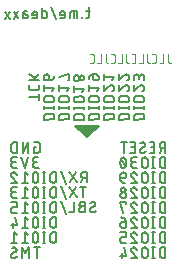
<source format=gbr>
G04 EAGLE Gerber RS-274X export*
G75*
%MOMM*%
%FSLAX34Y34*%
%LPD*%
%INSilkscreen Bottom*%
%IPPOS*%
%AMOC8*
5,1,8,0,0,1.08239X$1,22.5*%
G01*
%ADD10C,0.076200*%
%ADD11C,0.127000*%
%ADD12C,0.152400*%


D10*
X142539Y189515D02*
X142539Y183786D01*
X142541Y183708D01*
X142546Y183630D01*
X142556Y183553D01*
X142569Y183476D01*
X142585Y183400D01*
X142605Y183325D01*
X142629Y183251D01*
X142656Y183178D01*
X142687Y183106D01*
X142721Y183036D01*
X142758Y182968D01*
X142799Y182901D01*
X142843Y182836D01*
X142889Y182774D01*
X142939Y182714D01*
X142991Y182656D01*
X143046Y182601D01*
X143104Y182549D01*
X143164Y182499D01*
X143226Y182453D01*
X143291Y182409D01*
X143358Y182368D01*
X143426Y182331D01*
X143496Y182297D01*
X143568Y182266D01*
X143641Y182239D01*
X143715Y182215D01*
X143790Y182195D01*
X143866Y182179D01*
X143943Y182166D01*
X144020Y182156D01*
X144098Y182151D01*
X144176Y182149D01*
X144994Y182149D01*
X138845Y182149D02*
X138845Y189515D01*
X138845Y182149D02*
X135571Y182149D01*
X131151Y182149D02*
X129514Y182149D01*
X131151Y182149D02*
X131229Y182151D01*
X131307Y182156D01*
X131384Y182166D01*
X131461Y182179D01*
X131537Y182195D01*
X131612Y182215D01*
X131686Y182239D01*
X131759Y182266D01*
X131831Y182297D01*
X131901Y182331D01*
X131970Y182368D01*
X132036Y182409D01*
X132101Y182453D01*
X132163Y182499D01*
X132223Y182549D01*
X132281Y182601D01*
X132336Y182656D01*
X132388Y182714D01*
X132438Y182774D01*
X132484Y182836D01*
X132528Y182901D01*
X132569Y182968D01*
X132606Y183036D01*
X132640Y183106D01*
X132671Y183178D01*
X132698Y183251D01*
X132722Y183325D01*
X132742Y183400D01*
X132758Y183476D01*
X132771Y183553D01*
X132781Y183630D01*
X132786Y183708D01*
X132788Y183786D01*
X132787Y183786D02*
X132787Y187878D01*
X132788Y187878D02*
X132786Y187956D01*
X132781Y188034D01*
X132771Y188111D01*
X132758Y188188D01*
X132742Y188264D01*
X132722Y188339D01*
X132698Y188413D01*
X132671Y188486D01*
X132640Y188558D01*
X132606Y188628D01*
X132569Y188697D01*
X132528Y188763D01*
X132484Y188828D01*
X132438Y188890D01*
X132388Y188950D01*
X132336Y189008D01*
X132281Y189063D01*
X132223Y189115D01*
X132163Y189165D01*
X132101Y189211D01*
X132036Y189255D01*
X131970Y189296D01*
X131901Y189333D01*
X131831Y189367D01*
X131759Y189398D01*
X131686Y189425D01*
X131612Y189449D01*
X131537Y189469D01*
X131461Y189485D01*
X131384Y189498D01*
X131307Y189508D01*
X131229Y189513D01*
X131151Y189515D01*
X129514Y189515D01*
X124982Y189515D02*
X124982Y183786D01*
X124984Y183708D01*
X124989Y183630D01*
X124999Y183553D01*
X125012Y183476D01*
X125028Y183400D01*
X125048Y183325D01*
X125072Y183251D01*
X125099Y183178D01*
X125130Y183106D01*
X125164Y183036D01*
X125201Y182968D01*
X125242Y182901D01*
X125286Y182836D01*
X125332Y182774D01*
X125382Y182714D01*
X125434Y182656D01*
X125489Y182601D01*
X125547Y182549D01*
X125607Y182499D01*
X125669Y182453D01*
X125734Y182409D01*
X125801Y182368D01*
X125869Y182331D01*
X125939Y182297D01*
X126011Y182266D01*
X126084Y182239D01*
X126158Y182215D01*
X126233Y182195D01*
X126309Y182179D01*
X126386Y182166D01*
X126463Y182156D01*
X126541Y182151D01*
X126619Y182149D01*
X127438Y182149D01*
X121288Y182149D02*
X121288Y189515D01*
X121288Y182149D02*
X118015Y182149D01*
X113594Y182149D02*
X111957Y182149D01*
X113594Y182149D02*
X113672Y182151D01*
X113750Y182156D01*
X113827Y182166D01*
X113904Y182179D01*
X113980Y182195D01*
X114055Y182215D01*
X114129Y182239D01*
X114202Y182266D01*
X114274Y182297D01*
X114344Y182331D01*
X114413Y182368D01*
X114479Y182409D01*
X114544Y182453D01*
X114606Y182499D01*
X114666Y182549D01*
X114724Y182601D01*
X114779Y182656D01*
X114831Y182714D01*
X114881Y182774D01*
X114927Y182836D01*
X114971Y182901D01*
X115012Y182968D01*
X115049Y183036D01*
X115083Y183106D01*
X115114Y183178D01*
X115141Y183251D01*
X115165Y183325D01*
X115185Y183400D01*
X115201Y183476D01*
X115214Y183553D01*
X115224Y183630D01*
X115229Y183708D01*
X115231Y183786D01*
X115231Y187878D01*
X115229Y187956D01*
X115224Y188034D01*
X115214Y188111D01*
X115201Y188188D01*
X115185Y188264D01*
X115165Y188339D01*
X115141Y188413D01*
X115114Y188486D01*
X115083Y188558D01*
X115049Y188628D01*
X115012Y188697D01*
X114971Y188763D01*
X114927Y188828D01*
X114881Y188890D01*
X114831Y188950D01*
X114779Y189008D01*
X114724Y189063D01*
X114666Y189115D01*
X114606Y189165D01*
X114544Y189211D01*
X114479Y189255D01*
X114413Y189296D01*
X114344Y189333D01*
X114274Y189367D01*
X114202Y189398D01*
X114129Y189425D01*
X114055Y189449D01*
X113980Y189469D01*
X113904Y189485D01*
X113827Y189498D01*
X113750Y189508D01*
X113672Y189513D01*
X113594Y189515D01*
X111957Y189515D01*
X107426Y189515D02*
X107426Y183786D01*
X107428Y183708D01*
X107433Y183630D01*
X107443Y183553D01*
X107456Y183476D01*
X107472Y183400D01*
X107492Y183325D01*
X107516Y183251D01*
X107543Y183178D01*
X107574Y183106D01*
X107608Y183036D01*
X107645Y182968D01*
X107686Y182901D01*
X107730Y182836D01*
X107776Y182774D01*
X107826Y182714D01*
X107878Y182656D01*
X107933Y182601D01*
X107991Y182549D01*
X108051Y182499D01*
X108113Y182453D01*
X108178Y182409D01*
X108245Y182368D01*
X108313Y182331D01*
X108383Y182297D01*
X108455Y182266D01*
X108528Y182239D01*
X108602Y182215D01*
X108677Y182195D01*
X108753Y182179D01*
X108830Y182166D01*
X108907Y182156D01*
X108985Y182151D01*
X109063Y182149D01*
X109881Y182149D01*
X103732Y182149D02*
X103732Y189515D01*
X103732Y182149D02*
X100458Y182149D01*
X96038Y182149D02*
X94401Y182149D01*
X96038Y182149D02*
X96116Y182151D01*
X96194Y182156D01*
X96271Y182166D01*
X96348Y182179D01*
X96424Y182195D01*
X96499Y182215D01*
X96573Y182239D01*
X96646Y182266D01*
X96718Y182297D01*
X96788Y182331D01*
X96857Y182368D01*
X96923Y182409D01*
X96988Y182453D01*
X97050Y182499D01*
X97110Y182549D01*
X97168Y182601D01*
X97223Y182656D01*
X97275Y182714D01*
X97325Y182774D01*
X97371Y182836D01*
X97415Y182901D01*
X97456Y182968D01*
X97493Y183036D01*
X97527Y183106D01*
X97558Y183178D01*
X97585Y183251D01*
X97609Y183325D01*
X97629Y183400D01*
X97645Y183476D01*
X97658Y183553D01*
X97668Y183630D01*
X97673Y183708D01*
X97675Y183786D01*
X97675Y187878D01*
X97673Y187956D01*
X97668Y188034D01*
X97658Y188111D01*
X97645Y188188D01*
X97629Y188264D01*
X97609Y188339D01*
X97585Y188413D01*
X97558Y188486D01*
X97527Y188558D01*
X97493Y188628D01*
X97456Y188697D01*
X97415Y188763D01*
X97371Y188828D01*
X97325Y188890D01*
X97275Y188950D01*
X97223Y189008D01*
X97168Y189063D01*
X97110Y189115D01*
X97050Y189165D01*
X96988Y189211D01*
X96923Y189255D01*
X96857Y189296D01*
X96788Y189333D01*
X96718Y189367D01*
X96646Y189398D01*
X96573Y189425D01*
X96499Y189449D01*
X96424Y189469D01*
X96348Y189485D01*
X96271Y189498D01*
X96194Y189508D01*
X96116Y189513D01*
X96038Y189515D01*
X94401Y189515D01*
X89870Y189515D02*
X89870Y183786D01*
X89869Y183786D02*
X89871Y183708D01*
X89876Y183630D01*
X89886Y183553D01*
X89899Y183476D01*
X89915Y183400D01*
X89935Y183325D01*
X89959Y183251D01*
X89986Y183178D01*
X90017Y183106D01*
X90051Y183036D01*
X90088Y182968D01*
X90129Y182901D01*
X90173Y182836D01*
X90219Y182774D01*
X90269Y182714D01*
X90321Y182656D01*
X90376Y182601D01*
X90434Y182549D01*
X90494Y182499D01*
X90556Y182453D01*
X90621Y182409D01*
X90688Y182368D01*
X90756Y182331D01*
X90826Y182297D01*
X90898Y182266D01*
X90971Y182239D01*
X91045Y182215D01*
X91120Y182195D01*
X91196Y182179D01*
X91273Y182166D01*
X91350Y182156D01*
X91428Y182151D01*
X91506Y182149D01*
X92325Y182149D01*
X86176Y182149D02*
X86176Y189515D01*
X86176Y182149D02*
X82902Y182149D01*
X78481Y182149D02*
X76845Y182149D01*
X78481Y182149D02*
X78559Y182151D01*
X78637Y182156D01*
X78714Y182166D01*
X78791Y182179D01*
X78867Y182195D01*
X78942Y182215D01*
X79016Y182239D01*
X79089Y182266D01*
X79161Y182297D01*
X79231Y182331D01*
X79300Y182368D01*
X79366Y182409D01*
X79431Y182453D01*
X79493Y182499D01*
X79553Y182549D01*
X79611Y182601D01*
X79666Y182656D01*
X79718Y182714D01*
X79768Y182774D01*
X79814Y182836D01*
X79858Y182901D01*
X79899Y182968D01*
X79936Y183036D01*
X79970Y183106D01*
X80001Y183178D01*
X80028Y183251D01*
X80052Y183325D01*
X80072Y183400D01*
X80088Y183476D01*
X80101Y183553D01*
X80111Y183630D01*
X80116Y183708D01*
X80118Y183786D01*
X80118Y187878D01*
X80116Y187956D01*
X80111Y188034D01*
X80101Y188111D01*
X80088Y188188D01*
X80072Y188264D01*
X80052Y188339D01*
X80028Y188413D01*
X80001Y188486D01*
X79970Y188558D01*
X79936Y188628D01*
X79899Y188697D01*
X79858Y188763D01*
X79814Y188828D01*
X79768Y188890D01*
X79718Y188950D01*
X79666Y189008D01*
X79611Y189063D01*
X79553Y189115D01*
X79493Y189165D01*
X79431Y189211D01*
X79366Y189255D01*
X79300Y189296D01*
X79231Y189333D01*
X79161Y189367D01*
X79089Y189398D01*
X79016Y189425D01*
X78942Y189449D01*
X78867Y189469D01*
X78791Y189485D01*
X78714Y189498D01*
X78637Y189508D01*
X78559Y189513D01*
X78481Y189515D01*
X76845Y189515D01*
D11*
X140495Y114970D02*
X140557Y106081D01*
X140495Y114970D02*
X138026Y114953D01*
X137928Y114950D01*
X137830Y114944D01*
X137732Y114933D01*
X137635Y114919D01*
X137538Y114901D01*
X137443Y114879D01*
X137348Y114853D01*
X137254Y114824D01*
X137162Y114790D01*
X137071Y114754D01*
X136981Y114713D01*
X136894Y114669D01*
X136808Y114622D01*
X136724Y114571D01*
X136642Y114517D01*
X136562Y114460D01*
X136485Y114399D01*
X136410Y114336D01*
X136337Y114269D01*
X136268Y114200D01*
X136201Y114128D01*
X136137Y114054D01*
X136076Y113977D01*
X136018Y113897D01*
X135964Y113816D01*
X135913Y113732D01*
X135865Y113646D01*
X135820Y113559D01*
X135779Y113469D01*
X135742Y113379D01*
X135708Y113286D01*
X135678Y113193D01*
X135652Y113098D01*
X135629Y113003D01*
X135610Y112906D01*
X135596Y112809D01*
X135585Y112712D01*
X135577Y112614D01*
X135574Y112516D01*
X135575Y112418D01*
X135579Y112320D01*
X135588Y112222D01*
X135600Y112124D01*
X135617Y112028D01*
X135637Y111931D01*
X135660Y111836D01*
X135688Y111742D01*
X135719Y111649D01*
X135755Y111557D01*
X135793Y111467D01*
X135835Y111378D01*
X135881Y111291D01*
X135930Y111206D01*
X135983Y111123D01*
X136038Y111043D01*
X136097Y110964D01*
X136159Y110888D01*
X136224Y110814D01*
X136292Y110743D01*
X136363Y110675D01*
X136436Y110610D01*
X136512Y110547D01*
X136590Y110488D01*
X136670Y110432D01*
X136753Y110379D01*
X136838Y110329D01*
X136924Y110283D01*
X137013Y110240D01*
X137103Y110201D01*
X137194Y110165D01*
X137287Y110134D01*
X137381Y110105D01*
X137476Y110081D01*
X137572Y110060D01*
X137669Y110043D01*
X137766Y110031D01*
X137864Y110021D01*
X137962Y110016D01*
X138060Y110015D01*
X138060Y110014D02*
X140530Y110032D01*
X137567Y110011D02*
X135619Y106046D01*
X131161Y106015D02*
X127210Y105987D01*
X131161Y106015D02*
X131099Y114905D01*
X127148Y114877D01*
X128163Y110933D02*
X131127Y110954D01*
X120906Y105943D02*
X120820Y105944D01*
X120734Y105949D01*
X120648Y105958D01*
X120562Y105971D01*
X120478Y105987D01*
X120394Y106007D01*
X120311Y106030D01*
X120229Y106057D01*
X120149Y106088D01*
X120069Y106122D01*
X119992Y106160D01*
X119916Y106201D01*
X119842Y106245D01*
X119770Y106292D01*
X119700Y106343D01*
X119632Y106396D01*
X119567Y106453D01*
X119505Y106512D01*
X119444Y106574D01*
X119387Y106638D01*
X119333Y106705D01*
X119281Y106774D01*
X119233Y106846D01*
X119188Y106919D01*
X119146Y106994D01*
X119107Y107071D01*
X119072Y107150D01*
X119040Y107230D01*
X119012Y107312D01*
X118987Y107394D01*
X118966Y107478D01*
X118948Y107562D01*
X118935Y107647D01*
X118925Y107733D01*
X118919Y107819D01*
X118916Y107905D01*
X120906Y105944D02*
X121033Y105947D01*
X121159Y105954D01*
X121286Y105964D01*
X121412Y105978D01*
X121537Y105997D01*
X121662Y106018D01*
X121786Y106044D01*
X121909Y106074D01*
X122031Y106107D01*
X122153Y106144D01*
X122273Y106184D01*
X122392Y106229D01*
X122509Y106276D01*
X122625Y106328D01*
X122739Y106382D01*
X122852Y106441D01*
X122962Y106502D01*
X123071Y106567D01*
X123178Y106636D01*
X123282Y106707D01*
X123385Y106782D01*
X123485Y106859D01*
X123583Y106940D01*
X123678Y107024D01*
X123771Y107110D01*
X123861Y107199D01*
X123575Y112877D02*
X123572Y112963D01*
X123566Y113049D01*
X123556Y113135D01*
X123543Y113220D01*
X123525Y113304D01*
X123504Y113388D01*
X123479Y113470D01*
X123451Y113552D01*
X123419Y113632D01*
X123384Y113711D01*
X123345Y113788D01*
X123303Y113863D01*
X123258Y113936D01*
X123210Y114008D01*
X123158Y114077D01*
X123104Y114144D01*
X123046Y114208D01*
X122986Y114270D01*
X122924Y114329D01*
X122859Y114386D01*
X122791Y114439D01*
X122721Y114490D01*
X122649Y114537D01*
X122575Y114581D01*
X122499Y114622D01*
X122422Y114660D01*
X122342Y114694D01*
X122262Y114725D01*
X122180Y114752D01*
X122097Y114775D01*
X122013Y114795D01*
X121928Y114811D01*
X121843Y114824D01*
X121757Y114833D01*
X121671Y114838D01*
X121585Y114839D01*
X121466Y114836D01*
X121347Y114830D01*
X121228Y114819D01*
X121110Y114805D01*
X120992Y114787D01*
X120875Y114765D01*
X120758Y114740D01*
X120643Y114710D01*
X120528Y114677D01*
X120415Y114641D01*
X120303Y114600D01*
X120192Y114556D01*
X120083Y114509D01*
X119975Y114458D01*
X119869Y114404D01*
X119764Y114346D01*
X119662Y114285D01*
X119562Y114221D01*
X119463Y114153D01*
X119367Y114083D01*
X122599Y111141D02*
X122673Y111187D01*
X122744Y111237D01*
X122813Y111289D01*
X122880Y111344D01*
X122945Y111402D01*
X123006Y111463D01*
X123066Y111527D01*
X123122Y111593D01*
X123175Y111661D01*
X123226Y111732D01*
X123273Y111805D01*
X123317Y111879D01*
X123358Y111956D01*
X123396Y112034D01*
X123430Y112114D01*
X123461Y112195D01*
X123488Y112278D01*
X123511Y112361D01*
X123531Y112446D01*
X123547Y112531D01*
X123560Y112617D01*
X123569Y112703D01*
X123574Y112790D01*
X123575Y112877D01*
X119892Y109641D02*
X119818Y109595D01*
X119747Y109545D01*
X119678Y109493D01*
X119611Y109438D01*
X119546Y109380D01*
X119485Y109319D01*
X119425Y109255D01*
X119369Y109189D01*
X119316Y109121D01*
X119265Y109050D01*
X119218Y108977D01*
X119174Y108903D01*
X119133Y108826D01*
X119095Y108748D01*
X119061Y108668D01*
X119030Y108587D01*
X119003Y108504D01*
X118980Y108421D01*
X118960Y108336D01*
X118944Y108251D01*
X118931Y108165D01*
X118922Y108079D01*
X118917Y107992D01*
X118916Y107905D01*
X119892Y109641D02*
X122598Y111141D01*
X114702Y105900D02*
X110752Y105873D01*
X114702Y105900D02*
X114640Y114790D01*
X110689Y114762D01*
X111705Y110818D02*
X114668Y110839D01*
X105184Y114724D02*
X105246Y105834D01*
X107653Y114741D02*
X102715Y114707D01*
X140495Y102270D02*
X140557Y93381D01*
X140495Y102270D02*
X138026Y102253D01*
X137929Y102250D01*
X137832Y102244D01*
X137736Y102234D01*
X137640Y102220D01*
X137544Y102202D01*
X137450Y102181D01*
X137356Y102156D01*
X137264Y102127D01*
X137172Y102094D01*
X137082Y102058D01*
X136994Y102019D01*
X136907Y101976D01*
X136822Y101930D01*
X136738Y101880D01*
X136657Y101827D01*
X136578Y101771D01*
X136501Y101712D01*
X136426Y101650D01*
X136354Y101585D01*
X136285Y101518D01*
X136218Y101447D01*
X136154Y101374D01*
X136093Y101299D01*
X136035Y101221D01*
X135981Y101141D01*
X135929Y101059D01*
X135880Y100975D01*
X135835Y100890D01*
X135794Y100802D01*
X135755Y100713D01*
X135721Y100622D01*
X135690Y100531D01*
X135662Y100438D01*
X135638Y100344D01*
X135618Y100249D01*
X135602Y100153D01*
X135589Y100057D01*
X135580Y99961D01*
X135575Y99864D01*
X135574Y99767D01*
X135601Y95816D01*
X135602Y95816D02*
X135605Y95719D01*
X135611Y95622D01*
X135621Y95526D01*
X135635Y95430D01*
X135653Y95334D01*
X135674Y95240D01*
X135699Y95146D01*
X135728Y95054D01*
X135761Y94962D01*
X135797Y94872D01*
X135836Y94784D01*
X135879Y94697D01*
X135925Y94612D01*
X135975Y94528D01*
X136028Y94447D01*
X136084Y94368D01*
X136143Y94291D01*
X136205Y94216D01*
X136270Y94144D01*
X136337Y94075D01*
X136408Y94008D01*
X136481Y93944D01*
X136556Y93883D01*
X136634Y93825D01*
X136714Y93771D01*
X136796Y93719D01*
X136880Y93670D01*
X136965Y93625D01*
X137053Y93584D01*
X137142Y93545D01*
X137233Y93511D01*
X137324Y93480D01*
X137417Y93452D01*
X137511Y93428D01*
X137606Y93408D01*
X137702Y93392D01*
X137798Y93379D01*
X137894Y93370D01*
X137991Y93365D01*
X138088Y93364D01*
X138088Y93363D02*
X140557Y93381D01*
X130468Y93310D02*
X130406Y102200D01*
X131456Y93317D02*
X129480Y93303D01*
X129418Y102193D02*
X131394Y102207D01*
X125578Y99697D02*
X125605Y95746D01*
X125577Y99696D02*
X125574Y99794D01*
X125568Y99892D01*
X125557Y99990D01*
X125543Y100087D01*
X125525Y100184D01*
X125503Y100279D01*
X125477Y100374D01*
X125448Y100468D01*
X125414Y100560D01*
X125378Y100651D01*
X125337Y100741D01*
X125293Y100828D01*
X125246Y100914D01*
X125195Y100998D01*
X125141Y101080D01*
X125084Y101160D01*
X125023Y101237D01*
X124960Y101312D01*
X124893Y101385D01*
X124824Y101454D01*
X124752Y101521D01*
X124678Y101585D01*
X124601Y101646D01*
X124521Y101704D01*
X124440Y101758D01*
X124356Y101809D01*
X124270Y101857D01*
X124183Y101902D01*
X124093Y101943D01*
X124003Y101980D01*
X123910Y102014D01*
X123817Y102044D01*
X123722Y102070D01*
X123627Y102093D01*
X123531Y102112D01*
X123433Y102126D01*
X123336Y102137D01*
X123238Y102145D01*
X123140Y102148D01*
X123042Y102147D01*
X122944Y102143D01*
X122846Y102134D01*
X122748Y102122D01*
X122652Y102105D01*
X122555Y102085D01*
X122460Y102062D01*
X122366Y102034D01*
X122273Y102003D01*
X122181Y101967D01*
X122091Y101929D01*
X122002Y101887D01*
X121916Y101841D01*
X121830Y101792D01*
X121748Y101739D01*
X121667Y101684D01*
X121588Y101625D01*
X121512Y101563D01*
X121438Y101498D01*
X121367Y101430D01*
X121299Y101359D01*
X121234Y101286D01*
X121171Y101210D01*
X121112Y101132D01*
X121056Y101052D01*
X121003Y100969D01*
X120953Y100884D01*
X120907Y100798D01*
X120864Y100709D01*
X120825Y100619D01*
X120789Y100528D01*
X120758Y100435D01*
X120729Y100341D01*
X120705Y100246D01*
X120684Y100150D01*
X120668Y100053D01*
X120655Y99956D01*
X120645Y99858D01*
X120640Y99760D01*
X120639Y99662D01*
X120667Y95711D01*
X120670Y95613D01*
X120676Y95515D01*
X120687Y95417D01*
X120701Y95320D01*
X120719Y95223D01*
X120741Y95128D01*
X120767Y95033D01*
X120796Y94939D01*
X120830Y94847D01*
X120866Y94756D01*
X120907Y94666D01*
X120951Y94579D01*
X120998Y94493D01*
X121049Y94409D01*
X121103Y94327D01*
X121160Y94247D01*
X121221Y94170D01*
X121284Y94095D01*
X121351Y94022D01*
X121420Y93953D01*
X121492Y93886D01*
X121566Y93822D01*
X121643Y93761D01*
X121723Y93703D01*
X121804Y93649D01*
X121888Y93598D01*
X121974Y93550D01*
X122061Y93505D01*
X122151Y93464D01*
X122241Y93427D01*
X122334Y93393D01*
X122427Y93363D01*
X122522Y93337D01*
X122617Y93314D01*
X122714Y93295D01*
X122811Y93281D01*
X122908Y93270D01*
X123006Y93262D01*
X123104Y93259D01*
X123202Y93260D01*
X123300Y93264D01*
X123398Y93273D01*
X123496Y93285D01*
X123592Y93302D01*
X123689Y93322D01*
X123784Y93345D01*
X123878Y93373D01*
X123971Y93404D01*
X124063Y93440D01*
X124153Y93478D01*
X124242Y93520D01*
X124329Y93566D01*
X124414Y93615D01*
X124497Y93668D01*
X124577Y93723D01*
X124656Y93782D01*
X124732Y93844D01*
X124806Y93909D01*
X124877Y93977D01*
X124945Y94048D01*
X125010Y94121D01*
X125073Y94197D01*
X125132Y94275D01*
X125188Y94355D01*
X125241Y94438D01*
X125291Y94523D01*
X125337Y94609D01*
X125380Y94698D01*
X125419Y94788D01*
X125455Y94879D01*
X125486Y94972D01*
X125515Y95066D01*
X125539Y95161D01*
X125560Y95257D01*
X125577Y95354D01*
X125589Y95451D01*
X125599Y95549D01*
X125604Y95647D01*
X125605Y95745D01*
X116479Y93212D02*
X114009Y93195D01*
X114009Y93196D02*
X113911Y93197D01*
X113813Y93202D01*
X113715Y93212D01*
X113618Y93224D01*
X113521Y93241D01*
X113425Y93262D01*
X113330Y93286D01*
X113236Y93315D01*
X113143Y93346D01*
X113052Y93382D01*
X112962Y93421D01*
X112873Y93464D01*
X112787Y93510D01*
X112702Y93560D01*
X112619Y93613D01*
X112539Y93669D01*
X112461Y93728D01*
X112385Y93791D01*
X112312Y93856D01*
X112241Y93924D01*
X112173Y93995D01*
X112108Y94069D01*
X112046Y94145D01*
X111987Y94224D01*
X111932Y94304D01*
X111879Y94387D01*
X111830Y94472D01*
X111784Y94559D01*
X111742Y94648D01*
X111704Y94738D01*
X111668Y94830D01*
X111637Y94923D01*
X111609Y95017D01*
X111586Y95112D01*
X111566Y95209D01*
X111549Y95305D01*
X111537Y95403D01*
X111528Y95501D01*
X111524Y95599D01*
X111523Y95697D01*
X111526Y95795D01*
X111534Y95893D01*
X111545Y95990D01*
X111559Y96088D01*
X111578Y96184D01*
X111601Y96279D01*
X111627Y96374D01*
X111657Y96467D01*
X111691Y96560D01*
X111728Y96650D01*
X111769Y96740D01*
X111814Y96827D01*
X111862Y96913D01*
X111913Y96997D01*
X111967Y97078D01*
X112025Y97158D01*
X112086Y97235D01*
X112150Y97309D01*
X112217Y97381D01*
X112286Y97450D01*
X112359Y97517D01*
X112434Y97580D01*
X112511Y97641D01*
X112591Y97698D01*
X112673Y97752D01*
X112757Y97803D01*
X112843Y97850D01*
X112931Y97894D01*
X113020Y97935D01*
X113111Y97971D01*
X113203Y98005D01*
X113297Y98034D01*
X113392Y98060D01*
X113487Y98082D01*
X113584Y98100D01*
X113681Y98114D01*
X113779Y98125D01*
X113877Y98131D01*
X113975Y98134D01*
X113454Y102082D02*
X116417Y102102D01*
X113453Y102082D02*
X113366Y102079D01*
X113279Y102073D01*
X113192Y102063D01*
X113106Y102049D01*
X113020Y102031D01*
X112935Y102009D01*
X112852Y101984D01*
X112769Y101955D01*
X112688Y101922D01*
X112608Y101886D01*
X112531Y101846D01*
X112455Y101803D01*
X112380Y101756D01*
X112309Y101707D01*
X112239Y101654D01*
X112172Y101598D01*
X112107Y101539D01*
X112045Y101478D01*
X111985Y101414D01*
X111929Y101347D01*
X111876Y101278D01*
X111825Y101206D01*
X111778Y101132D01*
X111735Y101057D01*
X111694Y100979D01*
X111657Y100900D01*
X111624Y100819D01*
X111594Y100737D01*
X111568Y100653D01*
X111546Y100569D01*
X111527Y100483D01*
X111513Y100397D01*
X111502Y100310D01*
X111494Y100223D01*
X111491Y100136D01*
X111492Y100049D01*
X111496Y99961D01*
X111505Y99874D01*
X111517Y99788D01*
X111533Y99702D01*
X111553Y99616D01*
X111576Y99532D01*
X111603Y99449D01*
X111634Y99367D01*
X111669Y99287D01*
X111707Y99208D01*
X111748Y99131D01*
X111793Y99056D01*
X111841Y98983D01*
X111892Y98912D01*
X111947Y98844D01*
X112004Y98778D01*
X112064Y98714D01*
X112127Y98654D01*
X112193Y98596D01*
X112261Y98541D01*
X112331Y98489D01*
X112404Y98441D01*
X112478Y98395D01*
X112555Y98353D01*
X112633Y98314D01*
X112713Y98279D01*
X112795Y98248D01*
X112878Y98220D01*
X112962Y98196D01*
X113047Y98175D01*
X113133Y98158D01*
X113219Y98146D01*
X113306Y98137D01*
X113393Y98131D01*
X113481Y98130D01*
X113481Y98131D02*
X115457Y98144D01*
X107305Y97593D02*
X107302Y97768D01*
X107294Y97943D01*
X107282Y98118D01*
X107267Y98292D01*
X107247Y98466D01*
X107222Y98639D01*
X107194Y98811D01*
X107162Y98983D01*
X107125Y99154D01*
X107085Y99324D01*
X107040Y99494D01*
X106992Y99662D01*
X106939Y99828D01*
X106883Y99994D01*
X106822Y100158D01*
X106758Y100321D01*
X106690Y100482D01*
X106617Y100641D01*
X106542Y100799D01*
X106540Y100799D02*
X106510Y100877D01*
X106477Y100954D01*
X106441Y101030D01*
X106401Y101103D01*
X106357Y101175D01*
X106310Y101245D01*
X106261Y101313D01*
X106208Y101378D01*
X106152Y101440D01*
X106093Y101500D01*
X106032Y101558D01*
X105968Y101612D01*
X105902Y101664D01*
X105833Y101712D01*
X105762Y101757D01*
X105689Y101799D01*
X105615Y101837D01*
X105538Y101872D01*
X105461Y101904D01*
X105381Y101931D01*
X105301Y101955D01*
X105220Y101976D01*
X105137Y101993D01*
X105054Y102005D01*
X104971Y102014D01*
X104887Y102020D01*
X104803Y102021D01*
X104719Y102018D01*
X104636Y102012D01*
X104552Y102002D01*
X104470Y101988D01*
X104388Y101970D01*
X104306Y101949D01*
X104226Y101923D01*
X104148Y101894D01*
X104070Y101862D01*
X103994Y101826D01*
X103920Y101786D01*
X103848Y101744D01*
X103778Y101697D01*
X103710Y101648D01*
X103644Y101596D01*
X103581Y101541D01*
X103521Y101482D01*
X103463Y101422D01*
X103408Y101358D01*
X103356Y101292D01*
X103307Y101224D01*
X103261Y101154D01*
X103219Y101081D01*
X103180Y101007D01*
X103144Y100931D01*
X103112Y100853D01*
X103084Y100774D01*
X103010Y100615D01*
X102940Y100455D01*
X102874Y100293D01*
X102812Y100129D01*
X102754Y99964D01*
X102700Y99798D01*
X102649Y99631D01*
X102603Y99462D01*
X102561Y99292D01*
X102523Y99122D01*
X102489Y98950D01*
X102459Y98778D01*
X102433Y98605D01*
X102411Y98431D01*
X102394Y98257D01*
X102380Y98083D01*
X102371Y97908D01*
X102366Y97733D01*
X102365Y97559D01*
X107304Y97593D02*
X107303Y97418D01*
X107298Y97243D01*
X107289Y97069D01*
X107275Y96894D01*
X107258Y96720D01*
X107236Y96547D01*
X107210Y96374D01*
X107180Y96201D01*
X107146Y96030D01*
X107108Y95859D01*
X107066Y95689D01*
X107020Y95521D01*
X106969Y95353D01*
X106915Y95187D01*
X106857Y95022D01*
X106795Y94859D01*
X106729Y94697D01*
X106659Y94536D01*
X106585Y94378D01*
X106586Y94378D02*
X106558Y94299D01*
X106526Y94222D01*
X106490Y94146D01*
X106451Y94071D01*
X106408Y93999D01*
X106363Y93928D01*
X106314Y93860D01*
X106262Y93794D01*
X106207Y93731D01*
X106149Y93670D01*
X106088Y93612D01*
X106025Y93556D01*
X105960Y93504D01*
X105892Y93455D01*
X105821Y93409D01*
X105749Y93366D01*
X105675Y93326D01*
X105599Y93290D01*
X105522Y93258D01*
X105443Y93229D01*
X105363Y93204D01*
X105282Y93182D01*
X105200Y93164D01*
X105117Y93150D01*
X105034Y93140D01*
X104950Y93134D01*
X104866Y93131D01*
X103128Y94354D02*
X103053Y94512D01*
X102980Y94671D01*
X102912Y94832D01*
X102848Y94995D01*
X102787Y95159D01*
X102731Y95324D01*
X102678Y95491D01*
X102630Y95659D01*
X102585Y95828D01*
X102545Y95998D01*
X102508Y96169D01*
X102476Y96341D01*
X102447Y96514D01*
X102423Y96687D01*
X102403Y96861D01*
X102388Y97035D01*
X102376Y97209D01*
X102368Y97384D01*
X102365Y97559D01*
X103129Y94354D02*
X103159Y94276D01*
X103192Y94199D01*
X103228Y94123D01*
X103268Y94050D01*
X103312Y93978D01*
X103359Y93908D01*
X103408Y93840D01*
X103461Y93775D01*
X103517Y93713D01*
X103576Y93653D01*
X103637Y93595D01*
X103701Y93541D01*
X103767Y93489D01*
X103836Y93441D01*
X103907Y93396D01*
X103980Y93354D01*
X104054Y93316D01*
X104131Y93281D01*
X104208Y93249D01*
X104288Y93222D01*
X104368Y93198D01*
X104449Y93177D01*
X104532Y93160D01*
X104615Y93148D01*
X104698Y93139D01*
X104782Y93133D01*
X104866Y93132D01*
X106827Y95121D02*
X102842Y100032D01*
X140495Y89570D02*
X140557Y80681D01*
X140495Y89570D02*
X138026Y89553D01*
X137929Y89550D01*
X137832Y89544D01*
X137736Y89534D01*
X137640Y89520D01*
X137544Y89502D01*
X137450Y89481D01*
X137356Y89456D01*
X137264Y89427D01*
X137172Y89394D01*
X137082Y89358D01*
X136994Y89319D01*
X136907Y89276D01*
X136822Y89230D01*
X136738Y89180D01*
X136657Y89127D01*
X136578Y89071D01*
X136501Y89012D01*
X136426Y88950D01*
X136354Y88885D01*
X136285Y88818D01*
X136218Y88747D01*
X136154Y88674D01*
X136093Y88599D01*
X136035Y88521D01*
X135981Y88441D01*
X135929Y88359D01*
X135880Y88275D01*
X135835Y88190D01*
X135794Y88102D01*
X135755Y88013D01*
X135721Y87922D01*
X135690Y87831D01*
X135662Y87738D01*
X135638Y87644D01*
X135618Y87549D01*
X135602Y87453D01*
X135589Y87357D01*
X135580Y87261D01*
X135575Y87164D01*
X135574Y87067D01*
X135601Y83116D01*
X135602Y83116D02*
X135605Y83019D01*
X135611Y82922D01*
X135621Y82826D01*
X135635Y82730D01*
X135653Y82634D01*
X135674Y82540D01*
X135699Y82446D01*
X135728Y82354D01*
X135761Y82262D01*
X135797Y82172D01*
X135836Y82084D01*
X135879Y81997D01*
X135925Y81912D01*
X135975Y81828D01*
X136028Y81747D01*
X136084Y81668D01*
X136143Y81591D01*
X136205Y81516D01*
X136270Y81444D01*
X136337Y81375D01*
X136408Y81308D01*
X136481Y81244D01*
X136556Y81183D01*
X136634Y81125D01*
X136714Y81071D01*
X136796Y81019D01*
X136880Y80970D01*
X136965Y80925D01*
X137053Y80884D01*
X137142Y80845D01*
X137233Y80811D01*
X137324Y80780D01*
X137417Y80752D01*
X137511Y80728D01*
X137606Y80708D01*
X137702Y80692D01*
X137798Y80679D01*
X137894Y80670D01*
X137991Y80665D01*
X138088Y80664D01*
X138088Y80663D02*
X140557Y80681D01*
X130468Y80610D02*
X130406Y89500D01*
X131456Y80617D02*
X129480Y80603D01*
X129418Y89493D02*
X131394Y89507D01*
X125578Y86997D02*
X125605Y83046D01*
X125577Y86996D02*
X125574Y87094D01*
X125568Y87192D01*
X125557Y87290D01*
X125543Y87387D01*
X125525Y87484D01*
X125503Y87579D01*
X125477Y87674D01*
X125448Y87768D01*
X125414Y87860D01*
X125378Y87951D01*
X125337Y88041D01*
X125293Y88128D01*
X125246Y88214D01*
X125195Y88298D01*
X125141Y88380D01*
X125084Y88460D01*
X125023Y88537D01*
X124960Y88612D01*
X124893Y88685D01*
X124824Y88754D01*
X124752Y88821D01*
X124678Y88885D01*
X124601Y88946D01*
X124521Y89004D01*
X124440Y89058D01*
X124356Y89109D01*
X124270Y89157D01*
X124183Y89202D01*
X124093Y89243D01*
X124003Y89280D01*
X123910Y89314D01*
X123817Y89344D01*
X123722Y89370D01*
X123627Y89393D01*
X123531Y89412D01*
X123433Y89426D01*
X123336Y89437D01*
X123238Y89445D01*
X123140Y89448D01*
X123042Y89447D01*
X122944Y89443D01*
X122846Y89434D01*
X122748Y89422D01*
X122652Y89405D01*
X122555Y89385D01*
X122460Y89362D01*
X122366Y89334D01*
X122273Y89303D01*
X122181Y89267D01*
X122091Y89229D01*
X122002Y89187D01*
X121916Y89141D01*
X121830Y89092D01*
X121748Y89039D01*
X121667Y88984D01*
X121588Y88925D01*
X121512Y88863D01*
X121438Y88798D01*
X121367Y88730D01*
X121299Y88659D01*
X121234Y88586D01*
X121171Y88510D01*
X121112Y88432D01*
X121056Y88352D01*
X121003Y88269D01*
X120953Y88184D01*
X120907Y88098D01*
X120864Y88009D01*
X120825Y87919D01*
X120789Y87828D01*
X120758Y87735D01*
X120729Y87641D01*
X120705Y87546D01*
X120684Y87450D01*
X120668Y87353D01*
X120655Y87256D01*
X120645Y87158D01*
X120640Y87060D01*
X120639Y86962D01*
X120667Y83011D01*
X120670Y82913D01*
X120676Y82815D01*
X120687Y82717D01*
X120701Y82620D01*
X120719Y82523D01*
X120741Y82428D01*
X120767Y82333D01*
X120796Y82239D01*
X120830Y82147D01*
X120866Y82056D01*
X120907Y81966D01*
X120951Y81879D01*
X120998Y81793D01*
X121049Y81709D01*
X121103Y81627D01*
X121160Y81547D01*
X121221Y81470D01*
X121284Y81395D01*
X121351Y81322D01*
X121420Y81253D01*
X121492Y81186D01*
X121566Y81122D01*
X121643Y81061D01*
X121723Y81003D01*
X121804Y80949D01*
X121888Y80898D01*
X121974Y80850D01*
X122061Y80805D01*
X122151Y80764D01*
X122241Y80727D01*
X122334Y80693D01*
X122427Y80663D01*
X122522Y80637D01*
X122617Y80614D01*
X122714Y80595D01*
X122811Y80581D01*
X122908Y80570D01*
X123006Y80562D01*
X123104Y80559D01*
X123202Y80560D01*
X123300Y80564D01*
X123398Y80573D01*
X123496Y80585D01*
X123592Y80602D01*
X123689Y80622D01*
X123784Y80645D01*
X123878Y80673D01*
X123971Y80704D01*
X124063Y80740D01*
X124153Y80778D01*
X124242Y80820D01*
X124329Y80866D01*
X124414Y80915D01*
X124497Y80968D01*
X124577Y81023D01*
X124656Y81082D01*
X124732Y81144D01*
X124806Y81209D01*
X124877Y81277D01*
X124945Y81348D01*
X125010Y81421D01*
X125073Y81497D01*
X125132Y81575D01*
X125188Y81655D01*
X125241Y81738D01*
X125291Y81823D01*
X125337Y81909D01*
X125380Y81998D01*
X125419Y82088D01*
X125455Y82179D01*
X125486Y82272D01*
X125515Y82366D01*
X125539Y82461D01*
X125560Y82557D01*
X125577Y82654D01*
X125589Y82751D01*
X125599Y82849D01*
X125604Y82947D01*
X125605Y83045D01*
X113700Y89384D02*
X113609Y89381D01*
X113517Y89375D01*
X113426Y89365D01*
X113335Y89351D01*
X113245Y89333D01*
X113155Y89312D01*
X113067Y89287D01*
X112980Y89258D01*
X112893Y89226D01*
X112809Y89190D01*
X112726Y89151D01*
X112644Y89109D01*
X112565Y89063D01*
X112487Y89013D01*
X112412Y88961D01*
X112338Y88906D01*
X112267Y88847D01*
X112199Y88786D01*
X112133Y88722D01*
X112070Y88655D01*
X112010Y88586D01*
X111952Y88514D01*
X111898Y88440D01*
X111847Y88364D01*
X111798Y88286D01*
X111754Y88205D01*
X111712Y88123D01*
X111674Y88040D01*
X111639Y87955D01*
X111608Y87868D01*
X111581Y87780D01*
X111557Y87692D01*
X111537Y87602D01*
X111521Y87512D01*
X111508Y87421D01*
X111499Y87329D01*
X111494Y87237D01*
X111493Y87146D01*
X113701Y89383D02*
X113807Y89382D01*
X113912Y89377D01*
X114017Y89368D01*
X114122Y89355D01*
X114226Y89338D01*
X114330Y89317D01*
X114433Y89293D01*
X114534Y89265D01*
X114635Y89233D01*
X114734Y89197D01*
X114832Y89158D01*
X114929Y89115D01*
X115024Y89068D01*
X115117Y89018D01*
X115208Y88965D01*
X115297Y88909D01*
X115384Y88849D01*
X115469Y88786D01*
X115551Y88719D01*
X115631Y88650D01*
X115708Y88578D01*
X115782Y88503D01*
X115854Y88426D01*
X115923Y88345D01*
X115989Y88263D01*
X116051Y88178D01*
X116111Y88090D01*
X116167Y88001D01*
X116219Y87910D01*
X116269Y87816D01*
X116315Y87721D01*
X116357Y87624D01*
X116396Y87526D01*
X116431Y87426D01*
X112247Y85422D02*
X112178Y85490D01*
X112111Y85560D01*
X112048Y85633D01*
X111988Y85708D01*
X111930Y85786D01*
X111876Y85866D01*
X111825Y85948D01*
X111778Y86033D01*
X111734Y86119D01*
X111694Y86206D01*
X111657Y86296D01*
X111623Y86386D01*
X111594Y86478D01*
X111568Y86572D01*
X111546Y86666D01*
X111528Y86761D01*
X111514Y86856D01*
X111503Y86952D01*
X111497Y87049D01*
X111494Y87145D01*
X112246Y85422D02*
X116479Y80512D01*
X111540Y80478D01*
X105332Y84386D02*
X102369Y84365D01*
X105332Y84385D02*
X105418Y84388D01*
X105504Y84394D01*
X105590Y84404D01*
X105675Y84417D01*
X105759Y84435D01*
X105843Y84456D01*
X105925Y84481D01*
X106007Y84509D01*
X106087Y84541D01*
X106166Y84576D01*
X106243Y84615D01*
X106318Y84657D01*
X106391Y84702D01*
X106463Y84750D01*
X106532Y84802D01*
X106599Y84856D01*
X106663Y84914D01*
X106725Y84974D01*
X106784Y85036D01*
X106841Y85101D01*
X106894Y85169D01*
X106945Y85239D01*
X106992Y85311D01*
X107036Y85385D01*
X107077Y85461D01*
X107115Y85538D01*
X107149Y85618D01*
X107180Y85698D01*
X107207Y85780D01*
X107230Y85863D01*
X107250Y85947D01*
X107266Y86032D01*
X107279Y86117D01*
X107288Y86203D01*
X107293Y86289D01*
X107294Y86375D01*
X107290Y86869D01*
X107287Y86967D01*
X107281Y87065D01*
X107270Y87163D01*
X107256Y87260D01*
X107238Y87357D01*
X107216Y87452D01*
X107190Y87547D01*
X107161Y87641D01*
X107127Y87733D01*
X107091Y87824D01*
X107050Y87913D01*
X107006Y88001D01*
X106959Y88087D01*
X106908Y88171D01*
X106854Y88253D01*
X106797Y88333D01*
X106736Y88410D01*
X106673Y88485D01*
X106606Y88557D01*
X106537Y88627D01*
X106465Y88694D01*
X106391Y88758D01*
X106314Y88819D01*
X106234Y88877D01*
X106153Y88931D01*
X106069Y88982D01*
X105983Y89030D01*
X105896Y89075D01*
X105806Y89116D01*
X105716Y89153D01*
X105624Y89187D01*
X105530Y89217D01*
X105435Y89243D01*
X105340Y89266D01*
X105244Y89285D01*
X105146Y89299D01*
X105049Y89310D01*
X104951Y89318D01*
X104853Y89321D01*
X104755Y89320D01*
X104657Y89316D01*
X104559Y89307D01*
X104461Y89295D01*
X104365Y89278D01*
X104268Y89258D01*
X104173Y89235D01*
X104079Y89207D01*
X103986Y89176D01*
X103894Y89140D01*
X103804Y89102D01*
X103715Y89060D01*
X103628Y89014D01*
X103543Y88965D01*
X103460Y88912D01*
X103380Y88857D01*
X103301Y88798D01*
X103225Y88736D01*
X103151Y88671D01*
X103080Y88603D01*
X103012Y88532D01*
X102947Y88459D01*
X102884Y88383D01*
X102825Y88305D01*
X102769Y88225D01*
X102716Y88142D01*
X102666Y88057D01*
X102620Y87971D01*
X102577Y87882D01*
X102538Y87792D01*
X102502Y87701D01*
X102471Y87608D01*
X102442Y87514D01*
X102418Y87419D01*
X102397Y87323D01*
X102380Y87226D01*
X102368Y87129D01*
X102358Y87031D01*
X102353Y86933D01*
X102352Y86835D01*
X102352Y86834D02*
X102369Y84365D01*
X102372Y84241D01*
X102379Y84117D01*
X102389Y83994D01*
X102404Y83870D01*
X102422Y83748D01*
X102444Y83626D01*
X102470Y83504D01*
X102500Y83384D01*
X102534Y83264D01*
X102571Y83146D01*
X102612Y83029D01*
X102657Y82913D01*
X102705Y82799D01*
X102757Y82686D01*
X102812Y82575D01*
X102871Y82465D01*
X102933Y82358D01*
X102999Y82253D01*
X103068Y82149D01*
X103140Y82048D01*
X103215Y81950D01*
X103293Y81853D01*
X103375Y81760D01*
X103459Y81668D01*
X103546Y81580D01*
X103636Y81494D01*
X103728Y81411D01*
X103823Y81331D01*
X103920Y81254D01*
X104020Y81180D01*
X104122Y81110D01*
X104226Y81042D01*
X104333Y80978D01*
X104441Y80918D01*
X104551Y80860D01*
X104663Y80806D01*
X104776Y80756D01*
X104891Y80709D01*
X105008Y80666D01*
X105125Y80627D01*
X105244Y80591D01*
X105364Y80559D01*
X105485Y80531D01*
X105607Y80507D01*
X105729Y80486D01*
X105852Y80470D01*
X105976Y80457D01*
X106099Y80448D01*
X106223Y80443D01*
X106348Y80442D01*
X140495Y76870D02*
X140557Y67981D01*
X140495Y76870D02*
X138026Y76853D01*
X137929Y76850D01*
X137832Y76844D01*
X137736Y76834D01*
X137640Y76820D01*
X137544Y76802D01*
X137450Y76781D01*
X137356Y76756D01*
X137264Y76727D01*
X137172Y76694D01*
X137082Y76658D01*
X136994Y76619D01*
X136907Y76576D01*
X136822Y76530D01*
X136738Y76480D01*
X136657Y76427D01*
X136578Y76371D01*
X136501Y76312D01*
X136426Y76250D01*
X136354Y76185D01*
X136285Y76118D01*
X136218Y76047D01*
X136154Y75974D01*
X136093Y75899D01*
X136035Y75821D01*
X135981Y75741D01*
X135929Y75659D01*
X135880Y75575D01*
X135835Y75490D01*
X135794Y75402D01*
X135755Y75313D01*
X135721Y75222D01*
X135690Y75131D01*
X135662Y75038D01*
X135638Y74944D01*
X135618Y74849D01*
X135602Y74753D01*
X135589Y74657D01*
X135580Y74561D01*
X135575Y74464D01*
X135574Y74367D01*
X135601Y70416D01*
X135602Y70416D02*
X135605Y70319D01*
X135611Y70222D01*
X135621Y70126D01*
X135635Y70030D01*
X135653Y69934D01*
X135674Y69840D01*
X135699Y69746D01*
X135728Y69654D01*
X135761Y69562D01*
X135797Y69472D01*
X135836Y69384D01*
X135879Y69297D01*
X135925Y69212D01*
X135975Y69128D01*
X136028Y69047D01*
X136084Y68968D01*
X136143Y68891D01*
X136205Y68816D01*
X136270Y68744D01*
X136337Y68675D01*
X136408Y68608D01*
X136481Y68544D01*
X136556Y68483D01*
X136634Y68425D01*
X136714Y68371D01*
X136796Y68319D01*
X136880Y68270D01*
X136965Y68225D01*
X137053Y68184D01*
X137142Y68145D01*
X137233Y68111D01*
X137324Y68080D01*
X137417Y68052D01*
X137511Y68028D01*
X137606Y68008D01*
X137702Y67992D01*
X137798Y67979D01*
X137894Y67970D01*
X137991Y67965D01*
X138088Y67964D01*
X138088Y67963D02*
X140557Y67981D01*
X130468Y67910D02*
X130406Y76800D01*
X131456Y67917D02*
X129480Y67903D01*
X129418Y76793D02*
X131394Y76807D01*
X125578Y74297D02*
X125605Y70346D01*
X125577Y74296D02*
X125574Y74394D01*
X125568Y74492D01*
X125557Y74590D01*
X125543Y74687D01*
X125525Y74784D01*
X125503Y74879D01*
X125477Y74974D01*
X125448Y75068D01*
X125414Y75160D01*
X125378Y75251D01*
X125337Y75341D01*
X125293Y75428D01*
X125246Y75514D01*
X125195Y75598D01*
X125141Y75680D01*
X125084Y75760D01*
X125023Y75837D01*
X124960Y75912D01*
X124893Y75985D01*
X124824Y76054D01*
X124752Y76121D01*
X124678Y76185D01*
X124601Y76246D01*
X124521Y76304D01*
X124440Y76358D01*
X124356Y76409D01*
X124270Y76457D01*
X124183Y76502D01*
X124093Y76543D01*
X124003Y76580D01*
X123910Y76614D01*
X123817Y76644D01*
X123722Y76670D01*
X123627Y76693D01*
X123531Y76712D01*
X123433Y76726D01*
X123336Y76737D01*
X123238Y76745D01*
X123140Y76748D01*
X123042Y76747D01*
X122944Y76743D01*
X122846Y76734D01*
X122748Y76722D01*
X122652Y76705D01*
X122555Y76685D01*
X122460Y76662D01*
X122366Y76634D01*
X122273Y76603D01*
X122181Y76567D01*
X122091Y76529D01*
X122002Y76487D01*
X121916Y76441D01*
X121830Y76392D01*
X121748Y76339D01*
X121667Y76284D01*
X121588Y76225D01*
X121512Y76163D01*
X121438Y76098D01*
X121367Y76030D01*
X121299Y75959D01*
X121234Y75886D01*
X121171Y75810D01*
X121112Y75732D01*
X121056Y75652D01*
X121003Y75569D01*
X120953Y75484D01*
X120907Y75398D01*
X120864Y75309D01*
X120825Y75219D01*
X120789Y75128D01*
X120758Y75035D01*
X120729Y74941D01*
X120705Y74846D01*
X120684Y74750D01*
X120668Y74653D01*
X120655Y74556D01*
X120645Y74458D01*
X120640Y74360D01*
X120639Y74262D01*
X120667Y70311D01*
X120670Y70213D01*
X120676Y70115D01*
X120687Y70017D01*
X120701Y69920D01*
X120719Y69823D01*
X120741Y69728D01*
X120767Y69633D01*
X120796Y69539D01*
X120830Y69447D01*
X120866Y69356D01*
X120907Y69266D01*
X120951Y69179D01*
X120998Y69093D01*
X121049Y69009D01*
X121103Y68927D01*
X121160Y68847D01*
X121221Y68770D01*
X121284Y68695D01*
X121351Y68622D01*
X121420Y68553D01*
X121492Y68486D01*
X121566Y68422D01*
X121643Y68361D01*
X121723Y68303D01*
X121804Y68249D01*
X121888Y68198D01*
X121974Y68150D01*
X122061Y68105D01*
X122151Y68064D01*
X122241Y68027D01*
X122334Y67993D01*
X122427Y67963D01*
X122522Y67937D01*
X122617Y67914D01*
X122714Y67895D01*
X122811Y67881D01*
X122908Y67870D01*
X123006Y67862D01*
X123104Y67859D01*
X123202Y67860D01*
X123300Y67864D01*
X123398Y67873D01*
X123496Y67885D01*
X123592Y67902D01*
X123689Y67922D01*
X123784Y67945D01*
X123878Y67973D01*
X123971Y68004D01*
X124063Y68040D01*
X124153Y68078D01*
X124242Y68120D01*
X124329Y68166D01*
X124414Y68215D01*
X124497Y68268D01*
X124577Y68323D01*
X124656Y68382D01*
X124732Y68444D01*
X124806Y68509D01*
X124877Y68577D01*
X124945Y68648D01*
X125010Y68721D01*
X125073Y68797D01*
X125132Y68875D01*
X125188Y68955D01*
X125241Y69038D01*
X125291Y69123D01*
X125337Y69209D01*
X125380Y69298D01*
X125419Y69388D01*
X125455Y69479D01*
X125486Y69572D01*
X125515Y69666D01*
X125539Y69761D01*
X125560Y69857D01*
X125577Y69954D01*
X125589Y70051D01*
X125599Y70149D01*
X125604Y70247D01*
X125605Y70345D01*
X113700Y76684D02*
X113609Y76681D01*
X113517Y76675D01*
X113426Y76665D01*
X113335Y76651D01*
X113245Y76633D01*
X113155Y76612D01*
X113067Y76587D01*
X112980Y76558D01*
X112893Y76526D01*
X112809Y76490D01*
X112726Y76451D01*
X112644Y76409D01*
X112565Y76363D01*
X112487Y76313D01*
X112412Y76261D01*
X112338Y76206D01*
X112267Y76147D01*
X112199Y76086D01*
X112133Y76022D01*
X112070Y75955D01*
X112010Y75886D01*
X111952Y75814D01*
X111898Y75740D01*
X111847Y75664D01*
X111798Y75586D01*
X111754Y75505D01*
X111712Y75423D01*
X111674Y75340D01*
X111639Y75255D01*
X111608Y75168D01*
X111581Y75080D01*
X111557Y74992D01*
X111537Y74902D01*
X111521Y74812D01*
X111508Y74721D01*
X111499Y74629D01*
X111494Y74537D01*
X111493Y74446D01*
X113701Y76683D02*
X113807Y76682D01*
X113912Y76677D01*
X114017Y76668D01*
X114122Y76655D01*
X114226Y76638D01*
X114330Y76617D01*
X114433Y76593D01*
X114534Y76565D01*
X114635Y76533D01*
X114734Y76497D01*
X114832Y76458D01*
X114929Y76415D01*
X115024Y76368D01*
X115117Y76318D01*
X115208Y76265D01*
X115297Y76209D01*
X115384Y76149D01*
X115469Y76086D01*
X115551Y76019D01*
X115631Y75950D01*
X115708Y75878D01*
X115782Y75803D01*
X115854Y75726D01*
X115923Y75645D01*
X115989Y75563D01*
X116051Y75478D01*
X116111Y75390D01*
X116167Y75301D01*
X116219Y75210D01*
X116269Y75116D01*
X116315Y75021D01*
X116357Y74924D01*
X116396Y74826D01*
X116431Y74726D01*
X112247Y72722D02*
X112178Y72790D01*
X112111Y72860D01*
X112048Y72933D01*
X111988Y73008D01*
X111930Y73086D01*
X111876Y73166D01*
X111825Y73248D01*
X111778Y73333D01*
X111734Y73419D01*
X111694Y73506D01*
X111657Y73596D01*
X111623Y73686D01*
X111594Y73778D01*
X111568Y73872D01*
X111546Y73966D01*
X111528Y74061D01*
X111514Y74156D01*
X111503Y74252D01*
X111497Y74349D01*
X111494Y74445D01*
X112246Y72722D02*
X116479Y67812D01*
X111540Y67778D01*
X107318Y70218D02*
X107315Y70316D01*
X107309Y70414D01*
X107298Y70512D01*
X107284Y70609D01*
X107266Y70706D01*
X107244Y70801D01*
X107218Y70896D01*
X107189Y70990D01*
X107155Y71082D01*
X107119Y71173D01*
X107078Y71262D01*
X107034Y71350D01*
X106987Y71436D01*
X106936Y71520D01*
X106882Y71602D01*
X106825Y71682D01*
X106764Y71759D01*
X106701Y71834D01*
X106634Y71906D01*
X106565Y71976D01*
X106493Y72043D01*
X106419Y72107D01*
X106342Y72168D01*
X106262Y72226D01*
X106181Y72280D01*
X106097Y72331D01*
X106011Y72379D01*
X105924Y72424D01*
X105834Y72465D01*
X105744Y72502D01*
X105651Y72536D01*
X105558Y72566D01*
X105463Y72592D01*
X105368Y72615D01*
X105272Y72634D01*
X105174Y72648D01*
X105077Y72659D01*
X104979Y72667D01*
X104881Y72670D01*
X104783Y72669D01*
X104685Y72665D01*
X104587Y72656D01*
X104489Y72644D01*
X104393Y72627D01*
X104296Y72607D01*
X104201Y72584D01*
X104107Y72556D01*
X104014Y72525D01*
X103922Y72489D01*
X103832Y72451D01*
X103743Y72409D01*
X103656Y72363D01*
X103571Y72314D01*
X103488Y72261D01*
X103408Y72206D01*
X103329Y72147D01*
X103253Y72085D01*
X103179Y72020D01*
X103108Y71952D01*
X103040Y71881D01*
X102975Y71808D01*
X102912Y71732D01*
X102853Y71654D01*
X102797Y71574D01*
X102744Y71491D01*
X102694Y71406D01*
X102648Y71320D01*
X102605Y71231D01*
X102566Y71141D01*
X102530Y71050D01*
X102499Y70957D01*
X102470Y70863D01*
X102446Y70768D01*
X102425Y70672D01*
X102408Y70575D01*
X102396Y70478D01*
X102386Y70380D01*
X102381Y70282D01*
X102380Y70184D01*
X102383Y70086D01*
X102389Y69988D01*
X102400Y69890D01*
X102414Y69793D01*
X102432Y69696D01*
X102454Y69601D01*
X102480Y69506D01*
X102509Y69412D01*
X102543Y69320D01*
X102579Y69229D01*
X102620Y69139D01*
X102664Y69052D01*
X102711Y68966D01*
X102762Y68882D01*
X102816Y68800D01*
X102873Y68720D01*
X102934Y68643D01*
X102997Y68568D01*
X103064Y68495D01*
X103133Y68426D01*
X103205Y68359D01*
X103279Y68295D01*
X103356Y68234D01*
X103436Y68176D01*
X103517Y68122D01*
X103601Y68071D01*
X103687Y68023D01*
X103774Y67978D01*
X103864Y67937D01*
X103954Y67900D01*
X104047Y67866D01*
X104140Y67836D01*
X104235Y67810D01*
X104330Y67787D01*
X104427Y67768D01*
X104524Y67754D01*
X104621Y67743D01*
X104719Y67735D01*
X104817Y67732D01*
X104915Y67733D01*
X105013Y67737D01*
X105111Y67746D01*
X105209Y67758D01*
X105305Y67775D01*
X105402Y67795D01*
X105497Y67818D01*
X105591Y67846D01*
X105684Y67877D01*
X105776Y67913D01*
X105866Y67951D01*
X105955Y67993D01*
X106041Y68039D01*
X106127Y68088D01*
X106209Y68141D01*
X106290Y68196D01*
X106369Y68255D01*
X106445Y68317D01*
X106519Y68382D01*
X106590Y68450D01*
X106658Y68521D01*
X106723Y68594D01*
X106786Y68670D01*
X106845Y68748D01*
X106901Y68828D01*
X106954Y68911D01*
X107004Y68996D01*
X107050Y69082D01*
X107093Y69171D01*
X107132Y69261D01*
X107168Y69352D01*
X107199Y69445D01*
X107228Y69539D01*
X107252Y69634D01*
X107273Y69730D01*
X107289Y69827D01*
X107302Y69924D01*
X107312Y70022D01*
X107317Y70120D01*
X107318Y70218D01*
X106793Y74660D02*
X106790Y74749D01*
X106784Y74837D01*
X106773Y74925D01*
X106759Y75012D01*
X106740Y75099D01*
X106718Y75185D01*
X106692Y75270D01*
X106662Y75353D01*
X106628Y75435D01*
X106591Y75516D01*
X106550Y75595D01*
X106506Y75671D01*
X106458Y75746D01*
X106407Y75819D01*
X106353Y75889D01*
X106296Y75956D01*
X106236Y76022D01*
X106173Y76084D01*
X106107Y76143D01*
X106038Y76199D01*
X105967Y76253D01*
X105894Y76303D01*
X105819Y76349D01*
X105741Y76393D01*
X105662Y76432D01*
X105581Y76468D01*
X105498Y76501D01*
X105414Y76530D01*
X105329Y76554D01*
X105243Y76575D01*
X105156Y76593D01*
X105069Y76606D01*
X104980Y76615D01*
X104892Y76621D01*
X104803Y76622D01*
X104715Y76619D01*
X104626Y76613D01*
X104538Y76602D01*
X104451Y76588D01*
X104364Y76569D01*
X104278Y76547D01*
X104193Y76521D01*
X104110Y76491D01*
X104028Y76458D01*
X103947Y76420D01*
X103869Y76379D01*
X103792Y76335D01*
X103717Y76287D01*
X103644Y76236D01*
X103574Y76182D01*
X103507Y76125D01*
X103442Y76065D01*
X103379Y76002D01*
X103320Y75936D01*
X103264Y75867D01*
X103210Y75796D01*
X103160Y75723D01*
X103114Y75648D01*
X103070Y75570D01*
X103031Y75491D01*
X102995Y75410D01*
X102962Y75327D01*
X102934Y75244D01*
X102909Y75158D01*
X102888Y75072D01*
X102870Y74985D01*
X102857Y74898D01*
X102848Y74809D01*
X102842Y74721D01*
X102841Y74632D01*
X102844Y74545D01*
X102850Y74458D01*
X102860Y74371D01*
X102874Y74285D01*
X102892Y74199D01*
X102914Y74114D01*
X102939Y74031D01*
X102968Y73948D01*
X103001Y73867D01*
X103037Y73788D01*
X103077Y73710D01*
X103120Y73634D01*
X103167Y73560D01*
X103216Y73488D01*
X103269Y73418D01*
X103325Y73351D01*
X103384Y73286D01*
X103445Y73224D01*
X103509Y73165D01*
X103576Y73108D01*
X103645Y73055D01*
X103717Y73004D01*
X103791Y72957D01*
X103866Y72914D01*
X103944Y72873D01*
X104023Y72836D01*
X104104Y72803D01*
X104186Y72773D01*
X104270Y72747D01*
X104354Y72725D01*
X104440Y72706D01*
X104526Y72692D01*
X104613Y72681D01*
X104700Y72673D01*
X104787Y72670D01*
X104875Y72671D01*
X104962Y72675D01*
X105049Y72684D01*
X105135Y72696D01*
X105221Y72712D01*
X105307Y72732D01*
X105391Y72755D01*
X105474Y72782D01*
X105556Y72813D01*
X105636Y72848D01*
X105715Y72886D01*
X105792Y72927D01*
X105867Y72972D01*
X105940Y73020D01*
X106011Y73071D01*
X106079Y73126D01*
X106145Y73183D01*
X106209Y73243D01*
X106269Y73306D01*
X106327Y73372D01*
X106382Y73440D01*
X106434Y73510D01*
X106482Y73583D01*
X106528Y73657D01*
X106570Y73734D01*
X106609Y73812D01*
X106644Y73893D01*
X106675Y73974D01*
X106703Y74057D01*
X106727Y74141D01*
X106748Y74226D01*
X106765Y74312D01*
X106777Y74398D01*
X106786Y74485D01*
X106792Y74572D01*
X106793Y74660D01*
X140495Y64170D02*
X140557Y55281D01*
X140495Y64170D02*
X138026Y64153D01*
X137929Y64150D01*
X137832Y64144D01*
X137736Y64134D01*
X137640Y64120D01*
X137544Y64102D01*
X137450Y64081D01*
X137356Y64056D01*
X137264Y64027D01*
X137172Y63994D01*
X137082Y63958D01*
X136994Y63919D01*
X136907Y63876D01*
X136822Y63830D01*
X136738Y63780D01*
X136657Y63727D01*
X136578Y63671D01*
X136501Y63612D01*
X136426Y63550D01*
X136354Y63485D01*
X136285Y63418D01*
X136218Y63347D01*
X136154Y63274D01*
X136093Y63199D01*
X136035Y63121D01*
X135981Y63041D01*
X135929Y62959D01*
X135880Y62875D01*
X135835Y62790D01*
X135794Y62702D01*
X135755Y62613D01*
X135721Y62522D01*
X135690Y62431D01*
X135662Y62338D01*
X135638Y62244D01*
X135618Y62149D01*
X135602Y62053D01*
X135589Y61957D01*
X135580Y61861D01*
X135575Y61764D01*
X135574Y61667D01*
X135601Y57716D01*
X135602Y57716D02*
X135605Y57619D01*
X135611Y57522D01*
X135621Y57426D01*
X135635Y57330D01*
X135653Y57234D01*
X135674Y57140D01*
X135699Y57046D01*
X135728Y56954D01*
X135761Y56862D01*
X135797Y56772D01*
X135836Y56684D01*
X135879Y56597D01*
X135925Y56512D01*
X135975Y56428D01*
X136028Y56347D01*
X136084Y56268D01*
X136143Y56191D01*
X136205Y56116D01*
X136270Y56044D01*
X136337Y55975D01*
X136408Y55908D01*
X136481Y55844D01*
X136556Y55783D01*
X136634Y55725D01*
X136714Y55671D01*
X136796Y55619D01*
X136880Y55570D01*
X136965Y55525D01*
X137053Y55484D01*
X137142Y55445D01*
X137233Y55411D01*
X137324Y55380D01*
X137417Y55352D01*
X137511Y55328D01*
X137606Y55308D01*
X137702Y55292D01*
X137798Y55279D01*
X137894Y55270D01*
X137991Y55265D01*
X138088Y55264D01*
X138088Y55263D02*
X140557Y55281D01*
X130468Y55210D02*
X130406Y64100D01*
X131456Y55217D02*
X129480Y55203D01*
X129418Y64093D02*
X131394Y64107D01*
X125578Y61597D02*
X125605Y57646D01*
X125577Y61596D02*
X125574Y61694D01*
X125568Y61792D01*
X125557Y61890D01*
X125543Y61987D01*
X125525Y62084D01*
X125503Y62179D01*
X125477Y62274D01*
X125448Y62368D01*
X125414Y62460D01*
X125378Y62551D01*
X125337Y62641D01*
X125293Y62728D01*
X125246Y62814D01*
X125195Y62898D01*
X125141Y62980D01*
X125084Y63060D01*
X125023Y63137D01*
X124960Y63212D01*
X124893Y63285D01*
X124824Y63354D01*
X124752Y63421D01*
X124678Y63485D01*
X124601Y63546D01*
X124521Y63604D01*
X124440Y63658D01*
X124356Y63709D01*
X124270Y63757D01*
X124183Y63802D01*
X124093Y63843D01*
X124003Y63880D01*
X123910Y63914D01*
X123817Y63944D01*
X123722Y63970D01*
X123627Y63993D01*
X123531Y64012D01*
X123433Y64026D01*
X123336Y64037D01*
X123238Y64045D01*
X123140Y64048D01*
X123042Y64047D01*
X122944Y64043D01*
X122846Y64034D01*
X122748Y64022D01*
X122652Y64005D01*
X122555Y63985D01*
X122460Y63962D01*
X122366Y63934D01*
X122273Y63903D01*
X122181Y63867D01*
X122091Y63829D01*
X122002Y63787D01*
X121916Y63741D01*
X121830Y63692D01*
X121748Y63639D01*
X121667Y63584D01*
X121588Y63525D01*
X121512Y63463D01*
X121438Y63398D01*
X121367Y63330D01*
X121299Y63259D01*
X121234Y63186D01*
X121171Y63110D01*
X121112Y63032D01*
X121056Y62952D01*
X121003Y62869D01*
X120953Y62784D01*
X120907Y62698D01*
X120864Y62609D01*
X120825Y62519D01*
X120789Y62428D01*
X120758Y62335D01*
X120729Y62241D01*
X120705Y62146D01*
X120684Y62050D01*
X120668Y61953D01*
X120655Y61856D01*
X120645Y61758D01*
X120640Y61660D01*
X120639Y61562D01*
X120667Y57611D01*
X120670Y57513D01*
X120676Y57415D01*
X120687Y57317D01*
X120701Y57220D01*
X120719Y57123D01*
X120741Y57028D01*
X120767Y56933D01*
X120796Y56839D01*
X120830Y56747D01*
X120866Y56656D01*
X120907Y56566D01*
X120951Y56479D01*
X120998Y56393D01*
X121049Y56309D01*
X121103Y56227D01*
X121160Y56147D01*
X121221Y56070D01*
X121284Y55995D01*
X121351Y55922D01*
X121420Y55853D01*
X121492Y55786D01*
X121566Y55722D01*
X121643Y55661D01*
X121723Y55603D01*
X121804Y55549D01*
X121888Y55498D01*
X121974Y55450D01*
X122061Y55405D01*
X122151Y55364D01*
X122241Y55327D01*
X122334Y55293D01*
X122427Y55263D01*
X122522Y55237D01*
X122617Y55214D01*
X122714Y55195D01*
X122811Y55181D01*
X122908Y55170D01*
X123006Y55162D01*
X123104Y55159D01*
X123202Y55160D01*
X123300Y55164D01*
X123398Y55173D01*
X123496Y55185D01*
X123592Y55202D01*
X123689Y55222D01*
X123784Y55245D01*
X123878Y55273D01*
X123971Y55304D01*
X124063Y55340D01*
X124153Y55378D01*
X124242Y55420D01*
X124329Y55466D01*
X124414Y55515D01*
X124497Y55568D01*
X124577Y55623D01*
X124656Y55682D01*
X124732Y55744D01*
X124806Y55809D01*
X124877Y55877D01*
X124945Y55948D01*
X125010Y56021D01*
X125073Y56097D01*
X125132Y56175D01*
X125188Y56255D01*
X125241Y56338D01*
X125291Y56423D01*
X125337Y56509D01*
X125380Y56598D01*
X125419Y56688D01*
X125455Y56779D01*
X125486Y56872D01*
X125515Y56966D01*
X125539Y57061D01*
X125560Y57157D01*
X125577Y57254D01*
X125589Y57351D01*
X125599Y57449D01*
X125604Y57547D01*
X125605Y57645D01*
X113700Y63984D02*
X113609Y63981D01*
X113517Y63975D01*
X113426Y63965D01*
X113335Y63951D01*
X113245Y63933D01*
X113155Y63912D01*
X113067Y63887D01*
X112980Y63858D01*
X112893Y63826D01*
X112809Y63790D01*
X112726Y63751D01*
X112644Y63709D01*
X112565Y63663D01*
X112487Y63613D01*
X112412Y63561D01*
X112338Y63506D01*
X112267Y63447D01*
X112199Y63386D01*
X112133Y63322D01*
X112070Y63255D01*
X112010Y63186D01*
X111952Y63114D01*
X111898Y63040D01*
X111847Y62964D01*
X111798Y62886D01*
X111754Y62805D01*
X111712Y62723D01*
X111674Y62640D01*
X111639Y62555D01*
X111608Y62468D01*
X111581Y62380D01*
X111557Y62292D01*
X111537Y62202D01*
X111521Y62112D01*
X111508Y62021D01*
X111499Y61929D01*
X111494Y61837D01*
X111493Y61746D01*
X113701Y63983D02*
X113807Y63982D01*
X113912Y63977D01*
X114017Y63968D01*
X114122Y63955D01*
X114226Y63938D01*
X114330Y63917D01*
X114433Y63893D01*
X114534Y63865D01*
X114635Y63833D01*
X114734Y63797D01*
X114832Y63758D01*
X114929Y63715D01*
X115024Y63668D01*
X115117Y63618D01*
X115208Y63565D01*
X115297Y63509D01*
X115384Y63449D01*
X115469Y63386D01*
X115551Y63319D01*
X115631Y63250D01*
X115708Y63178D01*
X115782Y63103D01*
X115854Y63026D01*
X115923Y62945D01*
X115989Y62863D01*
X116051Y62778D01*
X116111Y62690D01*
X116167Y62601D01*
X116219Y62510D01*
X116269Y62416D01*
X116315Y62321D01*
X116357Y62224D01*
X116396Y62126D01*
X116431Y62026D01*
X112247Y60022D02*
X112178Y60090D01*
X112111Y60160D01*
X112048Y60233D01*
X111988Y60308D01*
X111930Y60386D01*
X111876Y60466D01*
X111825Y60548D01*
X111778Y60633D01*
X111734Y60719D01*
X111694Y60806D01*
X111657Y60896D01*
X111623Y60986D01*
X111594Y61078D01*
X111568Y61172D01*
X111546Y61266D01*
X111528Y61361D01*
X111514Y61456D01*
X111503Y61552D01*
X111497Y61649D01*
X111494Y61745D01*
X112246Y60022D02*
X116479Y55112D01*
X111540Y55078D01*
X107280Y62951D02*
X107273Y63938D01*
X102334Y63904D01*
X104866Y55031D01*
X140495Y51470D02*
X140557Y42581D01*
X140495Y51470D02*
X138026Y51453D01*
X137929Y51450D01*
X137832Y51444D01*
X137736Y51434D01*
X137640Y51420D01*
X137544Y51402D01*
X137450Y51381D01*
X137356Y51356D01*
X137264Y51327D01*
X137172Y51294D01*
X137082Y51258D01*
X136994Y51219D01*
X136907Y51176D01*
X136822Y51130D01*
X136738Y51080D01*
X136657Y51027D01*
X136578Y50971D01*
X136501Y50912D01*
X136426Y50850D01*
X136354Y50785D01*
X136285Y50718D01*
X136218Y50647D01*
X136154Y50574D01*
X136093Y50499D01*
X136035Y50421D01*
X135981Y50341D01*
X135929Y50259D01*
X135880Y50175D01*
X135835Y50090D01*
X135794Y50002D01*
X135755Y49913D01*
X135721Y49822D01*
X135690Y49731D01*
X135662Y49638D01*
X135638Y49544D01*
X135618Y49449D01*
X135602Y49353D01*
X135589Y49257D01*
X135580Y49161D01*
X135575Y49064D01*
X135574Y48967D01*
X135601Y45016D01*
X135602Y45016D02*
X135605Y44919D01*
X135611Y44822D01*
X135621Y44726D01*
X135635Y44630D01*
X135653Y44534D01*
X135674Y44440D01*
X135699Y44346D01*
X135728Y44254D01*
X135761Y44162D01*
X135797Y44072D01*
X135836Y43984D01*
X135879Y43897D01*
X135925Y43812D01*
X135975Y43728D01*
X136028Y43647D01*
X136084Y43568D01*
X136143Y43491D01*
X136205Y43416D01*
X136270Y43344D01*
X136337Y43275D01*
X136408Y43208D01*
X136481Y43144D01*
X136556Y43083D01*
X136634Y43025D01*
X136714Y42971D01*
X136796Y42919D01*
X136880Y42870D01*
X136965Y42825D01*
X137053Y42784D01*
X137142Y42745D01*
X137233Y42711D01*
X137324Y42680D01*
X137417Y42652D01*
X137511Y42628D01*
X137606Y42608D01*
X137702Y42592D01*
X137798Y42579D01*
X137894Y42570D01*
X137991Y42565D01*
X138088Y42564D01*
X138088Y42563D02*
X140557Y42581D01*
X130468Y42510D02*
X130406Y51400D01*
X131456Y42517D02*
X129480Y42503D01*
X129418Y51393D02*
X131394Y51407D01*
X125578Y48897D02*
X125605Y44946D01*
X125577Y48896D02*
X125574Y48994D01*
X125568Y49092D01*
X125557Y49190D01*
X125543Y49287D01*
X125525Y49384D01*
X125503Y49479D01*
X125477Y49574D01*
X125448Y49668D01*
X125414Y49760D01*
X125378Y49851D01*
X125337Y49941D01*
X125293Y50028D01*
X125246Y50114D01*
X125195Y50198D01*
X125141Y50280D01*
X125084Y50360D01*
X125023Y50437D01*
X124960Y50512D01*
X124893Y50585D01*
X124824Y50654D01*
X124752Y50721D01*
X124678Y50785D01*
X124601Y50846D01*
X124521Y50904D01*
X124440Y50958D01*
X124356Y51009D01*
X124270Y51057D01*
X124183Y51102D01*
X124093Y51143D01*
X124003Y51180D01*
X123910Y51214D01*
X123817Y51244D01*
X123722Y51270D01*
X123627Y51293D01*
X123531Y51312D01*
X123433Y51326D01*
X123336Y51337D01*
X123238Y51345D01*
X123140Y51348D01*
X123042Y51347D01*
X122944Y51343D01*
X122846Y51334D01*
X122748Y51322D01*
X122652Y51305D01*
X122555Y51285D01*
X122460Y51262D01*
X122366Y51234D01*
X122273Y51203D01*
X122181Y51167D01*
X122091Y51129D01*
X122002Y51087D01*
X121916Y51041D01*
X121830Y50992D01*
X121748Y50939D01*
X121667Y50884D01*
X121588Y50825D01*
X121512Y50763D01*
X121438Y50698D01*
X121367Y50630D01*
X121299Y50559D01*
X121234Y50486D01*
X121171Y50410D01*
X121112Y50332D01*
X121056Y50252D01*
X121003Y50169D01*
X120953Y50084D01*
X120907Y49998D01*
X120864Y49909D01*
X120825Y49819D01*
X120789Y49728D01*
X120758Y49635D01*
X120729Y49541D01*
X120705Y49446D01*
X120684Y49350D01*
X120668Y49253D01*
X120655Y49156D01*
X120645Y49058D01*
X120640Y48960D01*
X120639Y48862D01*
X120667Y44911D01*
X120670Y44813D01*
X120676Y44715D01*
X120687Y44617D01*
X120701Y44520D01*
X120719Y44423D01*
X120741Y44328D01*
X120767Y44233D01*
X120796Y44139D01*
X120830Y44047D01*
X120866Y43956D01*
X120907Y43866D01*
X120951Y43779D01*
X120998Y43693D01*
X121049Y43609D01*
X121103Y43527D01*
X121160Y43447D01*
X121221Y43370D01*
X121284Y43295D01*
X121351Y43222D01*
X121420Y43153D01*
X121492Y43086D01*
X121566Y43022D01*
X121643Y42961D01*
X121723Y42903D01*
X121804Y42849D01*
X121888Y42798D01*
X121974Y42750D01*
X122061Y42705D01*
X122151Y42664D01*
X122241Y42627D01*
X122334Y42593D01*
X122427Y42563D01*
X122522Y42537D01*
X122617Y42514D01*
X122714Y42495D01*
X122811Y42481D01*
X122908Y42470D01*
X123006Y42462D01*
X123104Y42459D01*
X123202Y42460D01*
X123300Y42464D01*
X123398Y42473D01*
X123496Y42485D01*
X123592Y42502D01*
X123689Y42522D01*
X123784Y42545D01*
X123878Y42573D01*
X123971Y42604D01*
X124063Y42640D01*
X124153Y42678D01*
X124242Y42720D01*
X124329Y42766D01*
X124414Y42815D01*
X124497Y42868D01*
X124577Y42923D01*
X124656Y42982D01*
X124732Y43044D01*
X124806Y43109D01*
X124877Y43177D01*
X124945Y43248D01*
X125010Y43321D01*
X125073Y43397D01*
X125132Y43475D01*
X125188Y43555D01*
X125241Y43638D01*
X125291Y43723D01*
X125337Y43809D01*
X125380Y43898D01*
X125419Y43988D01*
X125455Y44079D01*
X125486Y44172D01*
X125515Y44266D01*
X125539Y44361D01*
X125560Y44457D01*
X125577Y44554D01*
X125589Y44651D01*
X125599Y44749D01*
X125604Y44847D01*
X125605Y44945D01*
X113700Y51284D02*
X113609Y51281D01*
X113517Y51275D01*
X113426Y51265D01*
X113335Y51251D01*
X113245Y51233D01*
X113155Y51212D01*
X113067Y51187D01*
X112980Y51158D01*
X112893Y51126D01*
X112809Y51090D01*
X112726Y51051D01*
X112644Y51009D01*
X112565Y50963D01*
X112487Y50913D01*
X112412Y50861D01*
X112338Y50806D01*
X112267Y50747D01*
X112199Y50686D01*
X112133Y50622D01*
X112070Y50555D01*
X112010Y50486D01*
X111952Y50414D01*
X111898Y50340D01*
X111847Y50264D01*
X111798Y50186D01*
X111754Y50105D01*
X111712Y50023D01*
X111674Y49940D01*
X111639Y49855D01*
X111608Y49768D01*
X111581Y49680D01*
X111557Y49592D01*
X111537Y49502D01*
X111521Y49412D01*
X111508Y49321D01*
X111499Y49229D01*
X111494Y49137D01*
X111493Y49046D01*
X113701Y51283D02*
X113807Y51282D01*
X113912Y51277D01*
X114017Y51268D01*
X114122Y51255D01*
X114226Y51238D01*
X114330Y51217D01*
X114433Y51193D01*
X114534Y51165D01*
X114635Y51133D01*
X114734Y51097D01*
X114832Y51058D01*
X114929Y51015D01*
X115024Y50968D01*
X115117Y50918D01*
X115208Y50865D01*
X115297Y50809D01*
X115384Y50749D01*
X115469Y50686D01*
X115551Y50619D01*
X115631Y50550D01*
X115708Y50478D01*
X115782Y50403D01*
X115854Y50326D01*
X115923Y50245D01*
X115989Y50163D01*
X116051Y50078D01*
X116111Y49990D01*
X116167Y49901D01*
X116219Y49810D01*
X116269Y49716D01*
X116315Y49621D01*
X116357Y49524D01*
X116396Y49426D01*
X116431Y49326D01*
X112247Y47322D02*
X112178Y47390D01*
X112111Y47460D01*
X112048Y47533D01*
X111988Y47608D01*
X111930Y47686D01*
X111876Y47766D01*
X111825Y47848D01*
X111778Y47933D01*
X111734Y48019D01*
X111694Y48106D01*
X111657Y48196D01*
X111623Y48286D01*
X111594Y48378D01*
X111568Y48472D01*
X111546Y48566D01*
X111528Y48661D01*
X111514Y48756D01*
X111503Y48852D01*
X111497Y48949D01*
X111494Y49045D01*
X112246Y47322D02*
X116479Y42412D01*
X111540Y42378D01*
X107301Y47287D02*
X104337Y47267D01*
X104251Y47264D01*
X104165Y47258D01*
X104079Y47248D01*
X103994Y47235D01*
X103910Y47217D01*
X103826Y47196D01*
X103744Y47171D01*
X103662Y47143D01*
X103582Y47111D01*
X103503Y47076D01*
X103426Y47037D01*
X103351Y46995D01*
X103278Y46950D01*
X103206Y46902D01*
X103137Y46850D01*
X103070Y46796D01*
X103006Y46739D01*
X102944Y46678D01*
X102885Y46616D01*
X102828Y46551D01*
X102775Y46483D01*
X102724Y46413D01*
X102677Y46341D01*
X102633Y46267D01*
X102592Y46191D01*
X102554Y46114D01*
X102520Y46034D01*
X102489Y45954D01*
X102462Y45872D01*
X102439Y45789D01*
X102419Y45705D01*
X102403Y45621D01*
X102390Y45535D01*
X102381Y45449D01*
X102376Y45363D01*
X102375Y45277D01*
X102376Y45277D02*
X102379Y44783D01*
X102380Y44784D02*
X102383Y44686D01*
X102389Y44588D01*
X102400Y44490D01*
X102414Y44393D01*
X102432Y44296D01*
X102454Y44201D01*
X102480Y44106D01*
X102509Y44012D01*
X102543Y43920D01*
X102579Y43829D01*
X102620Y43739D01*
X102664Y43652D01*
X102711Y43566D01*
X102762Y43482D01*
X102816Y43400D01*
X102873Y43320D01*
X102934Y43243D01*
X102997Y43168D01*
X103064Y43095D01*
X103133Y43026D01*
X103205Y42959D01*
X103279Y42895D01*
X103356Y42834D01*
X103436Y42776D01*
X103517Y42722D01*
X103601Y42671D01*
X103687Y42623D01*
X103774Y42578D01*
X103864Y42537D01*
X103954Y42500D01*
X104047Y42466D01*
X104140Y42436D01*
X104235Y42410D01*
X104330Y42387D01*
X104427Y42368D01*
X104524Y42354D01*
X104621Y42343D01*
X104719Y42335D01*
X104817Y42332D01*
X104915Y42333D01*
X105013Y42337D01*
X105111Y42346D01*
X105209Y42358D01*
X105305Y42375D01*
X105402Y42395D01*
X105497Y42418D01*
X105591Y42446D01*
X105684Y42477D01*
X105776Y42513D01*
X105866Y42551D01*
X105955Y42593D01*
X106041Y42639D01*
X106126Y42688D01*
X106209Y42741D01*
X106290Y42796D01*
X106369Y42855D01*
X106445Y42917D01*
X106519Y42982D01*
X106590Y43050D01*
X106658Y43121D01*
X106723Y43194D01*
X106786Y43270D01*
X106845Y43348D01*
X106901Y43428D01*
X106954Y43511D01*
X107004Y43596D01*
X107050Y43682D01*
X107093Y43771D01*
X107132Y43861D01*
X107168Y43952D01*
X107199Y44045D01*
X107228Y44139D01*
X107252Y44234D01*
X107273Y44330D01*
X107289Y44427D01*
X107302Y44524D01*
X107311Y44622D01*
X107317Y44720D01*
X107318Y44818D01*
X107301Y47287D01*
X107301Y47288D02*
X107298Y47412D01*
X107291Y47536D01*
X107281Y47659D01*
X107266Y47783D01*
X107248Y47905D01*
X107226Y48027D01*
X107200Y48149D01*
X107170Y48269D01*
X107136Y48389D01*
X107099Y48507D01*
X107058Y48624D01*
X107013Y48740D01*
X106965Y48854D01*
X106913Y48967D01*
X106858Y49078D01*
X106799Y49188D01*
X106737Y49295D01*
X106671Y49400D01*
X106602Y49504D01*
X106530Y49605D01*
X106455Y49703D01*
X106377Y49800D01*
X106295Y49893D01*
X106211Y49985D01*
X106124Y50073D01*
X106034Y50159D01*
X105942Y50242D01*
X105847Y50322D01*
X105750Y50399D01*
X105650Y50473D01*
X105548Y50543D01*
X105444Y50611D01*
X105337Y50675D01*
X105229Y50735D01*
X105119Y50793D01*
X105007Y50847D01*
X104894Y50897D01*
X104779Y50944D01*
X104662Y50987D01*
X104545Y51026D01*
X104426Y51062D01*
X104306Y51094D01*
X104185Y51122D01*
X104063Y51146D01*
X103941Y51167D01*
X103818Y51183D01*
X103694Y51196D01*
X103571Y51205D01*
X103447Y51210D01*
X103322Y51211D01*
X140495Y38770D02*
X140557Y29881D01*
X140495Y38770D02*
X138026Y38753D01*
X137929Y38750D01*
X137832Y38744D01*
X137736Y38734D01*
X137640Y38720D01*
X137544Y38702D01*
X137450Y38681D01*
X137356Y38656D01*
X137264Y38627D01*
X137172Y38594D01*
X137082Y38558D01*
X136994Y38519D01*
X136907Y38476D01*
X136822Y38430D01*
X136738Y38380D01*
X136657Y38327D01*
X136578Y38271D01*
X136501Y38212D01*
X136426Y38150D01*
X136354Y38085D01*
X136285Y38018D01*
X136218Y37947D01*
X136154Y37874D01*
X136093Y37799D01*
X136035Y37721D01*
X135981Y37641D01*
X135929Y37559D01*
X135880Y37475D01*
X135835Y37390D01*
X135794Y37302D01*
X135755Y37213D01*
X135721Y37122D01*
X135690Y37031D01*
X135662Y36938D01*
X135638Y36844D01*
X135618Y36749D01*
X135602Y36653D01*
X135589Y36557D01*
X135580Y36461D01*
X135575Y36364D01*
X135574Y36267D01*
X135601Y32316D01*
X135602Y32316D02*
X135605Y32219D01*
X135611Y32122D01*
X135621Y32026D01*
X135635Y31930D01*
X135653Y31834D01*
X135674Y31740D01*
X135699Y31646D01*
X135728Y31554D01*
X135761Y31462D01*
X135797Y31372D01*
X135836Y31284D01*
X135879Y31197D01*
X135925Y31112D01*
X135975Y31028D01*
X136028Y30947D01*
X136084Y30868D01*
X136143Y30791D01*
X136205Y30716D01*
X136270Y30644D01*
X136337Y30575D01*
X136408Y30508D01*
X136481Y30444D01*
X136556Y30383D01*
X136634Y30325D01*
X136714Y30271D01*
X136796Y30219D01*
X136880Y30170D01*
X136965Y30125D01*
X137053Y30084D01*
X137142Y30045D01*
X137233Y30011D01*
X137324Y29980D01*
X137417Y29952D01*
X137511Y29928D01*
X137606Y29908D01*
X137702Y29892D01*
X137798Y29879D01*
X137894Y29870D01*
X137991Y29865D01*
X138088Y29864D01*
X138088Y29863D02*
X140557Y29881D01*
X130468Y29810D02*
X130406Y38700D01*
X131456Y29817D02*
X129480Y29803D01*
X129418Y38693D02*
X131394Y38707D01*
X125578Y36197D02*
X125605Y32246D01*
X125577Y36196D02*
X125574Y36294D01*
X125568Y36392D01*
X125557Y36490D01*
X125543Y36587D01*
X125525Y36684D01*
X125503Y36779D01*
X125477Y36874D01*
X125448Y36968D01*
X125414Y37060D01*
X125378Y37151D01*
X125337Y37241D01*
X125293Y37328D01*
X125246Y37414D01*
X125195Y37498D01*
X125141Y37580D01*
X125084Y37660D01*
X125023Y37737D01*
X124960Y37812D01*
X124893Y37885D01*
X124824Y37954D01*
X124752Y38021D01*
X124678Y38085D01*
X124601Y38146D01*
X124521Y38204D01*
X124440Y38258D01*
X124356Y38309D01*
X124270Y38357D01*
X124183Y38402D01*
X124093Y38443D01*
X124003Y38480D01*
X123910Y38514D01*
X123817Y38544D01*
X123722Y38570D01*
X123627Y38593D01*
X123531Y38612D01*
X123433Y38626D01*
X123336Y38637D01*
X123238Y38645D01*
X123140Y38648D01*
X123042Y38647D01*
X122944Y38643D01*
X122846Y38634D01*
X122748Y38622D01*
X122652Y38605D01*
X122555Y38585D01*
X122460Y38562D01*
X122366Y38534D01*
X122273Y38503D01*
X122181Y38467D01*
X122091Y38429D01*
X122002Y38387D01*
X121916Y38341D01*
X121830Y38292D01*
X121748Y38239D01*
X121667Y38184D01*
X121588Y38125D01*
X121512Y38063D01*
X121438Y37998D01*
X121367Y37930D01*
X121299Y37859D01*
X121234Y37786D01*
X121171Y37710D01*
X121112Y37632D01*
X121056Y37552D01*
X121003Y37469D01*
X120953Y37384D01*
X120907Y37298D01*
X120864Y37209D01*
X120825Y37119D01*
X120789Y37028D01*
X120758Y36935D01*
X120729Y36841D01*
X120705Y36746D01*
X120684Y36650D01*
X120668Y36553D01*
X120655Y36456D01*
X120645Y36358D01*
X120640Y36260D01*
X120639Y36162D01*
X120667Y32211D01*
X120670Y32113D01*
X120676Y32015D01*
X120687Y31917D01*
X120701Y31820D01*
X120719Y31723D01*
X120741Y31628D01*
X120767Y31533D01*
X120796Y31439D01*
X120830Y31347D01*
X120866Y31256D01*
X120907Y31166D01*
X120951Y31079D01*
X120998Y30993D01*
X121049Y30909D01*
X121103Y30827D01*
X121160Y30747D01*
X121221Y30670D01*
X121284Y30595D01*
X121351Y30522D01*
X121420Y30453D01*
X121492Y30386D01*
X121566Y30322D01*
X121643Y30261D01*
X121723Y30203D01*
X121804Y30149D01*
X121888Y30098D01*
X121974Y30050D01*
X122061Y30005D01*
X122151Y29964D01*
X122241Y29927D01*
X122334Y29893D01*
X122427Y29863D01*
X122522Y29837D01*
X122617Y29814D01*
X122714Y29795D01*
X122811Y29781D01*
X122908Y29770D01*
X123006Y29762D01*
X123104Y29759D01*
X123202Y29760D01*
X123300Y29764D01*
X123398Y29773D01*
X123496Y29785D01*
X123592Y29802D01*
X123689Y29822D01*
X123784Y29845D01*
X123878Y29873D01*
X123971Y29904D01*
X124063Y29940D01*
X124153Y29978D01*
X124242Y30020D01*
X124329Y30066D01*
X124414Y30115D01*
X124497Y30168D01*
X124577Y30223D01*
X124656Y30282D01*
X124732Y30344D01*
X124806Y30409D01*
X124877Y30477D01*
X124945Y30548D01*
X125010Y30621D01*
X125073Y30697D01*
X125132Y30775D01*
X125188Y30855D01*
X125241Y30938D01*
X125291Y31023D01*
X125337Y31109D01*
X125380Y31198D01*
X125419Y31288D01*
X125455Y31379D01*
X125486Y31472D01*
X125515Y31566D01*
X125539Y31661D01*
X125560Y31757D01*
X125577Y31854D01*
X125589Y31951D01*
X125599Y32049D01*
X125604Y32147D01*
X125605Y32245D01*
X113700Y38584D02*
X113609Y38581D01*
X113517Y38575D01*
X113426Y38565D01*
X113335Y38551D01*
X113245Y38533D01*
X113155Y38512D01*
X113067Y38487D01*
X112980Y38458D01*
X112893Y38426D01*
X112809Y38390D01*
X112726Y38351D01*
X112644Y38309D01*
X112565Y38263D01*
X112487Y38213D01*
X112412Y38161D01*
X112338Y38106D01*
X112267Y38047D01*
X112199Y37986D01*
X112133Y37922D01*
X112070Y37855D01*
X112010Y37786D01*
X111952Y37714D01*
X111898Y37640D01*
X111847Y37564D01*
X111798Y37486D01*
X111754Y37405D01*
X111712Y37323D01*
X111674Y37240D01*
X111639Y37155D01*
X111608Y37068D01*
X111581Y36980D01*
X111557Y36892D01*
X111537Y36802D01*
X111521Y36712D01*
X111508Y36621D01*
X111499Y36529D01*
X111494Y36437D01*
X111493Y36346D01*
X113701Y38583D02*
X113807Y38582D01*
X113912Y38577D01*
X114017Y38568D01*
X114122Y38555D01*
X114226Y38538D01*
X114330Y38517D01*
X114433Y38493D01*
X114534Y38465D01*
X114635Y38433D01*
X114734Y38397D01*
X114832Y38358D01*
X114929Y38315D01*
X115024Y38268D01*
X115117Y38218D01*
X115208Y38165D01*
X115297Y38109D01*
X115384Y38049D01*
X115469Y37986D01*
X115551Y37919D01*
X115631Y37850D01*
X115708Y37778D01*
X115782Y37703D01*
X115854Y37626D01*
X115923Y37545D01*
X115989Y37463D01*
X116051Y37378D01*
X116111Y37290D01*
X116167Y37201D01*
X116219Y37110D01*
X116269Y37016D01*
X116315Y36921D01*
X116357Y36824D01*
X116396Y36726D01*
X116431Y36626D01*
X112247Y34622D02*
X112178Y34690D01*
X112111Y34760D01*
X112048Y34833D01*
X111988Y34908D01*
X111930Y34986D01*
X111876Y35066D01*
X111825Y35148D01*
X111778Y35233D01*
X111734Y35319D01*
X111694Y35406D01*
X111657Y35496D01*
X111623Y35586D01*
X111594Y35678D01*
X111568Y35772D01*
X111546Y35866D01*
X111528Y35961D01*
X111514Y36056D01*
X111503Y36152D01*
X111497Y36249D01*
X111494Y36345D01*
X112246Y34622D02*
X116479Y29712D01*
X111540Y29678D01*
X107335Y29649D02*
X104372Y29628D01*
X104372Y29627D02*
X104286Y29628D01*
X104200Y29633D01*
X104114Y29642D01*
X104028Y29655D01*
X103944Y29671D01*
X103860Y29691D01*
X103777Y29714D01*
X103695Y29741D01*
X103615Y29772D01*
X103535Y29806D01*
X103458Y29844D01*
X103382Y29885D01*
X103308Y29929D01*
X103236Y29976D01*
X103166Y30027D01*
X103098Y30080D01*
X103033Y30137D01*
X102971Y30196D01*
X102910Y30258D01*
X102853Y30322D01*
X102799Y30389D01*
X102747Y30458D01*
X102699Y30530D01*
X102654Y30603D01*
X102612Y30678D01*
X102573Y30755D01*
X102538Y30834D01*
X102506Y30914D01*
X102478Y30996D01*
X102453Y31078D01*
X102432Y31162D01*
X102414Y31246D01*
X102401Y31331D01*
X102391Y31417D01*
X102385Y31503D01*
X102382Y31589D01*
X102383Y31590D02*
X102376Y32577D01*
X102375Y32577D02*
X102376Y32663D01*
X102381Y32749D01*
X102390Y32835D01*
X102403Y32921D01*
X102419Y33005D01*
X102439Y33089D01*
X102462Y33172D01*
X102489Y33254D01*
X102520Y33334D01*
X102554Y33414D01*
X102592Y33491D01*
X102633Y33567D01*
X102677Y33641D01*
X102724Y33713D01*
X102775Y33783D01*
X102828Y33851D01*
X102885Y33916D01*
X102944Y33978D01*
X103006Y34039D01*
X103070Y34096D01*
X103137Y34150D01*
X103206Y34202D01*
X103278Y34250D01*
X103351Y34295D01*
X103426Y34337D01*
X103503Y34376D01*
X103582Y34411D01*
X103662Y34443D01*
X103744Y34471D01*
X103826Y34496D01*
X103910Y34517D01*
X103994Y34535D01*
X104079Y34548D01*
X104165Y34558D01*
X104251Y34564D01*
X104337Y34567D01*
X107301Y34587D01*
X107273Y38538D01*
X102334Y38504D01*
X140495Y26070D02*
X140557Y17181D01*
X140495Y26070D02*
X138026Y26053D01*
X137929Y26050D01*
X137832Y26044D01*
X137736Y26034D01*
X137640Y26020D01*
X137544Y26002D01*
X137450Y25981D01*
X137356Y25956D01*
X137264Y25927D01*
X137172Y25894D01*
X137082Y25858D01*
X136994Y25819D01*
X136907Y25776D01*
X136822Y25730D01*
X136738Y25680D01*
X136657Y25627D01*
X136578Y25571D01*
X136501Y25512D01*
X136426Y25450D01*
X136354Y25385D01*
X136285Y25318D01*
X136218Y25247D01*
X136154Y25174D01*
X136093Y25099D01*
X136035Y25021D01*
X135981Y24941D01*
X135929Y24859D01*
X135880Y24775D01*
X135835Y24690D01*
X135794Y24602D01*
X135755Y24513D01*
X135721Y24422D01*
X135690Y24331D01*
X135662Y24238D01*
X135638Y24144D01*
X135618Y24049D01*
X135602Y23953D01*
X135589Y23857D01*
X135580Y23761D01*
X135575Y23664D01*
X135574Y23567D01*
X135601Y19616D01*
X135602Y19616D02*
X135605Y19519D01*
X135611Y19422D01*
X135621Y19326D01*
X135635Y19230D01*
X135653Y19134D01*
X135674Y19040D01*
X135699Y18946D01*
X135728Y18854D01*
X135761Y18762D01*
X135797Y18672D01*
X135836Y18584D01*
X135879Y18497D01*
X135925Y18412D01*
X135975Y18328D01*
X136028Y18247D01*
X136084Y18168D01*
X136143Y18091D01*
X136205Y18016D01*
X136270Y17944D01*
X136337Y17875D01*
X136408Y17808D01*
X136481Y17744D01*
X136556Y17683D01*
X136634Y17625D01*
X136714Y17571D01*
X136796Y17519D01*
X136880Y17470D01*
X136965Y17425D01*
X137053Y17384D01*
X137142Y17345D01*
X137233Y17311D01*
X137324Y17280D01*
X137417Y17252D01*
X137511Y17228D01*
X137606Y17208D01*
X137702Y17192D01*
X137798Y17179D01*
X137894Y17170D01*
X137991Y17165D01*
X138088Y17164D01*
X138088Y17163D02*
X140557Y17181D01*
X130468Y17110D02*
X130406Y26000D01*
X131456Y17117D02*
X129480Y17103D01*
X129418Y25993D02*
X131394Y26007D01*
X125578Y23497D02*
X125605Y19546D01*
X125577Y23496D02*
X125574Y23594D01*
X125568Y23692D01*
X125557Y23790D01*
X125543Y23887D01*
X125525Y23984D01*
X125503Y24079D01*
X125477Y24174D01*
X125448Y24268D01*
X125414Y24360D01*
X125378Y24451D01*
X125337Y24541D01*
X125293Y24628D01*
X125246Y24714D01*
X125195Y24798D01*
X125141Y24880D01*
X125084Y24960D01*
X125023Y25037D01*
X124960Y25112D01*
X124893Y25185D01*
X124824Y25254D01*
X124752Y25321D01*
X124678Y25385D01*
X124601Y25446D01*
X124521Y25504D01*
X124440Y25558D01*
X124356Y25609D01*
X124270Y25657D01*
X124183Y25702D01*
X124093Y25743D01*
X124003Y25780D01*
X123910Y25814D01*
X123817Y25844D01*
X123722Y25870D01*
X123627Y25893D01*
X123531Y25912D01*
X123433Y25926D01*
X123336Y25937D01*
X123238Y25945D01*
X123140Y25948D01*
X123042Y25947D01*
X122944Y25943D01*
X122846Y25934D01*
X122748Y25922D01*
X122652Y25905D01*
X122555Y25885D01*
X122460Y25862D01*
X122366Y25834D01*
X122273Y25803D01*
X122181Y25767D01*
X122091Y25729D01*
X122002Y25687D01*
X121916Y25641D01*
X121830Y25592D01*
X121748Y25539D01*
X121667Y25484D01*
X121588Y25425D01*
X121512Y25363D01*
X121438Y25298D01*
X121367Y25230D01*
X121299Y25159D01*
X121234Y25086D01*
X121171Y25010D01*
X121112Y24932D01*
X121056Y24852D01*
X121003Y24769D01*
X120953Y24684D01*
X120907Y24598D01*
X120864Y24509D01*
X120825Y24419D01*
X120789Y24328D01*
X120758Y24235D01*
X120729Y24141D01*
X120705Y24046D01*
X120684Y23950D01*
X120668Y23853D01*
X120655Y23756D01*
X120645Y23658D01*
X120640Y23560D01*
X120639Y23462D01*
X120667Y19511D01*
X120670Y19413D01*
X120676Y19315D01*
X120687Y19217D01*
X120701Y19120D01*
X120719Y19023D01*
X120741Y18928D01*
X120767Y18833D01*
X120796Y18739D01*
X120830Y18647D01*
X120866Y18556D01*
X120907Y18466D01*
X120951Y18379D01*
X120998Y18293D01*
X121049Y18209D01*
X121103Y18127D01*
X121160Y18047D01*
X121221Y17970D01*
X121284Y17895D01*
X121351Y17822D01*
X121420Y17753D01*
X121492Y17686D01*
X121566Y17622D01*
X121643Y17561D01*
X121723Y17503D01*
X121804Y17449D01*
X121888Y17398D01*
X121974Y17350D01*
X122061Y17305D01*
X122151Y17264D01*
X122241Y17227D01*
X122334Y17193D01*
X122427Y17163D01*
X122522Y17137D01*
X122617Y17114D01*
X122714Y17095D01*
X122811Y17081D01*
X122908Y17070D01*
X123006Y17062D01*
X123104Y17059D01*
X123202Y17060D01*
X123300Y17064D01*
X123398Y17073D01*
X123496Y17085D01*
X123592Y17102D01*
X123689Y17122D01*
X123784Y17145D01*
X123878Y17173D01*
X123971Y17204D01*
X124063Y17240D01*
X124153Y17278D01*
X124242Y17320D01*
X124329Y17366D01*
X124414Y17415D01*
X124497Y17468D01*
X124577Y17523D01*
X124656Y17582D01*
X124732Y17644D01*
X124806Y17709D01*
X124877Y17777D01*
X124945Y17848D01*
X125010Y17921D01*
X125073Y17997D01*
X125132Y18075D01*
X125188Y18155D01*
X125241Y18238D01*
X125291Y18323D01*
X125337Y18409D01*
X125380Y18498D01*
X125419Y18588D01*
X125455Y18679D01*
X125486Y18772D01*
X125515Y18866D01*
X125539Y18961D01*
X125560Y19057D01*
X125577Y19154D01*
X125589Y19251D01*
X125599Y19349D01*
X125604Y19447D01*
X125605Y19545D01*
X113700Y25884D02*
X113609Y25881D01*
X113517Y25875D01*
X113426Y25865D01*
X113335Y25851D01*
X113245Y25833D01*
X113155Y25812D01*
X113067Y25787D01*
X112980Y25758D01*
X112893Y25726D01*
X112809Y25690D01*
X112726Y25651D01*
X112644Y25609D01*
X112565Y25563D01*
X112487Y25513D01*
X112412Y25461D01*
X112338Y25406D01*
X112267Y25347D01*
X112199Y25286D01*
X112133Y25222D01*
X112070Y25155D01*
X112010Y25086D01*
X111952Y25014D01*
X111898Y24940D01*
X111847Y24864D01*
X111798Y24786D01*
X111754Y24705D01*
X111712Y24623D01*
X111674Y24540D01*
X111639Y24455D01*
X111608Y24368D01*
X111581Y24280D01*
X111557Y24192D01*
X111537Y24102D01*
X111521Y24012D01*
X111508Y23921D01*
X111499Y23829D01*
X111494Y23737D01*
X111493Y23646D01*
X113701Y25883D02*
X113807Y25882D01*
X113912Y25877D01*
X114017Y25868D01*
X114122Y25855D01*
X114226Y25838D01*
X114330Y25817D01*
X114433Y25793D01*
X114534Y25765D01*
X114635Y25733D01*
X114734Y25697D01*
X114832Y25658D01*
X114929Y25615D01*
X115024Y25568D01*
X115117Y25518D01*
X115208Y25465D01*
X115297Y25409D01*
X115384Y25349D01*
X115469Y25286D01*
X115551Y25219D01*
X115631Y25150D01*
X115708Y25078D01*
X115782Y25003D01*
X115854Y24926D01*
X115923Y24845D01*
X115989Y24763D01*
X116051Y24678D01*
X116111Y24590D01*
X116167Y24501D01*
X116219Y24410D01*
X116269Y24316D01*
X116315Y24221D01*
X116357Y24124D01*
X116396Y24026D01*
X116431Y23926D01*
X112247Y21922D02*
X112178Y21990D01*
X112111Y22060D01*
X112048Y22133D01*
X111988Y22208D01*
X111930Y22286D01*
X111876Y22366D01*
X111825Y22448D01*
X111778Y22533D01*
X111734Y22619D01*
X111694Y22706D01*
X111657Y22796D01*
X111623Y22886D01*
X111594Y22978D01*
X111568Y23072D01*
X111546Y23166D01*
X111528Y23261D01*
X111514Y23356D01*
X111503Y23452D01*
X111497Y23549D01*
X111494Y23645D01*
X112246Y21922D02*
X116479Y17012D01*
X111540Y16978D01*
X107321Y18924D02*
X105298Y25825D01*
X107321Y18924D02*
X102383Y18890D01*
X103850Y20875D02*
X103878Y16924D01*
X31569Y17181D02*
X31507Y26071D01*
X29038Y26054D02*
X33977Y26088D01*
X25022Y26026D02*
X25084Y17136D01*
X22093Y21066D02*
X25022Y26026D01*
X22093Y21066D02*
X19096Y25984D01*
X19158Y17094D01*
X11874Y17043D02*
X11788Y17044D01*
X11702Y17049D01*
X11616Y17058D01*
X11530Y17071D01*
X11446Y17087D01*
X11362Y17107D01*
X11279Y17130D01*
X11197Y17157D01*
X11117Y17188D01*
X11037Y17222D01*
X10960Y17260D01*
X10884Y17301D01*
X10810Y17345D01*
X10738Y17392D01*
X10668Y17443D01*
X10600Y17496D01*
X10535Y17553D01*
X10473Y17612D01*
X10412Y17674D01*
X10355Y17738D01*
X10301Y17805D01*
X10249Y17874D01*
X10201Y17946D01*
X10156Y18019D01*
X10114Y18094D01*
X10075Y18171D01*
X10040Y18250D01*
X10008Y18330D01*
X9980Y18412D01*
X9955Y18494D01*
X9934Y18578D01*
X9916Y18662D01*
X9903Y18747D01*
X9893Y18833D01*
X9887Y18919D01*
X9884Y19005D01*
X11874Y17044D02*
X12001Y17047D01*
X12127Y17054D01*
X12254Y17064D01*
X12380Y17078D01*
X12505Y17097D01*
X12630Y17118D01*
X12754Y17144D01*
X12877Y17174D01*
X12999Y17207D01*
X13121Y17244D01*
X13241Y17284D01*
X13360Y17329D01*
X13477Y17376D01*
X13593Y17428D01*
X13707Y17482D01*
X13820Y17541D01*
X13930Y17602D01*
X14039Y17667D01*
X14146Y17736D01*
X14250Y17807D01*
X14353Y17882D01*
X14453Y17959D01*
X14551Y18040D01*
X14646Y18124D01*
X14739Y18210D01*
X14829Y18299D01*
X14542Y23977D02*
X14539Y24063D01*
X14533Y24149D01*
X14523Y24235D01*
X14510Y24320D01*
X14492Y24404D01*
X14471Y24488D01*
X14446Y24570D01*
X14418Y24652D01*
X14386Y24732D01*
X14351Y24811D01*
X14312Y24888D01*
X14270Y24963D01*
X14225Y25036D01*
X14177Y25108D01*
X14125Y25177D01*
X14071Y25244D01*
X14013Y25308D01*
X13953Y25370D01*
X13891Y25429D01*
X13826Y25486D01*
X13758Y25539D01*
X13688Y25590D01*
X13616Y25637D01*
X13542Y25681D01*
X13466Y25722D01*
X13389Y25760D01*
X13309Y25794D01*
X13229Y25825D01*
X13147Y25852D01*
X13064Y25875D01*
X12980Y25895D01*
X12895Y25911D01*
X12810Y25924D01*
X12724Y25933D01*
X12638Y25938D01*
X12552Y25939D01*
X12553Y25939D02*
X12434Y25936D01*
X12315Y25930D01*
X12196Y25919D01*
X12078Y25905D01*
X11960Y25887D01*
X11843Y25865D01*
X11726Y25840D01*
X11611Y25810D01*
X11496Y25777D01*
X11383Y25741D01*
X11271Y25700D01*
X11160Y25656D01*
X11051Y25609D01*
X10943Y25558D01*
X10837Y25504D01*
X10732Y25446D01*
X10630Y25385D01*
X10530Y25321D01*
X10431Y25253D01*
X10335Y25183D01*
X13566Y22241D02*
X13640Y22287D01*
X13711Y22337D01*
X13780Y22389D01*
X13847Y22444D01*
X13912Y22502D01*
X13973Y22563D01*
X14033Y22627D01*
X14089Y22693D01*
X14142Y22761D01*
X14193Y22832D01*
X14240Y22905D01*
X14284Y22979D01*
X14325Y23056D01*
X14363Y23134D01*
X14397Y23214D01*
X14428Y23295D01*
X14455Y23378D01*
X14478Y23461D01*
X14498Y23546D01*
X14514Y23631D01*
X14527Y23717D01*
X14536Y23803D01*
X14541Y23890D01*
X14542Y23977D01*
X10860Y20741D02*
X10786Y20695D01*
X10715Y20645D01*
X10646Y20593D01*
X10579Y20538D01*
X10514Y20480D01*
X10453Y20419D01*
X10393Y20355D01*
X10337Y20289D01*
X10284Y20221D01*
X10233Y20150D01*
X10186Y20077D01*
X10142Y20003D01*
X10101Y19926D01*
X10063Y19848D01*
X10029Y19768D01*
X9998Y19687D01*
X9971Y19604D01*
X9948Y19521D01*
X9928Y19436D01*
X9912Y19351D01*
X9899Y19265D01*
X9890Y19179D01*
X9885Y19092D01*
X9884Y19005D01*
X10860Y20741D02*
X13566Y22241D01*
X48059Y29996D02*
X47997Y38886D01*
X45528Y38869D01*
X45528Y38868D02*
X45431Y38865D01*
X45334Y38859D01*
X45238Y38849D01*
X45142Y38835D01*
X45046Y38817D01*
X44952Y38796D01*
X44858Y38771D01*
X44766Y38742D01*
X44674Y38709D01*
X44584Y38673D01*
X44496Y38634D01*
X44409Y38591D01*
X44324Y38545D01*
X44240Y38495D01*
X44159Y38442D01*
X44080Y38386D01*
X44003Y38327D01*
X43928Y38265D01*
X43856Y38200D01*
X43787Y38133D01*
X43720Y38062D01*
X43656Y37989D01*
X43595Y37914D01*
X43537Y37836D01*
X43483Y37756D01*
X43431Y37674D01*
X43382Y37590D01*
X43337Y37505D01*
X43296Y37417D01*
X43257Y37328D01*
X43223Y37237D01*
X43192Y37146D01*
X43164Y37053D01*
X43140Y36959D01*
X43120Y36864D01*
X43104Y36768D01*
X43091Y36672D01*
X43082Y36576D01*
X43077Y36479D01*
X43076Y36382D01*
X43103Y32431D01*
X43104Y32431D02*
X43107Y32334D01*
X43113Y32237D01*
X43123Y32141D01*
X43137Y32045D01*
X43155Y31949D01*
X43176Y31855D01*
X43201Y31761D01*
X43230Y31669D01*
X43263Y31577D01*
X43299Y31487D01*
X43338Y31399D01*
X43381Y31312D01*
X43427Y31227D01*
X43477Y31143D01*
X43530Y31062D01*
X43586Y30983D01*
X43645Y30906D01*
X43707Y30831D01*
X43772Y30759D01*
X43839Y30690D01*
X43910Y30623D01*
X43983Y30559D01*
X44058Y30498D01*
X44136Y30440D01*
X44216Y30386D01*
X44298Y30334D01*
X44382Y30285D01*
X44467Y30240D01*
X44555Y30199D01*
X44644Y30160D01*
X44735Y30126D01*
X44826Y30095D01*
X44919Y30067D01*
X45013Y30043D01*
X45108Y30023D01*
X45204Y30007D01*
X45300Y29994D01*
X45396Y29985D01*
X45493Y29980D01*
X45590Y29979D01*
X48059Y29996D01*
X37970Y29926D02*
X37908Y38815D01*
X38958Y29933D02*
X36982Y29919D01*
X36920Y38809D02*
X38896Y38822D01*
X33080Y36312D02*
X33107Y32361D01*
X33079Y36312D02*
X33076Y36410D01*
X33070Y36508D01*
X33059Y36606D01*
X33045Y36703D01*
X33027Y36800D01*
X33005Y36895D01*
X32979Y36990D01*
X32950Y37084D01*
X32916Y37176D01*
X32880Y37267D01*
X32839Y37357D01*
X32795Y37444D01*
X32748Y37530D01*
X32697Y37614D01*
X32643Y37696D01*
X32586Y37776D01*
X32525Y37853D01*
X32462Y37928D01*
X32395Y38001D01*
X32326Y38070D01*
X32254Y38137D01*
X32180Y38201D01*
X32103Y38262D01*
X32023Y38320D01*
X31942Y38374D01*
X31858Y38425D01*
X31772Y38473D01*
X31685Y38518D01*
X31595Y38559D01*
X31505Y38596D01*
X31412Y38630D01*
X31319Y38660D01*
X31224Y38686D01*
X31129Y38709D01*
X31033Y38728D01*
X30935Y38742D01*
X30838Y38753D01*
X30740Y38761D01*
X30642Y38764D01*
X30544Y38763D01*
X30446Y38759D01*
X30348Y38750D01*
X30250Y38738D01*
X30154Y38721D01*
X30057Y38701D01*
X29962Y38678D01*
X29868Y38650D01*
X29775Y38619D01*
X29683Y38583D01*
X29593Y38545D01*
X29504Y38503D01*
X29418Y38457D01*
X29332Y38408D01*
X29250Y38355D01*
X29169Y38300D01*
X29090Y38241D01*
X29014Y38179D01*
X28940Y38114D01*
X28869Y38046D01*
X28801Y37975D01*
X28736Y37902D01*
X28673Y37826D01*
X28614Y37748D01*
X28558Y37668D01*
X28505Y37585D01*
X28455Y37500D01*
X28409Y37414D01*
X28366Y37325D01*
X28327Y37235D01*
X28291Y37144D01*
X28260Y37051D01*
X28231Y36957D01*
X28207Y36862D01*
X28186Y36766D01*
X28170Y36669D01*
X28157Y36572D01*
X28147Y36474D01*
X28142Y36376D01*
X28141Y36278D01*
X28169Y32327D01*
X28172Y32229D01*
X28178Y32131D01*
X28189Y32033D01*
X28203Y31936D01*
X28221Y31839D01*
X28243Y31744D01*
X28269Y31649D01*
X28298Y31555D01*
X28332Y31463D01*
X28368Y31372D01*
X28409Y31282D01*
X28453Y31195D01*
X28500Y31109D01*
X28551Y31025D01*
X28605Y30943D01*
X28662Y30863D01*
X28723Y30786D01*
X28786Y30711D01*
X28853Y30638D01*
X28922Y30569D01*
X28994Y30502D01*
X29068Y30438D01*
X29145Y30377D01*
X29225Y30319D01*
X29306Y30265D01*
X29390Y30214D01*
X29476Y30166D01*
X29563Y30121D01*
X29653Y30080D01*
X29743Y30043D01*
X29836Y30009D01*
X29929Y29979D01*
X30024Y29953D01*
X30119Y29930D01*
X30216Y29911D01*
X30313Y29897D01*
X30410Y29886D01*
X30508Y29878D01*
X30606Y29875D01*
X30704Y29876D01*
X30802Y29880D01*
X30900Y29889D01*
X30998Y29901D01*
X31094Y29918D01*
X31191Y29938D01*
X31286Y29961D01*
X31380Y29989D01*
X31473Y30020D01*
X31565Y30056D01*
X31655Y30094D01*
X31744Y30136D01*
X31831Y30182D01*
X31916Y30231D01*
X31999Y30284D01*
X32079Y30339D01*
X32158Y30398D01*
X32234Y30460D01*
X32308Y30525D01*
X32379Y30593D01*
X32447Y30664D01*
X32512Y30737D01*
X32575Y30813D01*
X32634Y30891D01*
X32690Y30971D01*
X32743Y31054D01*
X32793Y31139D01*
X32839Y31225D01*
X32882Y31314D01*
X32921Y31404D01*
X32957Y31495D01*
X32988Y31588D01*
X33017Y31682D01*
X33041Y31777D01*
X33062Y31873D01*
X33079Y31970D01*
X33091Y32067D01*
X33101Y32165D01*
X33106Y32263D01*
X33107Y32361D01*
X23933Y36742D02*
X21449Y38701D01*
X21511Y29811D01*
X19042Y29793D02*
X23981Y29828D01*
X14789Y36678D02*
X12306Y38637D01*
X12368Y29747D01*
X14837Y29764D02*
X9898Y29730D01*
X48059Y42696D02*
X47997Y51586D01*
X45528Y51569D01*
X45528Y51568D02*
X45431Y51565D01*
X45334Y51559D01*
X45238Y51549D01*
X45142Y51535D01*
X45046Y51517D01*
X44952Y51496D01*
X44858Y51471D01*
X44766Y51442D01*
X44674Y51409D01*
X44584Y51373D01*
X44496Y51334D01*
X44409Y51291D01*
X44324Y51245D01*
X44240Y51195D01*
X44159Y51142D01*
X44080Y51086D01*
X44003Y51027D01*
X43928Y50965D01*
X43856Y50900D01*
X43787Y50833D01*
X43720Y50762D01*
X43656Y50689D01*
X43595Y50614D01*
X43537Y50536D01*
X43483Y50456D01*
X43431Y50374D01*
X43382Y50290D01*
X43337Y50205D01*
X43296Y50117D01*
X43257Y50028D01*
X43223Y49937D01*
X43192Y49846D01*
X43164Y49753D01*
X43140Y49659D01*
X43120Y49564D01*
X43104Y49468D01*
X43091Y49372D01*
X43082Y49276D01*
X43077Y49179D01*
X43076Y49082D01*
X43103Y45131D01*
X43104Y45131D02*
X43107Y45034D01*
X43113Y44937D01*
X43123Y44841D01*
X43137Y44745D01*
X43155Y44649D01*
X43176Y44555D01*
X43201Y44461D01*
X43230Y44369D01*
X43263Y44277D01*
X43299Y44187D01*
X43338Y44099D01*
X43381Y44012D01*
X43427Y43927D01*
X43477Y43843D01*
X43530Y43762D01*
X43586Y43683D01*
X43645Y43606D01*
X43707Y43531D01*
X43772Y43459D01*
X43839Y43390D01*
X43910Y43323D01*
X43983Y43259D01*
X44058Y43198D01*
X44136Y43140D01*
X44216Y43086D01*
X44298Y43034D01*
X44382Y42985D01*
X44467Y42940D01*
X44555Y42899D01*
X44644Y42860D01*
X44735Y42826D01*
X44826Y42795D01*
X44919Y42767D01*
X45013Y42743D01*
X45108Y42723D01*
X45204Y42707D01*
X45300Y42694D01*
X45396Y42685D01*
X45493Y42680D01*
X45590Y42679D01*
X48059Y42696D01*
X37970Y42626D02*
X37908Y51515D01*
X38958Y42633D02*
X36982Y42619D01*
X36920Y51509D02*
X38896Y51522D01*
X33080Y49012D02*
X33107Y45061D01*
X33079Y49012D02*
X33076Y49110D01*
X33070Y49208D01*
X33059Y49306D01*
X33045Y49403D01*
X33027Y49500D01*
X33005Y49595D01*
X32979Y49690D01*
X32950Y49784D01*
X32916Y49876D01*
X32880Y49967D01*
X32839Y50057D01*
X32795Y50144D01*
X32748Y50230D01*
X32697Y50314D01*
X32643Y50396D01*
X32586Y50476D01*
X32525Y50553D01*
X32462Y50628D01*
X32395Y50701D01*
X32326Y50770D01*
X32254Y50837D01*
X32180Y50901D01*
X32103Y50962D01*
X32023Y51020D01*
X31942Y51074D01*
X31858Y51125D01*
X31772Y51173D01*
X31685Y51218D01*
X31595Y51259D01*
X31505Y51296D01*
X31412Y51330D01*
X31319Y51360D01*
X31224Y51386D01*
X31129Y51409D01*
X31033Y51428D01*
X30935Y51442D01*
X30838Y51453D01*
X30740Y51461D01*
X30642Y51464D01*
X30544Y51463D01*
X30446Y51459D01*
X30348Y51450D01*
X30250Y51438D01*
X30154Y51421D01*
X30057Y51401D01*
X29962Y51378D01*
X29868Y51350D01*
X29775Y51319D01*
X29683Y51283D01*
X29593Y51245D01*
X29504Y51203D01*
X29418Y51157D01*
X29332Y51108D01*
X29250Y51055D01*
X29169Y51000D01*
X29090Y50941D01*
X29014Y50879D01*
X28940Y50814D01*
X28869Y50746D01*
X28801Y50675D01*
X28736Y50602D01*
X28673Y50526D01*
X28614Y50448D01*
X28558Y50368D01*
X28505Y50285D01*
X28455Y50200D01*
X28409Y50114D01*
X28366Y50025D01*
X28327Y49935D01*
X28291Y49844D01*
X28260Y49751D01*
X28231Y49657D01*
X28207Y49562D01*
X28186Y49466D01*
X28170Y49369D01*
X28157Y49272D01*
X28147Y49174D01*
X28142Y49076D01*
X28141Y48978D01*
X28169Y45027D01*
X28172Y44929D01*
X28178Y44831D01*
X28189Y44733D01*
X28203Y44636D01*
X28221Y44539D01*
X28243Y44444D01*
X28269Y44349D01*
X28298Y44255D01*
X28332Y44163D01*
X28368Y44072D01*
X28409Y43982D01*
X28453Y43895D01*
X28500Y43809D01*
X28551Y43725D01*
X28605Y43643D01*
X28662Y43563D01*
X28723Y43486D01*
X28786Y43411D01*
X28853Y43338D01*
X28922Y43269D01*
X28994Y43202D01*
X29068Y43138D01*
X29145Y43077D01*
X29225Y43019D01*
X29306Y42965D01*
X29390Y42914D01*
X29476Y42866D01*
X29563Y42821D01*
X29653Y42780D01*
X29743Y42743D01*
X29836Y42709D01*
X29929Y42679D01*
X30024Y42653D01*
X30119Y42630D01*
X30216Y42611D01*
X30313Y42597D01*
X30410Y42586D01*
X30508Y42578D01*
X30606Y42575D01*
X30704Y42576D01*
X30802Y42580D01*
X30900Y42589D01*
X30998Y42601D01*
X31094Y42618D01*
X31191Y42638D01*
X31286Y42661D01*
X31380Y42689D01*
X31473Y42720D01*
X31565Y42756D01*
X31655Y42794D01*
X31744Y42836D01*
X31831Y42882D01*
X31916Y42931D01*
X31999Y42984D01*
X32079Y43039D01*
X32158Y43098D01*
X32234Y43160D01*
X32308Y43225D01*
X32379Y43293D01*
X32447Y43364D01*
X32512Y43437D01*
X32575Y43513D01*
X32634Y43591D01*
X32690Y43671D01*
X32743Y43754D01*
X32793Y43839D01*
X32839Y43925D01*
X32882Y44014D01*
X32921Y44104D01*
X32957Y44195D01*
X32988Y44288D01*
X33017Y44382D01*
X33041Y44477D01*
X33062Y44573D01*
X33079Y44670D01*
X33091Y44767D01*
X33101Y44865D01*
X33106Y44963D01*
X33107Y45061D01*
X23933Y49442D02*
X21449Y51401D01*
X21511Y42511D01*
X19042Y42493D02*
X23981Y42528D01*
X14823Y44440D02*
X12800Y51340D01*
X14823Y44440D02*
X9885Y44405D01*
X11352Y46391D02*
X11380Y42440D01*
X76633Y57571D02*
X76636Y57485D01*
X76642Y57399D01*
X76652Y57313D01*
X76665Y57228D01*
X76683Y57144D01*
X76704Y57060D01*
X76729Y56978D01*
X76757Y56896D01*
X76789Y56816D01*
X76824Y56737D01*
X76863Y56660D01*
X76905Y56585D01*
X76950Y56512D01*
X76998Y56440D01*
X77050Y56371D01*
X77104Y56304D01*
X77161Y56240D01*
X77222Y56178D01*
X77284Y56119D01*
X77349Y56062D01*
X77417Y56009D01*
X77487Y55958D01*
X77559Y55911D01*
X77633Y55867D01*
X77709Y55826D01*
X77786Y55788D01*
X77866Y55754D01*
X77946Y55723D01*
X78028Y55696D01*
X78111Y55673D01*
X78195Y55653D01*
X78279Y55637D01*
X78365Y55624D01*
X78451Y55615D01*
X78537Y55610D01*
X78623Y55609D01*
X78623Y55610D02*
X78750Y55613D01*
X78876Y55620D01*
X79003Y55630D01*
X79129Y55644D01*
X79254Y55663D01*
X79379Y55684D01*
X79503Y55710D01*
X79626Y55740D01*
X79748Y55773D01*
X79870Y55810D01*
X79990Y55850D01*
X80109Y55895D01*
X80226Y55942D01*
X80342Y55994D01*
X80456Y56048D01*
X80569Y56107D01*
X80679Y56168D01*
X80788Y56233D01*
X80895Y56302D01*
X80999Y56373D01*
X81102Y56448D01*
X81202Y56525D01*
X81300Y56606D01*
X81395Y56690D01*
X81488Y56776D01*
X81578Y56865D01*
X81292Y62543D02*
X81289Y62629D01*
X81283Y62715D01*
X81273Y62801D01*
X81260Y62886D01*
X81242Y62970D01*
X81221Y63054D01*
X81196Y63136D01*
X81168Y63218D01*
X81136Y63298D01*
X81101Y63377D01*
X81062Y63454D01*
X81020Y63529D01*
X80975Y63602D01*
X80927Y63674D01*
X80875Y63743D01*
X80821Y63810D01*
X80763Y63874D01*
X80703Y63936D01*
X80641Y63995D01*
X80576Y64052D01*
X80508Y64105D01*
X80438Y64156D01*
X80366Y64203D01*
X80292Y64247D01*
X80216Y64288D01*
X80139Y64326D01*
X80059Y64360D01*
X79979Y64391D01*
X79897Y64418D01*
X79814Y64441D01*
X79730Y64461D01*
X79645Y64477D01*
X79560Y64490D01*
X79474Y64499D01*
X79388Y64504D01*
X79302Y64505D01*
X79183Y64502D01*
X79064Y64496D01*
X78945Y64485D01*
X78827Y64471D01*
X78709Y64453D01*
X78592Y64431D01*
X78475Y64406D01*
X78360Y64376D01*
X78245Y64343D01*
X78132Y64307D01*
X78020Y64266D01*
X77909Y64222D01*
X77800Y64175D01*
X77692Y64124D01*
X77586Y64070D01*
X77481Y64012D01*
X77379Y63951D01*
X77279Y63887D01*
X77180Y63819D01*
X77084Y63749D01*
X80316Y60807D02*
X80390Y60853D01*
X80461Y60903D01*
X80530Y60955D01*
X80597Y61010D01*
X80662Y61068D01*
X80723Y61129D01*
X80783Y61193D01*
X80839Y61259D01*
X80892Y61327D01*
X80943Y61398D01*
X80990Y61471D01*
X81034Y61545D01*
X81075Y61622D01*
X81113Y61700D01*
X81147Y61780D01*
X81178Y61861D01*
X81205Y61944D01*
X81228Y62027D01*
X81248Y62112D01*
X81264Y62197D01*
X81277Y62283D01*
X81286Y62369D01*
X81291Y62456D01*
X81292Y62543D01*
X77609Y59307D02*
X77535Y59261D01*
X77464Y59211D01*
X77395Y59159D01*
X77328Y59104D01*
X77263Y59046D01*
X77202Y58985D01*
X77142Y58921D01*
X77086Y58855D01*
X77033Y58787D01*
X76982Y58716D01*
X76935Y58643D01*
X76891Y58569D01*
X76850Y58492D01*
X76812Y58414D01*
X76778Y58334D01*
X76747Y58253D01*
X76720Y58170D01*
X76697Y58087D01*
X76677Y58002D01*
X76661Y57917D01*
X76648Y57831D01*
X76639Y57745D01*
X76634Y57658D01*
X76633Y57571D01*
X77609Y59307D02*
X80315Y60807D01*
X72235Y60504D02*
X69765Y60487D01*
X69765Y60486D02*
X69667Y60483D01*
X69569Y60477D01*
X69471Y60466D01*
X69374Y60452D01*
X69277Y60434D01*
X69182Y60412D01*
X69087Y60386D01*
X68993Y60357D01*
X68901Y60323D01*
X68810Y60287D01*
X68720Y60246D01*
X68633Y60202D01*
X68547Y60155D01*
X68463Y60104D01*
X68381Y60050D01*
X68301Y59993D01*
X68224Y59932D01*
X68149Y59869D01*
X68076Y59802D01*
X68007Y59733D01*
X67940Y59661D01*
X67876Y59587D01*
X67815Y59510D01*
X67757Y59430D01*
X67703Y59349D01*
X67652Y59265D01*
X67604Y59179D01*
X67559Y59092D01*
X67518Y59002D01*
X67481Y58912D01*
X67447Y58819D01*
X67417Y58726D01*
X67391Y58631D01*
X67368Y58536D01*
X67349Y58440D01*
X67335Y58342D01*
X67324Y58245D01*
X67316Y58147D01*
X67313Y58049D01*
X67314Y57951D01*
X67318Y57853D01*
X67327Y57755D01*
X67339Y57657D01*
X67356Y57561D01*
X67376Y57464D01*
X67399Y57369D01*
X67427Y57275D01*
X67458Y57182D01*
X67494Y57090D01*
X67532Y57000D01*
X67574Y56911D01*
X67620Y56825D01*
X67669Y56739D01*
X67722Y56657D01*
X67777Y56576D01*
X67836Y56497D01*
X67898Y56421D01*
X67963Y56347D01*
X68031Y56276D01*
X68102Y56208D01*
X68175Y56143D01*
X68251Y56080D01*
X68329Y56021D01*
X68409Y55965D01*
X68492Y55912D01*
X68577Y55862D01*
X68663Y55816D01*
X68752Y55773D01*
X68842Y55734D01*
X68933Y55698D01*
X69026Y55667D01*
X69120Y55638D01*
X69215Y55614D01*
X69311Y55593D01*
X69408Y55577D01*
X69505Y55564D01*
X69603Y55554D01*
X69701Y55549D01*
X69799Y55548D01*
X69800Y55548D02*
X72269Y55565D01*
X72207Y64455D01*
X69738Y64438D01*
X69737Y64438D02*
X69649Y64435D01*
X69560Y64429D01*
X69472Y64418D01*
X69385Y64404D01*
X69298Y64385D01*
X69212Y64363D01*
X69127Y64337D01*
X69044Y64307D01*
X68962Y64274D01*
X68881Y64236D01*
X68802Y64195D01*
X68726Y64151D01*
X68651Y64103D01*
X68578Y64052D01*
X68508Y63998D01*
X68441Y63941D01*
X68376Y63881D01*
X68313Y63818D01*
X68254Y63752D01*
X68198Y63683D01*
X68144Y63612D01*
X68094Y63539D01*
X68048Y63464D01*
X68004Y63386D01*
X67965Y63307D01*
X67929Y63226D01*
X67896Y63143D01*
X67867Y63059D01*
X67843Y62974D01*
X67822Y62888D01*
X67804Y62801D01*
X67791Y62714D01*
X67782Y62625D01*
X67776Y62537D01*
X67775Y62448D01*
X67778Y62360D01*
X67784Y62271D01*
X67795Y62183D01*
X67809Y62096D01*
X67828Y62009D01*
X67850Y61923D01*
X67876Y61838D01*
X67906Y61755D01*
X67939Y61673D01*
X67977Y61592D01*
X68018Y61514D01*
X68062Y61437D01*
X68110Y61362D01*
X68161Y61289D01*
X68215Y61219D01*
X68272Y61152D01*
X68332Y61087D01*
X68395Y61024D01*
X68461Y60965D01*
X68530Y60909D01*
X68601Y60855D01*
X68674Y60805D01*
X68749Y60759D01*
X68827Y60715D01*
X68906Y60676D01*
X68987Y60640D01*
X69070Y60607D01*
X69154Y60578D01*
X69239Y60554D01*
X69325Y60533D01*
X69412Y60515D01*
X69499Y60502D01*
X69588Y60493D01*
X69676Y60487D01*
X69765Y60486D01*
X63214Y64392D02*
X63276Y55502D01*
X59325Y55475D01*
X56107Y54465D02*
X52080Y65302D01*
X47997Y64286D02*
X48059Y55396D01*
X47997Y64286D02*
X45528Y64269D01*
X45528Y64268D02*
X45431Y64265D01*
X45334Y64259D01*
X45238Y64249D01*
X45142Y64235D01*
X45046Y64217D01*
X44952Y64196D01*
X44858Y64171D01*
X44766Y64142D01*
X44674Y64109D01*
X44584Y64073D01*
X44496Y64034D01*
X44409Y63991D01*
X44324Y63945D01*
X44240Y63895D01*
X44159Y63842D01*
X44080Y63786D01*
X44003Y63727D01*
X43928Y63665D01*
X43856Y63600D01*
X43787Y63533D01*
X43720Y63462D01*
X43656Y63389D01*
X43595Y63314D01*
X43537Y63236D01*
X43483Y63156D01*
X43431Y63074D01*
X43382Y62990D01*
X43337Y62905D01*
X43296Y62817D01*
X43257Y62728D01*
X43223Y62637D01*
X43192Y62546D01*
X43164Y62453D01*
X43140Y62359D01*
X43120Y62264D01*
X43104Y62168D01*
X43091Y62072D01*
X43082Y61976D01*
X43077Y61879D01*
X43076Y61782D01*
X43103Y57831D01*
X43104Y57831D02*
X43107Y57734D01*
X43113Y57637D01*
X43123Y57541D01*
X43137Y57445D01*
X43155Y57349D01*
X43176Y57255D01*
X43201Y57161D01*
X43230Y57069D01*
X43263Y56977D01*
X43299Y56887D01*
X43338Y56799D01*
X43381Y56712D01*
X43427Y56627D01*
X43477Y56543D01*
X43530Y56462D01*
X43586Y56383D01*
X43645Y56306D01*
X43707Y56231D01*
X43772Y56159D01*
X43839Y56090D01*
X43910Y56023D01*
X43983Y55959D01*
X44058Y55898D01*
X44136Y55840D01*
X44216Y55786D01*
X44298Y55734D01*
X44382Y55685D01*
X44467Y55640D01*
X44555Y55599D01*
X44644Y55560D01*
X44735Y55526D01*
X44826Y55495D01*
X44919Y55467D01*
X45013Y55443D01*
X45108Y55423D01*
X45204Y55407D01*
X45300Y55394D01*
X45396Y55385D01*
X45493Y55380D01*
X45590Y55379D01*
X48059Y55396D01*
X37970Y55326D02*
X37908Y64215D01*
X38958Y55333D02*
X36983Y55319D01*
X36921Y64208D02*
X38896Y64222D01*
X33080Y61712D02*
X33107Y57761D01*
X33080Y61712D02*
X33077Y61810D01*
X33071Y61908D01*
X33060Y62006D01*
X33046Y62103D01*
X33028Y62200D01*
X33006Y62295D01*
X32980Y62390D01*
X32951Y62484D01*
X32917Y62576D01*
X32881Y62667D01*
X32840Y62757D01*
X32796Y62844D01*
X32749Y62930D01*
X32698Y63014D01*
X32644Y63096D01*
X32587Y63176D01*
X32526Y63253D01*
X32463Y63328D01*
X32396Y63401D01*
X32327Y63470D01*
X32255Y63537D01*
X32181Y63601D01*
X32104Y63662D01*
X32024Y63720D01*
X31943Y63774D01*
X31859Y63825D01*
X31773Y63873D01*
X31686Y63918D01*
X31596Y63959D01*
X31506Y63996D01*
X31413Y64030D01*
X31320Y64060D01*
X31225Y64086D01*
X31130Y64109D01*
X31034Y64128D01*
X30936Y64142D01*
X30839Y64153D01*
X30741Y64161D01*
X30643Y64164D01*
X30545Y64163D01*
X30447Y64159D01*
X30349Y64150D01*
X30251Y64138D01*
X30155Y64121D01*
X30058Y64101D01*
X29963Y64078D01*
X29869Y64050D01*
X29776Y64019D01*
X29684Y63983D01*
X29594Y63945D01*
X29505Y63903D01*
X29419Y63857D01*
X29333Y63808D01*
X29251Y63755D01*
X29170Y63700D01*
X29091Y63641D01*
X29015Y63579D01*
X28941Y63514D01*
X28870Y63446D01*
X28802Y63375D01*
X28737Y63302D01*
X28674Y63226D01*
X28615Y63148D01*
X28559Y63068D01*
X28506Y62985D01*
X28456Y62900D01*
X28410Y62814D01*
X28367Y62725D01*
X28328Y62635D01*
X28292Y62544D01*
X28261Y62451D01*
X28232Y62357D01*
X28208Y62262D01*
X28187Y62166D01*
X28171Y62069D01*
X28158Y61972D01*
X28148Y61874D01*
X28143Y61776D01*
X28142Y61678D01*
X28141Y61678D02*
X28169Y57727D01*
X28172Y57629D01*
X28178Y57531D01*
X28189Y57433D01*
X28203Y57336D01*
X28221Y57239D01*
X28243Y57144D01*
X28269Y57049D01*
X28298Y56955D01*
X28332Y56863D01*
X28368Y56772D01*
X28409Y56682D01*
X28453Y56595D01*
X28500Y56509D01*
X28551Y56425D01*
X28605Y56343D01*
X28662Y56263D01*
X28723Y56186D01*
X28786Y56111D01*
X28853Y56038D01*
X28922Y55969D01*
X28994Y55902D01*
X29068Y55838D01*
X29145Y55777D01*
X29225Y55719D01*
X29306Y55665D01*
X29390Y55614D01*
X29476Y55566D01*
X29563Y55521D01*
X29653Y55480D01*
X29743Y55443D01*
X29836Y55409D01*
X29929Y55379D01*
X30024Y55353D01*
X30119Y55330D01*
X30216Y55311D01*
X30313Y55297D01*
X30410Y55286D01*
X30508Y55278D01*
X30606Y55275D01*
X30704Y55276D01*
X30802Y55280D01*
X30900Y55289D01*
X30998Y55301D01*
X31094Y55318D01*
X31191Y55338D01*
X31286Y55361D01*
X31380Y55389D01*
X31473Y55420D01*
X31565Y55456D01*
X31655Y55494D01*
X31744Y55536D01*
X31831Y55582D01*
X31916Y55631D01*
X31999Y55684D01*
X32079Y55739D01*
X32158Y55798D01*
X32234Y55860D01*
X32308Y55925D01*
X32379Y55993D01*
X32447Y56064D01*
X32512Y56137D01*
X32575Y56213D01*
X32634Y56291D01*
X32690Y56371D01*
X32743Y56454D01*
X32793Y56539D01*
X32839Y56625D01*
X32882Y56714D01*
X32921Y56804D01*
X32957Y56895D01*
X32988Y56988D01*
X33017Y57082D01*
X33041Y57177D01*
X33062Y57273D01*
X33079Y57370D01*
X33091Y57467D01*
X33101Y57565D01*
X33106Y57663D01*
X33107Y57761D01*
X23933Y62142D02*
X21450Y64100D01*
X21512Y55211D01*
X23981Y55228D02*
X19042Y55193D01*
X14837Y55164D02*
X11874Y55143D01*
X11788Y55144D01*
X11702Y55149D01*
X11616Y55158D01*
X11530Y55171D01*
X11446Y55187D01*
X11362Y55207D01*
X11279Y55230D01*
X11197Y55257D01*
X11117Y55288D01*
X11037Y55322D01*
X10960Y55360D01*
X10884Y55401D01*
X10810Y55445D01*
X10738Y55492D01*
X10668Y55543D01*
X10600Y55596D01*
X10535Y55653D01*
X10473Y55712D01*
X10412Y55774D01*
X10355Y55838D01*
X10301Y55905D01*
X10249Y55974D01*
X10201Y56046D01*
X10156Y56119D01*
X10114Y56194D01*
X10075Y56271D01*
X10040Y56350D01*
X10008Y56430D01*
X9980Y56512D01*
X9955Y56594D01*
X9934Y56678D01*
X9916Y56762D01*
X9903Y56847D01*
X9893Y56933D01*
X9887Y57019D01*
X9884Y57105D01*
X9885Y57105D02*
X9878Y58093D01*
X9877Y58093D02*
X9878Y58179D01*
X9883Y58265D01*
X9892Y58351D01*
X9905Y58437D01*
X9921Y58521D01*
X9941Y58605D01*
X9964Y58688D01*
X9991Y58770D01*
X10022Y58850D01*
X10056Y58930D01*
X10094Y59007D01*
X10135Y59083D01*
X10179Y59157D01*
X10226Y59229D01*
X10277Y59299D01*
X10330Y59367D01*
X10387Y59432D01*
X10446Y59494D01*
X10508Y59555D01*
X10572Y59612D01*
X10639Y59666D01*
X10708Y59718D01*
X10780Y59766D01*
X10853Y59811D01*
X10928Y59853D01*
X11005Y59892D01*
X11084Y59927D01*
X11164Y59959D01*
X11246Y59987D01*
X11328Y60012D01*
X11412Y60033D01*
X11496Y60051D01*
X11581Y60064D01*
X11667Y60074D01*
X11753Y60080D01*
X11839Y60083D01*
X11839Y60082D02*
X14803Y60103D01*
X14775Y64054D01*
X9836Y64019D01*
X70888Y68256D02*
X70826Y77145D01*
X73295Y77163D02*
X68356Y77128D01*
X59328Y77065D02*
X65317Y68217D01*
X59390Y68175D02*
X65255Y77106D01*
X52080Y78002D02*
X56107Y67165D01*
X48059Y68096D02*
X47997Y76986D01*
X45528Y76969D01*
X45528Y76968D02*
X45431Y76965D01*
X45334Y76959D01*
X45238Y76949D01*
X45142Y76935D01*
X45046Y76917D01*
X44952Y76896D01*
X44858Y76871D01*
X44766Y76842D01*
X44674Y76809D01*
X44584Y76773D01*
X44496Y76734D01*
X44409Y76691D01*
X44324Y76645D01*
X44240Y76595D01*
X44159Y76542D01*
X44080Y76486D01*
X44003Y76427D01*
X43928Y76365D01*
X43856Y76300D01*
X43787Y76233D01*
X43720Y76162D01*
X43656Y76089D01*
X43595Y76014D01*
X43537Y75936D01*
X43483Y75856D01*
X43431Y75774D01*
X43382Y75690D01*
X43337Y75605D01*
X43296Y75517D01*
X43257Y75428D01*
X43223Y75337D01*
X43192Y75246D01*
X43164Y75153D01*
X43140Y75059D01*
X43120Y74964D01*
X43104Y74868D01*
X43091Y74772D01*
X43082Y74676D01*
X43077Y74579D01*
X43076Y74482D01*
X43103Y70531D01*
X43104Y70531D02*
X43107Y70434D01*
X43113Y70337D01*
X43123Y70241D01*
X43137Y70145D01*
X43155Y70049D01*
X43176Y69955D01*
X43201Y69861D01*
X43230Y69769D01*
X43263Y69677D01*
X43299Y69587D01*
X43338Y69499D01*
X43381Y69412D01*
X43427Y69327D01*
X43477Y69243D01*
X43530Y69162D01*
X43586Y69083D01*
X43645Y69006D01*
X43707Y68931D01*
X43772Y68859D01*
X43839Y68790D01*
X43910Y68723D01*
X43983Y68659D01*
X44058Y68598D01*
X44136Y68540D01*
X44216Y68486D01*
X44298Y68434D01*
X44382Y68385D01*
X44467Y68340D01*
X44555Y68299D01*
X44644Y68260D01*
X44735Y68226D01*
X44826Y68195D01*
X44919Y68167D01*
X45013Y68143D01*
X45108Y68123D01*
X45204Y68107D01*
X45300Y68094D01*
X45396Y68085D01*
X45493Y68080D01*
X45590Y68079D01*
X48059Y68096D01*
X37970Y68026D02*
X37908Y76915D01*
X38958Y68033D02*
X36983Y68019D01*
X36920Y76908D02*
X38896Y76922D01*
X33080Y74412D02*
X33107Y70461D01*
X33079Y74412D02*
X33076Y74510D01*
X33070Y74608D01*
X33059Y74706D01*
X33045Y74803D01*
X33027Y74900D01*
X33005Y74995D01*
X32979Y75090D01*
X32950Y75184D01*
X32916Y75276D01*
X32880Y75367D01*
X32839Y75457D01*
X32795Y75544D01*
X32748Y75630D01*
X32697Y75714D01*
X32643Y75796D01*
X32586Y75876D01*
X32525Y75953D01*
X32462Y76028D01*
X32395Y76101D01*
X32326Y76170D01*
X32254Y76237D01*
X32180Y76301D01*
X32103Y76362D01*
X32023Y76420D01*
X31942Y76474D01*
X31858Y76525D01*
X31772Y76573D01*
X31685Y76618D01*
X31595Y76659D01*
X31505Y76696D01*
X31412Y76730D01*
X31319Y76760D01*
X31224Y76786D01*
X31129Y76809D01*
X31033Y76828D01*
X30935Y76842D01*
X30838Y76853D01*
X30740Y76861D01*
X30642Y76864D01*
X30544Y76863D01*
X30446Y76859D01*
X30348Y76850D01*
X30250Y76838D01*
X30154Y76821D01*
X30057Y76801D01*
X29962Y76778D01*
X29868Y76750D01*
X29775Y76719D01*
X29683Y76683D01*
X29593Y76645D01*
X29504Y76603D01*
X29418Y76557D01*
X29332Y76508D01*
X29250Y76455D01*
X29169Y76400D01*
X29090Y76341D01*
X29014Y76279D01*
X28940Y76214D01*
X28869Y76146D01*
X28801Y76075D01*
X28736Y76002D01*
X28673Y75926D01*
X28614Y75848D01*
X28558Y75768D01*
X28505Y75685D01*
X28455Y75600D01*
X28409Y75514D01*
X28366Y75425D01*
X28327Y75335D01*
X28291Y75244D01*
X28260Y75151D01*
X28231Y75057D01*
X28207Y74962D01*
X28186Y74866D01*
X28170Y74769D01*
X28157Y74672D01*
X28147Y74574D01*
X28142Y74476D01*
X28141Y74378D01*
X28169Y70427D01*
X28172Y70329D01*
X28178Y70231D01*
X28189Y70133D01*
X28203Y70036D01*
X28221Y69939D01*
X28243Y69844D01*
X28269Y69749D01*
X28298Y69655D01*
X28332Y69563D01*
X28368Y69472D01*
X28409Y69382D01*
X28453Y69295D01*
X28500Y69209D01*
X28551Y69125D01*
X28605Y69043D01*
X28662Y68963D01*
X28723Y68886D01*
X28786Y68811D01*
X28853Y68738D01*
X28922Y68669D01*
X28994Y68602D01*
X29068Y68538D01*
X29145Y68477D01*
X29225Y68419D01*
X29306Y68365D01*
X29390Y68314D01*
X29476Y68266D01*
X29563Y68221D01*
X29653Y68180D01*
X29743Y68143D01*
X29836Y68109D01*
X29929Y68079D01*
X30024Y68053D01*
X30119Y68030D01*
X30216Y68011D01*
X30313Y67997D01*
X30410Y67986D01*
X30508Y67978D01*
X30606Y67975D01*
X30704Y67976D01*
X30802Y67980D01*
X30900Y67989D01*
X30998Y68001D01*
X31094Y68018D01*
X31191Y68038D01*
X31286Y68061D01*
X31380Y68089D01*
X31473Y68120D01*
X31565Y68156D01*
X31655Y68194D01*
X31744Y68236D01*
X31831Y68282D01*
X31916Y68331D01*
X31999Y68384D01*
X32079Y68439D01*
X32158Y68498D01*
X32234Y68560D01*
X32308Y68625D01*
X32379Y68693D01*
X32447Y68764D01*
X32512Y68837D01*
X32575Y68913D01*
X32634Y68991D01*
X32690Y69071D01*
X32743Y69154D01*
X32793Y69239D01*
X32839Y69325D01*
X32882Y69414D01*
X32921Y69504D01*
X32957Y69595D01*
X32988Y69688D01*
X33017Y69782D01*
X33041Y69877D01*
X33062Y69973D01*
X33079Y70070D01*
X33091Y70167D01*
X33101Y70265D01*
X33106Y70363D01*
X33107Y70461D01*
X23933Y74842D02*
X21449Y76800D01*
X21512Y67911D01*
X23981Y67928D02*
X19042Y67893D01*
X14837Y67864D02*
X12368Y67847D01*
X12270Y67848D01*
X12172Y67853D01*
X12074Y67863D01*
X11977Y67875D01*
X11880Y67892D01*
X11784Y67913D01*
X11689Y67937D01*
X11595Y67966D01*
X11502Y67997D01*
X11411Y68033D01*
X11321Y68072D01*
X11232Y68115D01*
X11146Y68161D01*
X11061Y68211D01*
X10978Y68264D01*
X10898Y68320D01*
X10820Y68379D01*
X10744Y68442D01*
X10671Y68507D01*
X10600Y68575D01*
X10532Y68646D01*
X10467Y68720D01*
X10405Y68796D01*
X10346Y68875D01*
X10291Y68955D01*
X10238Y69038D01*
X10189Y69123D01*
X10143Y69210D01*
X10101Y69299D01*
X10063Y69389D01*
X10027Y69481D01*
X9996Y69574D01*
X9968Y69668D01*
X9945Y69763D01*
X9925Y69860D01*
X9908Y69956D01*
X9896Y70054D01*
X9887Y70152D01*
X9883Y70250D01*
X9882Y70348D01*
X9885Y70446D01*
X9893Y70544D01*
X9904Y70641D01*
X9918Y70739D01*
X9937Y70835D01*
X9960Y70930D01*
X9986Y71025D01*
X10016Y71118D01*
X10050Y71211D01*
X10087Y71301D01*
X10128Y71391D01*
X10173Y71478D01*
X10221Y71564D01*
X10272Y71648D01*
X10326Y71729D01*
X10384Y71809D01*
X10445Y71886D01*
X10509Y71960D01*
X10576Y72032D01*
X10645Y72101D01*
X10718Y72168D01*
X10793Y72231D01*
X10870Y72292D01*
X10950Y72349D01*
X11032Y72403D01*
X11116Y72454D01*
X11202Y72501D01*
X11290Y72545D01*
X11379Y72586D01*
X11470Y72622D01*
X11562Y72656D01*
X11656Y72685D01*
X11751Y72711D01*
X11846Y72733D01*
X11943Y72751D01*
X12040Y72765D01*
X12138Y72776D01*
X12236Y72782D01*
X12334Y72785D01*
X11812Y76733D02*
X14775Y76754D01*
X11812Y76734D02*
X11725Y76731D01*
X11638Y76725D01*
X11551Y76715D01*
X11465Y76701D01*
X11379Y76683D01*
X11294Y76661D01*
X11211Y76636D01*
X11128Y76607D01*
X11047Y76574D01*
X10967Y76538D01*
X10890Y76498D01*
X10814Y76455D01*
X10739Y76408D01*
X10668Y76359D01*
X10598Y76306D01*
X10531Y76250D01*
X10466Y76191D01*
X10404Y76130D01*
X10344Y76066D01*
X10288Y75999D01*
X10235Y75930D01*
X10184Y75858D01*
X10137Y75784D01*
X10094Y75709D01*
X10053Y75631D01*
X10016Y75552D01*
X9983Y75471D01*
X9953Y75389D01*
X9927Y75305D01*
X9905Y75221D01*
X9886Y75135D01*
X9872Y75049D01*
X9861Y74962D01*
X9853Y74875D01*
X9850Y74788D01*
X9851Y74701D01*
X9855Y74613D01*
X9864Y74526D01*
X9876Y74440D01*
X9892Y74354D01*
X9912Y74268D01*
X9935Y74184D01*
X9962Y74101D01*
X9993Y74019D01*
X10028Y73939D01*
X10066Y73860D01*
X10107Y73783D01*
X10152Y73708D01*
X10200Y73635D01*
X10251Y73564D01*
X10306Y73496D01*
X10363Y73430D01*
X10423Y73366D01*
X10486Y73306D01*
X10552Y73248D01*
X10620Y73193D01*
X10690Y73141D01*
X10763Y73093D01*
X10837Y73047D01*
X10914Y73005D01*
X10992Y72966D01*
X11072Y72931D01*
X11154Y72900D01*
X11237Y72872D01*
X11321Y72848D01*
X11406Y72827D01*
X11492Y72810D01*
X11578Y72798D01*
X11665Y72789D01*
X11752Y72783D01*
X11840Y72782D01*
X11839Y72782D02*
X13815Y72796D01*
X73891Y80977D02*
X73829Y89866D01*
X71360Y89849D01*
X71262Y89846D01*
X71164Y89840D01*
X71066Y89829D01*
X70969Y89815D01*
X70872Y89797D01*
X70777Y89775D01*
X70682Y89749D01*
X70588Y89720D01*
X70496Y89686D01*
X70405Y89650D01*
X70315Y89609D01*
X70228Y89565D01*
X70142Y89518D01*
X70058Y89467D01*
X69976Y89413D01*
X69896Y89356D01*
X69819Y89295D01*
X69744Y89232D01*
X69671Y89165D01*
X69602Y89096D01*
X69535Y89024D01*
X69471Y88950D01*
X69410Y88873D01*
X69352Y88793D01*
X69298Y88712D01*
X69247Y88628D01*
X69199Y88542D01*
X69154Y88455D01*
X69113Y88365D01*
X69076Y88275D01*
X69042Y88182D01*
X69012Y88089D01*
X68986Y87994D01*
X68963Y87899D01*
X68944Y87802D01*
X68930Y87705D01*
X68919Y87608D01*
X68911Y87510D01*
X68908Y87412D01*
X68909Y87314D01*
X68913Y87216D01*
X68922Y87118D01*
X68934Y87020D01*
X68951Y86924D01*
X68971Y86827D01*
X68994Y86732D01*
X69022Y86638D01*
X69053Y86545D01*
X69089Y86453D01*
X69127Y86363D01*
X69169Y86274D01*
X69215Y86187D01*
X69264Y86102D01*
X69317Y86019D01*
X69372Y85939D01*
X69431Y85860D01*
X69493Y85784D01*
X69558Y85710D01*
X69626Y85639D01*
X69697Y85571D01*
X69770Y85506D01*
X69846Y85443D01*
X69924Y85384D01*
X70004Y85328D01*
X70087Y85275D01*
X70172Y85225D01*
X70258Y85179D01*
X70347Y85136D01*
X70437Y85097D01*
X70528Y85061D01*
X70621Y85030D01*
X70715Y85001D01*
X70810Y84977D01*
X70906Y84956D01*
X71003Y84939D01*
X71100Y84927D01*
X71198Y84917D01*
X71296Y84912D01*
X71394Y84911D01*
X71394Y84910D02*
X73864Y84928D01*
X70900Y84907D02*
X68952Y80942D01*
X65317Y80917D02*
X59328Y89765D01*
X65255Y89806D02*
X59390Y80875D01*
X56107Y79865D02*
X52080Y90702D01*
X47997Y89686D02*
X48059Y80796D01*
X47997Y89686D02*
X45528Y89669D01*
X45528Y89668D02*
X45431Y89665D01*
X45334Y89659D01*
X45238Y89649D01*
X45142Y89635D01*
X45046Y89617D01*
X44952Y89596D01*
X44858Y89571D01*
X44766Y89542D01*
X44674Y89509D01*
X44584Y89473D01*
X44496Y89434D01*
X44409Y89391D01*
X44324Y89345D01*
X44240Y89295D01*
X44159Y89242D01*
X44080Y89186D01*
X44003Y89127D01*
X43928Y89065D01*
X43856Y89000D01*
X43787Y88933D01*
X43720Y88862D01*
X43656Y88789D01*
X43595Y88714D01*
X43537Y88636D01*
X43483Y88556D01*
X43431Y88474D01*
X43382Y88390D01*
X43337Y88305D01*
X43296Y88217D01*
X43257Y88128D01*
X43223Y88037D01*
X43192Y87946D01*
X43164Y87853D01*
X43140Y87759D01*
X43120Y87664D01*
X43104Y87568D01*
X43091Y87472D01*
X43082Y87376D01*
X43077Y87279D01*
X43076Y87182D01*
X43103Y83231D01*
X43104Y83231D02*
X43107Y83134D01*
X43113Y83037D01*
X43123Y82941D01*
X43137Y82845D01*
X43155Y82749D01*
X43176Y82655D01*
X43201Y82561D01*
X43230Y82469D01*
X43263Y82377D01*
X43299Y82287D01*
X43338Y82199D01*
X43381Y82112D01*
X43427Y82027D01*
X43477Y81943D01*
X43530Y81862D01*
X43586Y81783D01*
X43645Y81706D01*
X43707Y81631D01*
X43772Y81559D01*
X43839Y81490D01*
X43910Y81423D01*
X43983Y81359D01*
X44058Y81298D01*
X44136Y81240D01*
X44216Y81186D01*
X44298Y81134D01*
X44382Y81085D01*
X44467Y81040D01*
X44555Y80999D01*
X44644Y80960D01*
X44735Y80926D01*
X44826Y80895D01*
X44919Y80867D01*
X45013Y80843D01*
X45108Y80823D01*
X45204Y80807D01*
X45300Y80794D01*
X45396Y80785D01*
X45493Y80780D01*
X45590Y80779D01*
X48059Y80796D01*
X37970Y80726D02*
X37908Y89615D01*
X38958Y80733D02*
X36983Y80719D01*
X36920Y89608D02*
X38896Y89622D01*
X33080Y87112D02*
X33107Y83161D01*
X33079Y87112D02*
X33076Y87210D01*
X33070Y87308D01*
X33059Y87406D01*
X33045Y87503D01*
X33027Y87600D01*
X33005Y87695D01*
X32979Y87790D01*
X32950Y87884D01*
X32916Y87976D01*
X32880Y88067D01*
X32839Y88157D01*
X32795Y88244D01*
X32748Y88330D01*
X32697Y88414D01*
X32643Y88496D01*
X32586Y88576D01*
X32525Y88653D01*
X32462Y88728D01*
X32395Y88801D01*
X32326Y88870D01*
X32254Y88937D01*
X32180Y89001D01*
X32103Y89062D01*
X32023Y89120D01*
X31942Y89174D01*
X31858Y89225D01*
X31772Y89273D01*
X31685Y89318D01*
X31595Y89359D01*
X31505Y89396D01*
X31412Y89430D01*
X31319Y89460D01*
X31224Y89486D01*
X31129Y89509D01*
X31033Y89528D01*
X30935Y89542D01*
X30838Y89553D01*
X30740Y89561D01*
X30642Y89564D01*
X30544Y89563D01*
X30446Y89559D01*
X30348Y89550D01*
X30250Y89538D01*
X30154Y89521D01*
X30057Y89501D01*
X29962Y89478D01*
X29868Y89450D01*
X29775Y89419D01*
X29683Y89383D01*
X29593Y89345D01*
X29504Y89303D01*
X29418Y89257D01*
X29332Y89208D01*
X29250Y89155D01*
X29169Y89100D01*
X29090Y89041D01*
X29014Y88979D01*
X28940Y88914D01*
X28869Y88846D01*
X28801Y88775D01*
X28736Y88702D01*
X28673Y88626D01*
X28614Y88548D01*
X28558Y88468D01*
X28505Y88385D01*
X28455Y88300D01*
X28409Y88214D01*
X28366Y88125D01*
X28327Y88035D01*
X28291Y87944D01*
X28260Y87851D01*
X28231Y87757D01*
X28207Y87662D01*
X28186Y87566D01*
X28170Y87469D01*
X28157Y87372D01*
X28147Y87274D01*
X28142Y87176D01*
X28141Y87078D01*
X28169Y83127D01*
X28172Y83029D01*
X28178Y82931D01*
X28189Y82833D01*
X28203Y82736D01*
X28221Y82639D01*
X28243Y82544D01*
X28269Y82449D01*
X28298Y82355D01*
X28332Y82263D01*
X28368Y82172D01*
X28409Y82082D01*
X28453Y81995D01*
X28500Y81909D01*
X28551Y81825D01*
X28605Y81743D01*
X28662Y81663D01*
X28723Y81586D01*
X28786Y81511D01*
X28853Y81438D01*
X28922Y81369D01*
X28994Y81302D01*
X29068Y81238D01*
X29145Y81177D01*
X29225Y81119D01*
X29306Y81065D01*
X29390Y81014D01*
X29476Y80966D01*
X29563Y80921D01*
X29653Y80880D01*
X29743Y80843D01*
X29836Y80809D01*
X29929Y80779D01*
X30024Y80753D01*
X30119Y80730D01*
X30216Y80711D01*
X30313Y80697D01*
X30410Y80686D01*
X30508Y80678D01*
X30606Y80675D01*
X30704Y80676D01*
X30802Y80680D01*
X30900Y80689D01*
X30998Y80701D01*
X31094Y80718D01*
X31191Y80738D01*
X31286Y80761D01*
X31380Y80789D01*
X31473Y80820D01*
X31565Y80856D01*
X31655Y80894D01*
X31744Y80936D01*
X31831Y80982D01*
X31916Y81031D01*
X31999Y81084D01*
X32079Y81139D01*
X32158Y81198D01*
X32234Y81260D01*
X32308Y81325D01*
X32379Y81393D01*
X32447Y81464D01*
X32512Y81537D01*
X32575Y81613D01*
X32634Y81691D01*
X32690Y81771D01*
X32743Y81854D01*
X32793Y81939D01*
X32839Y82025D01*
X32882Y82114D01*
X32921Y82204D01*
X32957Y82295D01*
X32988Y82388D01*
X33017Y82482D01*
X33041Y82577D01*
X33062Y82673D01*
X33079Y82770D01*
X33091Y82867D01*
X33101Y82965D01*
X33106Y83063D01*
X33107Y83161D01*
X23933Y87542D02*
X21449Y89500D01*
X21512Y80611D01*
X23981Y80628D02*
X19042Y80593D01*
X12058Y89435D02*
X11967Y89432D01*
X11875Y89426D01*
X11784Y89416D01*
X11693Y89402D01*
X11603Y89384D01*
X11513Y89363D01*
X11425Y89338D01*
X11338Y89309D01*
X11251Y89277D01*
X11167Y89241D01*
X11084Y89202D01*
X11002Y89160D01*
X10923Y89114D01*
X10845Y89064D01*
X10770Y89012D01*
X10696Y88957D01*
X10625Y88898D01*
X10557Y88837D01*
X10491Y88773D01*
X10428Y88706D01*
X10368Y88637D01*
X10310Y88565D01*
X10256Y88491D01*
X10205Y88415D01*
X10156Y88337D01*
X10112Y88256D01*
X10070Y88174D01*
X10032Y88091D01*
X9997Y88006D01*
X9966Y87919D01*
X9939Y87831D01*
X9915Y87743D01*
X9895Y87653D01*
X9879Y87563D01*
X9866Y87472D01*
X9857Y87380D01*
X9852Y87288D01*
X9851Y87197D01*
X12059Y89435D02*
X12165Y89434D01*
X12270Y89429D01*
X12375Y89420D01*
X12480Y89407D01*
X12584Y89390D01*
X12688Y89369D01*
X12791Y89345D01*
X12892Y89317D01*
X12993Y89285D01*
X13092Y89249D01*
X13190Y89210D01*
X13287Y89167D01*
X13382Y89120D01*
X13475Y89070D01*
X13566Y89017D01*
X13655Y88961D01*
X13742Y88901D01*
X13827Y88838D01*
X13909Y88771D01*
X13989Y88702D01*
X14066Y88630D01*
X14140Y88555D01*
X14212Y88478D01*
X14281Y88397D01*
X14347Y88315D01*
X14409Y88230D01*
X14469Y88142D01*
X14525Y88053D01*
X14577Y87962D01*
X14627Y87868D01*
X14673Y87773D01*
X14715Y87676D01*
X14754Y87578D01*
X14789Y87478D01*
X10605Y85474D02*
X10536Y85542D01*
X10469Y85612D01*
X10406Y85685D01*
X10346Y85760D01*
X10288Y85838D01*
X10234Y85918D01*
X10183Y86000D01*
X10136Y86085D01*
X10092Y86171D01*
X10052Y86258D01*
X10015Y86348D01*
X9981Y86438D01*
X9952Y86530D01*
X9926Y86624D01*
X9904Y86718D01*
X9886Y86813D01*
X9872Y86908D01*
X9861Y87004D01*
X9855Y87101D01*
X9852Y87197D01*
X10605Y85473D02*
X14837Y80564D01*
X9898Y80530D01*
X30655Y93375D02*
X33124Y93392D01*
X30655Y93375D02*
X30557Y93376D01*
X30459Y93381D01*
X30361Y93391D01*
X30264Y93403D01*
X30167Y93420D01*
X30071Y93441D01*
X29976Y93465D01*
X29882Y93494D01*
X29789Y93525D01*
X29698Y93561D01*
X29608Y93600D01*
X29519Y93643D01*
X29433Y93689D01*
X29348Y93739D01*
X29265Y93792D01*
X29185Y93848D01*
X29107Y93907D01*
X29031Y93970D01*
X28958Y94035D01*
X28887Y94103D01*
X28819Y94174D01*
X28754Y94248D01*
X28692Y94324D01*
X28633Y94403D01*
X28578Y94483D01*
X28525Y94566D01*
X28476Y94651D01*
X28430Y94738D01*
X28388Y94827D01*
X28350Y94917D01*
X28314Y95009D01*
X28283Y95102D01*
X28255Y95196D01*
X28232Y95291D01*
X28212Y95388D01*
X28195Y95484D01*
X28183Y95582D01*
X28174Y95680D01*
X28170Y95778D01*
X28169Y95876D01*
X28172Y95974D01*
X28180Y96072D01*
X28191Y96169D01*
X28205Y96267D01*
X28224Y96363D01*
X28247Y96458D01*
X28273Y96553D01*
X28303Y96646D01*
X28337Y96739D01*
X28374Y96829D01*
X28415Y96919D01*
X28460Y97006D01*
X28508Y97092D01*
X28559Y97176D01*
X28613Y97257D01*
X28671Y97337D01*
X28732Y97414D01*
X28796Y97488D01*
X28863Y97560D01*
X28932Y97629D01*
X29005Y97696D01*
X29080Y97759D01*
X29157Y97820D01*
X29237Y97877D01*
X29319Y97931D01*
X29403Y97982D01*
X29489Y98029D01*
X29577Y98073D01*
X29666Y98114D01*
X29757Y98150D01*
X29849Y98184D01*
X29943Y98213D01*
X30038Y98239D01*
X30133Y98261D01*
X30230Y98279D01*
X30327Y98293D01*
X30425Y98304D01*
X30523Y98310D01*
X30621Y98313D01*
X30099Y102261D02*
X33062Y102282D01*
X30099Y102261D02*
X30012Y102258D01*
X29925Y102252D01*
X29838Y102242D01*
X29752Y102228D01*
X29666Y102210D01*
X29581Y102188D01*
X29498Y102163D01*
X29415Y102134D01*
X29334Y102101D01*
X29254Y102065D01*
X29177Y102025D01*
X29101Y101982D01*
X29026Y101935D01*
X28955Y101886D01*
X28885Y101833D01*
X28818Y101777D01*
X28753Y101718D01*
X28691Y101657D01*
X28631Y101593D01*
X28575Y101526D01*
X28522Y101457D01*
X28471Y101385D01*
X28424Y101311D01*
X28381Y101236D01*
X28340Y101158D01*
X28303Y101079D01*
X28270Y100998D01*
X28240Y100916D01*
X28214Y100832D01*
X28192Y100748D01*
X28173Y100662D01*
X28159Y100576D01*
X28148Y100489D01*
X28140Y100402D01*
X28137Y100315D01*
X28138Y100228D01*
X28142Y100140D01*
X28151Y100053D01*
X28163Y99967D01*
X28179Y99881D01*
X28199Y99795D01*
X28222Y99711D01*
X28249Y99628D01*
X28280Y99546D01*
X28315Y99466D01*
X28353Y99387D01*
X28394Y99310D01*
X28439Y99235D01*
X28487Y99162D01*
X28538Y99091D01*
X28593Y99023D01*
X28650Y98957D01*
X28710Y98893D01*
X28773Y98833D01*
X28839Y98775D01*
X28907Y98720D01*
X28977Y98668D01*
X29050Y98620D01*
X29124Y98574D01*
X29201Y98532D01*
X29279Y98493D01*
X29359Y98458D01*
X29441Y98427D01*
X29524Y98399D01*
X29608Y98375D01*
X29693Y98354D01*
X29779Y98337D01*
X29865Y98325D01*
X29952Y98316D01*
X30039Y98310D01*
X30127Y98309D01*
X30127Y98310D02*
X32102Y98324D01*
X24413Y102221D02*
X21511Y93311D01*
X18486Y102180D01*
X14837Y93264D02*
X12368Y93247D01*
X12367Y93247D02*
X12269Y93248D01*
X12171Y93253D01*
X12073Y93263D01*
X11976Y93275D01*
X11879Y93292D01*
X11783Y93313D01*
X11688Y93337D01*
X11594Y93366D01*
X11501Y93397D01*
X11410Y93433D01*
X11320Y93472D01*
X11231Y93515D01*
X11145Y93561D01*
X11060Y93611D01*
X10977Y93664D01*
X10897Y93720D01*
X10819Y93779D01*
X10743Y93842D01*
X10670Y93907D01*
X10599Y93975D01*
X10531Y94046D01*
X10466Y94120D01*
X10404Y94196D01*
X10345Y94275D01*
X10290Y94355D01*
X10237Y94438D01*
X10188Y94523D01*
X10142Y94610D01*
X10100Y94699D01*
X10062Y94789D01*
X10026Y94881D01*
X9995Y94974D01*
X9967Y95068D01*
X9944Y95163D01*
X9924Y95260D01*
X9907Y95356D01*
X9895Y95454D01*
X9886Y95552D01*
X9882Y95650D01*
X9881Y95748D01*
X9884Y95846D01*
X9892Y95944D01*
X9903Y96041D01*
X9917Y96139D01*
X9936Y96235D01*
X9959Y96330D01*
X9985Y96425D01*
X10015Y96518D01*
X10049Y96611D01*
X10086Y96701D01*
X10127Y96791D01*
X10172Y96878D01*
X10220Y96964D01*
X10271Y97048D01*
X10325Y97129D01*
X10383Y97209D01*
X10444Y97286D01*
X10508Y97360D01*
X10575Y97432D01*
X10644Y97501D01*
X10717Y97568D01*
X10792Y97631D01*
X10869Y97692D01*
X10949Y97749D01*
X11031Y97803D01*
X11115Y97854D01*
X11201Y97901D01*
X11289Y97945D01*
X11378Y97986D01*
X11469Y98022D01*
X11561Y98056D01*
X11655Y98085D01*
X11750Y98111D01*
X11845Y98133D01*
X11942Y98151D01*
X12039Y98165D01*
X12137Y98176D01*
X12235Y98182D01*
X12333Y98185D01*
X11812Y102133D02*
X14775Y102154D01*
X11812Y102134D02*
X11725Y102131D01*
X11638Y102125D01*
X11551Y102115D01*
X11465Y102101D01*
X11379Y102083D01*
X11294Y102061D01*
X11211Y102036D01*
X11128Y102007D01*
X11047Y101974D01*
X10967Y101938D01*
X10890Y101898D01*
X10814Y101855D01*
X10739Y101808D01*
X10668Y101759D01*
X10598Y101706D01*
X10531Y101650D01*
X10466Y101591D01*
X10404Y101530D01*
X10344Y101466D01*
X10288Y101399D01*
X10235Y101330D01*
X10184Y101258D01*
X10137Y101184D01*
X10094Y101109D01*
X10053Y101031D01*
X10016Y100952D01*
X9983Y100871D01*
X9953Y100789D01*
X9927Y100705D01*
X9905Y100621D01*
X9886Y100535D01*
X9872Y100449D01*
X9861Y100362D01*
X9853Y100275D01*
X9850Y100188D01*
X9851Y100101D01*
X9855Y100013D01*
X9864Y99926D01*
X9876Y99840D01*
X9892Y99754D01*
X9912Y99668D01*
X9935Y99584D01*
X9962Y99501D01*
X9993Y99419D01*
X10028Y99339D01*
X10066Y99260D01*
X10107Y99183D01*
X10152Y99108D01*
X10200Y99035D01*
X10251Y98964D01*
X10306Y98896D01*
X10363Y98830D01*
X10423Y98766D01*
X10486Y98706D01*
X10552Y98648D01*
X10620Y98593D01*
X10690Y98541D01*
X10763Y98493D01*
X10837Y98447D01*
X10914Y98405D01*
X10992Y98366D01*
X11072Y98331D01*
X11154Y98300D01*
X11237Y98272D01*
X11321Y98248D01*
X11406Y98227D01*
X11492Y98210D01*
X11578Y98198D01*
X11665Y98189D01*
X11752Y98183D01*
X11840Y98182D01*
X11839Y98182D02*
X13815Y98196D01*
X29370Y111005D02*
X30852Y111015D01*
X29370Y111005D02*
X29405Y106066D01*
X32368Y106087D01*
X32368Y106086D02*
X32454Y106089D01*
X32540Y106095D01*
X32626Y106105D01*
X32711Y106118D01*
X32795Y106136D01*
X32879Y106157D01*
X32961Y106182D01*
X33043Y106210D01*
X33123Y106242D01*
X33202Y106277D01*
X33279Y106316D01*
X33354Y106358D01*
X33427Y106403D01*
X33499Y106451D01*
X33568Y106503D01*
X33635Y106557D01*
X33699Y106614D01*
X33761Y106675D01*
X33820Y106737D01*
X33877Y106802D01*
X33930Y106870D01*
X33981Y106940D01*
X34028Y107012D01*
X34072Y107086D01*
X34113Y107162D01*
X34151Y107239D01*
X34185Y107319D01*
X34216Y107399D01*
X34243Y107481D01*
X34266Y107564D01*
X34286Y107648D01*
X34302Y107732D01*
X34315Y107818D01*
X34324Y107904D01*
X34329Y107990D01*
X34330Y108076D01*
X34295Y113015D01*
X34296Y113015D02*
X34293Y113101D01*
X34287Y113187D01*
X34277Y113273D01*
X34264Y113358D01*
X34246Y113442D01*
X34225Y113526D01*
X34200Y113608D01*
X34172Y113690D01*
X34140Y113770D01*
X34105Y113849D01*
X34066Y113926D01*
X34024Y114001D01*
X33979Y114074D01*
X33931Y114146D01*
X33879Y114215D01*
X33825Y114282D01*
X33768Y114346D01*
X33707Y114408D01*
X33645Y114467D01*
X33580Y114524D01*
X33512Y114577D01*
X33442Y114628D01*
X33370Y114675D01*
X33296Y114719D01*
X33220Y114760D01*
X33143Y114798D01*
X33063Y114832D01*
X32983Y114863D01*
X32901Y114890D01*
X32818Y114913D01*
X32734Y114933D01*
X32650Y114949D01*
X32564Y114962D01*
X32478Y114971D01*
X32392Y114976D01*
X32306Y114977D01*
X32306Y114976D02*
X29343Y114956D01*
X24528Y114922D02*
X24590Y106032D01*
X19652Y105998D02*
X24528Y114922D01*
X19589Y114888D02*
X19652Y105998D01*
X14837Y105964D02*
X14775Y114854D01*
X12306Y114837D01*
X12306Y114836D02*
X12209Y114833D01*
X12112Y114827D01*
X12016Y114817D01*
X11920Y114803D01*
X11824Y114785D01*
X11730Y114764D01*
X11636Y114739D01*
X11544Y114710D01*
X11452Y114677D01*
X11362Y114641D01*
X11274Y114602D01*
X11187Y114559D01*
X11102Y114513D01*
X11018Y114463D01*
X10937Y114410D01*
X10858Y114354D01*
X10781Y114295D01*
X10706Y114233D01*
X10634Y114168D01*
X10565Y114101D01*
X10498Y114030D01*
X10434Y113957D01*
X10373Y113882D01*
X10315Y113804D01*
X10261Y113724D01*
X10209Y113642D01*
X10160Y113558D01*
X10115Y113473D01*
X10074Y113385D01*
X10035Y113296D01*
X10001Y113205D01*
X9970Y113114D01*
X9942Y113021D01*
X9918Y112927D01*
X9898Y112832D01*
X9882Y112736D01*
X9869Y112640D01*
X9860Y112544D01*
X9855Y112447D01*
X9854Y112350D01*
X9853Y112350D02*
X9881Y108399D01*
X9884Y108302D01*
X9890Y108205D01*
X9900Y108109D01*
X9914Y108013D01*
X9932Y107917D01*
X9953Y107823D01*
X9978Y107729D01*
X10007Y107637D01*
X10040Y107545D01*
X10076Y107455D01*
X10115Y107367D01*
X10158Y107280D01*
X10204Y107195D01*
X10254Y107111D01*
X10307Y107030D01*
X10363Y106951D01*
X10422Y106874D01*
X10484Y106799D01*
X10549Y106727D01*
X10616Y106658D01*
X10687Y106591D01*
X10760Y106527D01*
X10835Y106466D01*
X10913Y106408D01*
X10993Y106354D01*
X11075Y106302D01*
X11159Y106253D01*
X11244Y106208D01*
X11332Y106167D01*
X11421Y106128D01*
X11512Y106094D01*
X11603Y106063D01*
X11696Y106035D01*
X11790Y106011D01*
X11885Y105991D01*
X11981Y105975D01*
X12077Y105962D01*
X12173Y105953D01*
X12270Y105948D01*
X12367Y105947D01*
X12368Y105947D02*
X14837Y105964D01*
X24810Y153147D02*
X33700Y153209D01*
X33717Y150740D02*
X33682Y155678D01*
X24754Y161153D02*
X24740Y163129D01*
X24753Y161153D02*
X24756Y161067D01*
X24762Y160981D01*
X24772Y160895D01*
X24785Y160810D01*
X24803Y160726D01*
X24824Y160642D01*
X24849Y160560D01*
X24877Y160478D01*
X24909Y160398D01*
X24944Y160319D01*
X24983Y160242D01*
X25025Y160167D01*
X25070Y160094D01*
X25118Y160022D01*
X25170Y159953D01*
X25224Y159886D01*
X25282Y159822D01*
X25342Y159760D01*
X25404Y159701D01*
X25469Y159644D01*
X25537Y159591D01*
X25607Y159540D01*
X25679Y159493D01*
X25753Y159449D01*
X25829Y159408D01*
X25906Y159370D01*
X25986Y159336D01*
X26066Y159305D01*
X26148Y159278D01*
X26231Y159255D01*
X26315Y159235D01*
X26400Y159219D01*
X26485Y159206D01*
X26571Y159197D01*
X26657Y159192D01*
X26743Y159191D01*
X31682Y159226D01*
X31682Y159225D02*
X31768Y159228D01*
X31854Y159234D01*
X31940Y159244D01*
X32025Y159257D01*
X32109Y159275D01*
X32193Y159296D01*
X32275Y159321D01*
X32357Y159349D01*
X32437Y159381D01*
X32516Y159416D01*
X32593Y159455D01*
X32668Y159497D01*
X32741Y159542D01*
X32813Y159590D01*
X32882Y159642D01*
X32949Y159696D01*
X33013Y159753D01*
X33075Y159814D01*
X33134Y159876D01*
X33191Y159941D01*
X33244Y160009D01*
X33295Y160079D01*
X33342Y160151D01*
X33386Y160225D01*
X33427Y160301D01*
X33465Y160378D01*
X33499Y160458D01*
X33530Y160538D01*
X33557Y160620D01*
X33580Y160703D01*
X33600Y160787D01*
X33616Y160871D01*
X33629Y160957D01*
X33638Y161043D01*
X33643Y161129D01*
X33644Y161215D01*
X33630Y163191D01*
X33601Y167372D02*
X24711Y167310D01*
X28168Y167334D02*
X33566Y172311D01*
X30130Y169323D02*
X24676Y172249D01*
X37643Y134088D02*
X46533Y134150D01*
X46515Y136619D01*
X46512Y136716D01*
X46506Y136813D01*
X46496Y136909D01*
X46482Y137005D01*
X46464Y137101D01*
X46443Y137195D01*
X46418Y137289D01*
X46389Y137381D01*
X46356Y137473D01*
X46320Y137563D01*
X46281Y137651D01*
X46238Y137738D01*
X46192Y137823D01*
X46142Y137907D01*
X46089Y137988D01*
X46033Y138067D01*
X45974Y138144D01*
X45912Y138219D01*
X45847Y138291D01*
X45780Y138360D01*
X45709Y138427D01*
X45636Y138491D01*
X45561Y138552D01*
X45483Y138610D01*
X45403Y138664D01*
X45321Y138716D01*
X45237Y138765D01*
X45152Y138810D01*
X45064Y138851D01*
X44975Y138890D01*
X44884Y138924D01*
X44793Y138955D01*
X44700Y138983D01*
X44606Y139007D01*
X44511Y139027D01*
X44415Y139043D01*
X44319Y139056D01*
X44223Y139065D01*
X44126Y139070D01*
X44029Y139071D01*
X40078Y139044D01*
X40078Y139043D02*
X39981Y139040D01*
X39884Y139034D01*
X39788Y139024D01*
X39692Y139010D01*
X39596Y138992D01*
X39502Y138971D01*
X39408Y138946D01*
X39316Y138917D01*
X39224Y138884D01*
X39134Y138848D01*
X39046Y138809D01*
X38959Y138766D01*
X38874Y138720D01*
X38790Y138670D01*
X38709Y138617D01*
X38630Y138561D01*
X38553Y138502D01*
X38478Y138440D01*
X38406Y138375D01*
X38337Y138308D01*
X38270Y138237D01*
X38206Y138164D01*
X38145Y138089D01*
X38087Y138011D01*
X38033Y137931D01*
X37981Y137849D01*
X37932Y137765D01*
X37887Y137680D01*
X37846Y137592D01*
X37807Y137503D01*
X37773Y137412D01*
X37742Y137321D01*
X37714Y137228D01*
X37690Y137134D01*
X37670Y137039D01*
X37654Y136943D01*
X37641Y136847D01*
X37632Y136751D01*
X37627Y136654D01*
X37626Y136557D01*
X37643Y134088D01*
X37572Y144177D02*
X46462Y144239D01*
X37566Y145164D02*
X37579Y143189D01*
X46469Y143251D02*
X46455Y145226D01*
X43959Y149067D02*
X40008Y149039D01*
X43959Y149067D02*
X44057Y149070D01*
X44155Y149076D01*
X44253Y149087D01*
X44350Y149101D01*
X44447Y149119D01*
X44542Y149141D01*
X44637Y149167D01*
X44731Y149196D01*
X44823Y149230D01*
X44914Y149266D01*
X45004Y149307D01*
X45091Y149351D01*
X45177Y149398D01*
X45261Y149449D01*
X45343Y149503D01*
X45423Y149560D01*
X45500Y149621D01*
X45575Y149684D01*
X45648Y149751D01*
X45717Y149820D01*
X45784Y149892D01*
X45848Y149966D01*
X45909Y150043D01*
X45967Y150123D01*
X46021Y150204D01*
X46072Y150288D01*
X46120Y150374D01*
X46165Y150461D01*
X46206Y150551D01*
X46243Y150641D01*
X46277Y150734D01*
X46307Y150827D01*
X46333Y150922D01*
X46356Y151017D01*
X46375Y151113D01*
X46389Y151211D01*
X46400Y151308D01*
X46408Y151406D01*
X46411Y151504D01*
X46410Y151602D01*
X46406Y151700D01*
X46397Y151798D01*
X46385Y151896D01*
X46368Y151992D01*
X46348Y152089D01*
X46325Y152184D01*
X46297Y152278D01*
X46266Y152371D01*
X46230Y152463D01*
X46192Y152553D01*
X46150Y152642D01*
X46104Y152728D01*
X46055Y152814D01*
X46002Y152896D01*
X45947Y152977D01*
X45888Y153056D01*
X45826Y153132D01*
X45761Y153206D01*
X45693Y153277D01*
X45622Y153345D01*
X45549Y153410D01*
X45473Y153473D01*
X45395Y153532D01*
X45315Y153588D01*
X45232Y153641D01*
X45147Y153691D01*
X45061Y153737D01*
X44972Y153780D01*
X44882Y153819D01*
X44791Y153855D01*
X44698Y153886D01*
X44604Y153915D01*
X44509Y153939D01*
X44413Y153960D01*
X44316Y153976D01*
X44219Y153989D01*
X44121Y153999D01*
X44023Y154004D01*
X43925Y154005D01*
X43925Y154006D02*
X39974Y153978D01*
X39876Y153975D01*
X39778Y153969D01*
X39680Y153958D01*
X39583Y153944D01*
X39486Y153926D01*
X39391Y153904D01*
X39296Y153878D01*
X39202Y153849D01*
X39110Y153815D01*
X39019Y153779D01*
X38929Y153738D01*
X38842Y153694D01*
X38756Y153647D01*
X38672Y153596D01*
X38590Y153542D01*
X38510Y153485D01*
X38433Y153424D01*
X38358Y153361D01*
X38285Y153294D01*
X38216Y153225D01*
X38149Y153153D01*
X38085Y153079D01*
X38024Y153002D01*
X37966Y152922D01*
X37912Y152841D01*
X37861Y152757D01*
X37813Y152671D01*
X37768Y152584D01*
X37727Y152494D01*
X37690Y152404D01*
X37656Y152311D01*
X37626Y152218D01*
X37600Y152123D01*
X37577Y152028D01*
X37558Y151931D01*
X37544Y151834D01*
X37533Y151737D01*
X37525Y151639D01*
X37522Y151541D01*
X37523Y151443D01*
X37527Y151345D01*
X37536Y151247D01*
X37548Y151149D01*
X37565Y151053D01*
X37585Y150956D01*
X37608Y150861D01*
X37636Y150767D01*
X37667Y150674D01*
X37703Y150582D01*
X37741Y150492D01*
X37783Y150403D01*
X37829Y150316D01*
X37878Y150231D01*
X37931Y150148D01*
X37986Y150068D01*
X38045Y149989D01*
X38107Y149913D01*
X38172Y149839D01*
X38240Y149768D01*
X38311Y149700D01*
X38384Y149635D01*
X38460Y149572D01*
X38538Y149513D01*
X38618Y149457D01*
X38701Y149404D01*
X38786Y149354D01*
X38872Y149308D01*
X38961Y149265D01*
X39051Y149226D01*
X39142Y149190D01*
X39235Y149159D01*
X39329Y149130D01*
X39424Y149106D01*
X39520Y149085D01*
X39617Y149068D01*
X39714Y149056D01*
X39812Y149046D01*
X39910Y149041D01*
X40008Y149040D01*
X44389Y158214D02*
X46347Y160697D01*
X37458Y160635D01*
X37475Y158166D02*
X37440Y163105D01*
X42350Y167344D02*
X42329Y170307D01*
X42330Y170308D02*
X42327Y170394D01*
X42321Y170480D01*
X42311Y170566D01*
X42298Y170651D01*
X42280Y170735D01*
X42259Y170819D01*
X42234Y170901D01*
X42206Y170983D01*
X42174Y171063D01*
X42139Y171142D01*
X42100Y171219D01*
X42058Y171294D01*
X42013Y171367D01*
X41965Y171439D01*
X41913Y171508D01*
X41859Y171575D01*
X41802Y171639D01*
X41741Y171701D01*
X41679Y171760D01*
X41614Y171817D01*
X41546Y171870D01*
X41476Y171921D01*
X41404Y171968D01*
X41330Y172012D01*
X41254Y172053D01*
X41177Y172091D01*
X41097Y172125D01*
X41017Y172156D01*
X40935Y172183D01*
X40852Y172206D01*
X40768Y172226D01*
X40684Y172242D01*
X40598Y172255D01*
X40512Y172264D01*
X40426Y172269D01*
X40340Y172270D01*
X40340Y172269D02*
X39846Y172266D01*
X39846Y172265D02*
X39748Y172262D01*
X39650Y172256D01*
X39552Y172245D01*
X39455Y172231D01*
X39358Y172213D01*
X39263Y172191D01*
X39168Y172165D01*
X39074Y172136D01*
X38982Y172102D01*
X38891Y172066D01*
X38801Y172025D01*
X38714Y171981D01*
X38628Y171934D01*
X38544Y171883D01*
X38462Y171829D01*
X38382Y171772D01*
X38305Y171711D01*
X38230Y171648D01*
X38157Y171581D01*
X38088Y171512D01*
X38021Y171440D01*
X37957Y171366D01*
X37896Y171289D01*
X37838Y171209D01*
X37784Y171128D01*
X37733Y171044D01*
X37685Y170958D01*
X37640Y170871D01*
X37599Y170781D01*
X37562Y170691D01*
X37528Y170598D01*
X37498Y170505D01*
X37472Y170410D01*
X37449Y170315D01*
X37430Y170218D01*
X37416Y170121D01*
X37405Y170024D01*
X37397Y169926D01*
X37394Y169828D01*
X37395Y169730D01*
X37399Y169632D01*
X37408Y169534D01*
X37420Y169436D01*
X37437Y169340D01*
X37457Y169243D01*
X37480Y169148D01*
X37508Y169054D01*
X37539Y168961D01*
X37575Y168869D01*
X37613Y168779D01*
X37655Y168690D01*
X37701Y168604D01*
X37750Y168519D01*
X37803Y168436D01*
X37858Y168355D01*
X37917Y168276D01*
X37979Y168200D01*
X38044Y168126D01*
X38112Y168055D01*
X38183Y167987D01*
X38256Y167922D01*
X38332Y167859D01*
X38410Y167800D01*
X38490Y167744D01*
X38573Y167691D01*
X38658Y167641D01*
X38744Y167595D01*
X38833Y167552D01*
X38923Y167513D01*
X39014Y167477D01*
X39107Y167446D01*
X39201Y167417D01*
X39296Y167393D01*
X39392Y167372D01*
X39489Y167356D01*
X39586Y167343D01*
X39684Y167334D01*
X39782Y167328D01*
X39880Y167327D01*
X42350Y167344D01*
X42474Y167347D01*
X42598Y167354D01*
X42721Y167364D01*
X42845Y167379D01*
X42967Y167397D01*
X43089Y167419D01*
X43211Y167445D01*
X43331Y167475D01*
X43451Y167509D01*
X43569Y167546D01*
X43686Y167587D01*
X43802Y167632D01*
X43916Y167680D01*
X44029Y167732D01*
X44140Y167787D01*
X44250Y167846D01*
X44357Y167908D01*
X44462Y167974D01*
X44566Y168043D01*
X44667Y168115D01*
X44765Y168190D01*
X44862Y168268D01*
X44955Y168350D01*
X45047Y168434D01*
X45135Y168521D01*
X45221Y168611D01*
X45304Y168703D01*
X45384Y168798D01*
X45461Y168895D01*
X45535Y168995D01*
X45605Y169097D01*
X45673Y169201D01*
X45737Y169308D01*
X45797Y169416D01*
X45855Y169526D01*
X45909Y169638D01*
X45959Y169751D01*
X46006Y169866D01*
X46049Y169983D01*
X46088Y170100D01*
X46124Y170219D01*
X46156Y170339D01*
X46184Y170460D01*
X46208Y170582D01*
X46229Y170704D01*
X46245Y170827D01*
X46258Y170951D01*
X46267Y171074D01*
X46272Y171198D01*
X46273Y171323D01*
X50343Y134088D02*
X59233Y134150D01*
X59215Y136619D01*
X59212Y136716D01*
X59206Y136813D01*
X59196Y136909D01*
X59182Y137005D01*
X59164Y137101D01*
X59143Y137195D01*
X59118Y137289D01*
X59089Y137381D01*
X59056Y137473D01*
X59020Y137563D01*
X58981Y137651D01*
X58938Y137738D01*
X58892Y137823D01*
X58842Y137907D01*
X58789Y137988D01*
X58733Y138067D01*
X58674Y138144D01*
X58612Y138219D01*
X58547Y138291D01*
X58480Y138360D01*
X58409Y138427D01*
X58336Y138491D01*
X58261Y138552D01*
X58183Y138610D01*
X58103Y138664D01*
X58021Y138716D01*
X57937Y138765D01*
X57852Y138810D01*
X57764Y138851D01*
X57675Y138890D01*
X57584Y138924D01*
X57493Y138955D01*
X57400Y138983D01*
X57306Y139007D01*
X57211Y139027D01*
X57115Y139043D01*
X57019Y139056D01*
X56923Y139065D01*
X56826Y139070D01*
X56729Y139071D01*
X52778Y139044D01*
X52778Y139043D02*
X52681Y139040D01*
X52584Y139034D01*
X52488Y139024D01*
X52392Y139010D01*
X52296Y138992D01*
X52202Y138971D01*
X52108Y138946D01*
X52016Y138917D01*
X51924Y138884D01*
X51834Y138848D01*
X51746Y138809D01*
X51659Y138766D01*
X51574Y138720D01*
X51490Y138670D01*
X51409Y138617D01*
X51330Y138561D01*
X51253Y138502D01*
X51178Y138440D01*
X51106Y138375D01*
X51037Y138308D01*
X50970Y138237D01*
X50906Y138164D01*
X50845Y138089D01*
X50787Y138011D01*
X50733Y137931D01*
X50681Y137849D01*
X50632Y137765D01*
X50587Y137680D01*
X50546Y137592D01*
X50507Y137503D01*
X50473Y137412D01*
X50442Y137321D01*
X50414Y137228D01*
X50390Y137134D01*
X50370Y137039D01*
X50354Y136943D01*
X50341Y136847D01*
X50332Y136751D01*
X50327Y136654D01*
X50326Y136557D01*
X50343Y134088D01*
X50272Y144177D02*
X59162Y144239D01*
X50266Y145164D02*
X50279Y143189D01*
X59169Y143251D02*
X59155Y145226D01*
X56659Y149067D02*
X52708Y149039D01*
X56659Y149067D02*
X56757Y149070D01*
X56855Y149076D01*
X56953Y149087D01*
X57050Y149101D01*
X57147Y149119D01*
X57242Y149141D01*
X57337Y149167D01*
X57431Y149196D01*
X57523Y149230D01*
X57614Y149266D01*
X57704Y149307D01*
X57791Y149351D01*
X57877Y149398D01*
X57961Y149449D01*
X58043Y149503D01*
X58123Y149560D01*
X58200Y149621D01*
X58275Y149684D01*
X58348Y149751D01*
X58417Y149820D01*
X58484Y149892D01*
X58548Y149966D01*
X58609Y150043D01*
X58667Y150123D01*
X58721Y150204D01*
X58772Y150288D01*
X58820Y150374D01*
X58865Y150461D01*
X58906Y150551D01*
X58943Y150641D01*
X58977Y150734D01*
X59007Y150827D01*
X59033Y150922D01*
X59056Y151017D01*
X59075Y151113D01*
X59089Y151211D01*
X59100Y151308D01*
X59108Y151406D01*
X59111Y151504D01*
X59110Y151602D01*
X59106Y151700D01*
X59097Y151798D01*
X59085Y151896D01*
X59068Y151992D01*
X59048Y152089D01*
X59025Y152184D01*
X58997Y152278D01*
X58966Y152371D01*
X58930Y152463D01*
X58892Y152553D01*
X58850Y152642D01*
X58804Y152728D01*
X58755Y152814D01*
X58702Y152896D01*
X58647Y152977D01*
X58588Y153056D01*
X58526Y153132D01*
X58461Y153206D01*
X58393Y153277D01*
X58322Y153345D01*
X58249Y153410D01*
X58173Y153473D01*
X58095Y153532D01*
X58015Y153588D01*
X57932Y153641D01*
X57847Y153691D01*
X57761Y153737D01*
X57672Y153780D01*
X57582Y153819D01*
X57491Y153855D01*
X57398Y153886D01*
X57304Y153915D01*
X57209Y153939D01*
X57113Y153960D01*
X57016Y153976D01*
X56919Y153989D01*
X56821Y153999D01*
X56723Y154004D01*
X56625Y154005D01*
X56625Y154006D02*
X52674Y153978D01*
X52576Y153975D01*
X52478Y153969D01*
X52380Y153958D01*
X52283Y153944D01*
X52186Y153926D01*
X52091Y153904D01*
X51996Y153878D01*
X51902Y153849D01*
X51810Y153815D01*
X51719Y153779D01*
X51629Y153738D01*
X51542Y153694D01*
X51456Y153647D01*
X51372Y153596D01*
X51290Y153542D01*
X51210Y153485D01*
X51133Y153424D01*
X51058Y153361D01*
X50985Y153294D01*
X50916Y153225D01*
X50849Y153153D01*
X50785Y153079D01*
X50724Y153002D01*
X50666Y152922D01*
X50612Y152841D01*
X50561Y152757D01*
X50513Y152671D01*
X50468Y152584D01*
X50427Y152494D01*
X50390Y152404D01*
X50356Y152311D01*
X50326Y152218D01*
X50300Y152123D01*
X50277Y152028D01*
X50258Y151931D01*
X50244Y151834D01*
X50233Y151737D01*
X50225Y151639D01*
X50222Y151541D01*
X50223Y151443D01*
X50227Y151345D01*
X50236Y151247D01*
X50248Y151149D01*
X50265Y151053D01*
X50285Y150956D01*
X50308Y150861D01*
X50336Y150767D01*
X50367Y150674D01*
X50403Y150582D01*
X50441Y150492D01*
X50483Y150403D01*
X50529Y150316D01*
X50578Y150231D01*
X50631Y150148D01*
X50686Y150068D01*
X50745Y149989D01*
X50807Y149913D01*
X50872Y149839D01*
X50940Y149768D01*
X51011Y149700D01*
X51084Y149635D01*
X51160Y149572D01*
X51238Y149513D01*
X51318Y149457D01*
X51401Y149404D01*
X51486Y149354D01*
X51572Y149308D01*
X51661Y149265D01*
X51751Y149226D01*
X51842Y149190D01*
X51935Y149159D01*
X52029Y149130D01*
X52124Y149106D01*
X52220Y149085D01*
X52317Y149068D01*
X52414Y149056D01*
X52512Y149046D01*
X52610Y149041D01*
X52708Y149040D01*
X57089Y158214D02*
X59047Y160697D01*
X50158Y160635D01*
X50175Y158166D02*
X50140Y163105D01*
X58013Y167365D02*
X59001Y167372D01*
X58966Y172311D01*
X50094Y169779D01*
X63043Y133688D02*
X71933Y133750D01*
X71915Y136219D01*
X71912Y136316D01*
X71906Y136413D01*
X71896Y136509D01*
X71882Y136605D01*
X71864Y136701D01*
X71843Y136795D01*
X71818Y136889D01*
X71789Y136981D01*
X71756Y137073D01*
X71720Y137163D01*
X71681Y137251D01*
X71638Y137338D01*
X71592Y137423D01*
X71542Y137507D01*
X71489Y137588D01*
X71433Y137667D01*
X71374Y137744D01*
X71312Y137819D01*
X71247Y137891D01*
X71180Y137960D01*
X71109Y138027D01*
X71036Y138091D01*
X70961Y138152D01*
X70883Y138210D01*
X70803Y138264D01*
X70721Y138316D01*
X70637Y138365D01*
X70552Y138410D01*
X70464Y138451D01*
X70375Y138490D01*
X70284Y138524D01*
X70193Y138555D01*
X70100Y138583D01*
X70006Y138607D01*
X69911Y138627D01*
X69815Y138643D01*
X69719Y138656D01*
X69623Y138665D01*
X69526Y138670D01*
X69429Y138671D01*
X65478Y138644D01*
X65478Y138643D02*
X65381Y138640D01*
X65284Y138634D01*
X65188Y138624D01*
X65092Y138610D01*
X64996Y138592D01*
X64902Y138571D01*
X64808Y138546D01*
X64716Y138517D01*
X64624Y138484D01*
X64534Y138448D01*
X64446Y138409D01*
X64359Y138366D01*
X64274Y138320D01*
X64190Y138270D01*
X64109Y138217D01*
X64030Y138161D01*
X63953Y138102D01*
X63878Y138040D01*
X63806Y137975D01*
X63737Y137908D01*
X63670Y137837D01*
X63606Y137764D01*
X63545Y137689D01*
X63487Y137611D01*
X63433Y137531D01*
X63381Y137449D01*
X63332Y137365D01*
X63287Y137280D01*
X63246Y137192D01*
X63207Y137103D01*
X63173Y137012D01*
X63142Y136921D01*
X63114Y136828D01*
X63090Y136734D01*
X63070Y136639D01*
X63054Y136543D01*
X63041Y136447D01*
X63032Y136351D01*
X63027Y136254D01*
X63026Y136157D01*
X63043Y133688D01*
X62972Y143777D02*
X71862Y143839D01*
X62966Y144764D02*
X62979Y142789D01*
X71869Y142851D02*
X71855Y144826D01*
X69359Y148667D02*
X65408Y148639D01*
X69359Y148667D02*
X69457Y148670D01*
X69555Y148676D01*
X69653Y148687D01*
X69750Y148701D01*
X69847Y148719D01*
X69942Y148741D01*
X70037Y148767D01*
X70131Y148796D01*
X70223Y148830D01*
X70314Y148866D01*
X70404Y148907D01*
X70491Y148951D01*
X70577Y148998D01*
X70661Y149049D01*
X70743Y149103D01*
X70823Y149160D01*
X70900Y149221D01*
X70975Y149284D01*
X71048Y149351D01*
X71117Y149420D01*
X71184Y149492D01*
X71248Y149566D01*
X71309Y149643D01*
X71367Y149723D01*
X71421Y149804D01*
X71472Y149888D01*
X71520Y149974D01*
X71565Y150061D01*
X71606Y150151D01*
X71643Y150241D01*
X71677Y150334D01*
X71707Y150427D01*
X71733Y150522D01*
X71756Y150617D01*
X71775Y150713D01*
X71789Y150811D01*
X71800Y150908D01*
X71808Y151006D01*
X71811Y151104D01*
X71810Y151202D01*
X71806Y151300D01*
X71797Y151398D01*
X71785Y151496D01*
X71768Y151592D01*
X71748Y151689D01*
X71725Y151784D01*
X71697Y151878D01*
X71666Y151971D01*
X71630Y152063D01*
X71592Y152153D01*
X71550Y152242D01*
X71504Y152328D01*
X71455Y152414D01*
X71402Y152496D01*
X71347Y152577D01*
X71288Y152656D01*
X71226Y152732D01*
X71161Y152806D01*
X71093Y152877D01*
X71022Y152945D01*
X70949Y153010D01*
X70873Y153073D01*
X70795Y153132D01*
X70715Y153188D01*
X70632Y153241D01*
X70547Y153291D01*
X70461Y153337D01*
X70372Y153380D01*
X70282Y153419D01*
X70191Y153455D01*
X70098Y153486D01*
X70004Y153515D01*
X69909Y153539D01*
X69813Y153560D01*
X69716Y153576D01*
X69619Y153589D01*
X69521Y153599D01*
X69423Y153604D01*
X69325Y153605D01*
X69325Y153606D02*
X65374Y153578D01*
X65276Y153575D01*
X65178Y153569D01*
X65080Y153558D01*
X64983Y153544D01*
X64886Y153526D01*
X64791Y153504D01*
X64696Y153478D01*
X64602Y153449D01*
X64510Y153415D01*
X64419Y153379D01*
X64329Y153338D01*
X64242Y153294D01*
X64156Y153247D01*
X64072Y153196D01*
X63990Y153142D01*
X63910Y153085D01*
X63833Y153024D01*
X63758Y152961D01*
X63685Y152894D01*
X63616Y152825D01*
X63549Y152753D01*
X63485Y152679D01*
X63424Y152602D01*
X63366Y152522D01*
X63312Y152441D01*
X63261Y152357D01*
X63213Y152271D01*
X63168Y152184D01*
X63127Y152094D01*
X63090Y152004D01*
X63056Y151911D01*
X63026Y151818D01*
X63000Y151723D01*
X62977Y151628D01*
X62958Y151531D01*
X62944Y151434D01*
X62933Y151337D01*
X62925Y151239D01*
X62922Y151141D01*
X62923Y151043D01*
X62927Y150945D01*
X62936Y150847D01*
X62948Y150749D01*
X62965Y150653D01*
X62985Y150556D01*
X63008Y150461D01*
X63036Y150367D01*
X63067Y150274D01*
X63103Y150182D01*
X63141Y150092D01*
X63183Y150003D01*
X63229Y149916D01*
X63278Y149831D01*
X63331Y149748D01*
X63386Y149668D01*
X63445Y149589D01*
X63507Y149513D01*
X63572Y149439D01*
X63640Y149368D01*
X63711Y149300D01*
X63784Y149235D01*
X63860Y149172D01*
X63938Y149113D01*
X64018Y149057D01*
X64101Y149004D01*
X64186Y148954D01*
X64272Y148908D01*
X64361Y148865D01*
X64451Y148826D01*
X64542Y148790D01*
X64635Y148759D01*
X64729Y148730D01*
X64824Y148706D01*
X64920Y148685D01*
X65017Y148668D01*
X65114Y148656D01*
X65212Y148646D01*
X65310Y148641D01*
X65408Y148640D01*
X69789Y157814D02*
X71747Y160297D01*
X62858Y160235D01*
X62875Y157766D02*
X62840Y162705D01*
X65280Y166927D02*
X65378Y166930D01*
X65476Y166936D01*
X65574Y166947D01*
X65671Y166961D01*
X65768Y166979D01*
X65863Y167001D01*
X65958Y167027D01*
X66052Y167056D01*
X66144Y167090D01*
X66235Y167126D01*
X66324Y167167D01*
X66412Y167211D01*
X66498Y167258D01*
X66582Y167309D01*
X66664Y167363D01*
X66744Y167420D01*
X66821Y167481D01*
X66896Y167544D01*
X66968Y167611D01*
X67038Y167680D01*
X67105Y167752D01*
X67169Y167826D01*
X67230Y167903D01*
X67288Y167983D01*
X67342Y168064D01*
X67393Y168148D01*
X67441Y168234D01*
X67486Y168321D01*
X67527Y168411D01*
X67564Y168501D01*
X67598Y168594D01*
X67628Y168687D01*
X67654Y168782D01*
X67677Y168877D01*
X67696Y168973D01*
X67710Y169071D01*
X67721Y169168D01*
X67729Y169266D01*
X67732Y169364D01*
X67731Y169462D01*
X67727Y169560D01*
X67718Y169658D01*
X67706Y169756D01*
X67689Y169852D01*
X67669Y169949D01*
X67646Y170044D01*
X67618Y170138D01*
X67587Y170231D01*
X67551Y170323D01*
X67513Y170413D01*
X67471Y170502D01*
X67425Y170589D01*
X67376Y170674D01*
X67323Y170757D01*
X67268Y170837D01*
X67209Y170916D01*
X67147Y170992D01*
X67082Y171066D01*
X67014Y171137D01*
X66943Y171205D01*
X66870Y171270D01*
X66794Y171333D01*
X66716Y171392D01*
X66636Y171448D01*
X66553Y171501D01*
X66468Y171551D01*
X66382Y171597D01*
X66293Y171640D01*
X66203Y171679D01*
X66112Y171715D01*
X66019Y171746D01*
X65925Y171775D01*
X65830Y171799D01*
X65734Y171820D01*
X65637Y171837D01*
X65540Y171849D01*
X65442Y171859D01*
X65344Y171864D01*
X65246Y171865D01*
X65148Y171862D01*
X65050Y171856D01*
X64952Y171845D01*
X64855Y171831D01*
X64758Y171813D01*
X64663Y171791D01*
X64568Y171765D01*
X64474Y171736D01*
X64382Y171702D01*
X64291Y171666D01*
X64201Y171625D01*
X64114Y171581D01*
X64028Y171534D01*
X63944Y171483D01*
X63862Y171429D01*
X63782Y171372D01*
X63705Y171311D01*
X63630Y171248D01*
X63557Y171181D01*
X63488Y171112D01*
X63421Y171040D01*
X63357Y170966D01*
X63296Y170889D01*
X63238Y170809D01*
X63184Y170728D01*
X63133Y170644D01*
X63085Y170558D01*
X63040Y170471D01*
X62999Y170381D01*
X62962Y170291D01*
X62928Y170198D01*
X62898Y170105D01*
X62872Y170010D01*
X62849Y169915D01*
X62830Y169818D01*
X62816Y169721D01*
X62805Y169624D01*
X62797Y169526D01*
X62794Y169428D01*
X62795Y169330D01*
X62799Y169232D01*
X62808Y169134D01*
X62820Y169036D01*
X62837Y168940D01*
X62857Y168843D01*
X62880Y168748D01*
X62908Y168654D01*
X62939Y168561D01*
X62975Y168469D01*
X63013Y168379D01*
X63055Y168290D01*
X63101Y168204D01*
X63150Y168118D01*
X63203Y168036D01*
X63258Y167955D01*
X63317Y167876D01*
X63379Y167800D01*
X63444Y167726D01*
X63512Y167655D01*
X63583Y167587D01*
X63656Y167522D01*
X63732Y167459D01*
X63810Y167400D01*
X63890Y167344D01*
X63973Y167291D01*
X64058Y167241D01*
X64144Y167195D01*
X64233Y167152D01*
X64323Y167113D01*
X64414Y167077D01*
X64507Y167046D01*
X64601Y167017D01*
X64696Y166993D01*
X64792Y166972D01*
X64889Y166956D01*
X64986Y166943D01*
X65084Y166933D01*
X65182Y166928D01*
X65280Y166927D01*
X69722Y167451D02*
X69811Y167454D01*
X69899Y167460D01*
X69987Y167471D01*
X70074Y167485D01*
X70161Y167504D01*
X70247Y167526D01*
X70332Y167552D01*
X70415Y167582D01*
X70497Y167616D01*
X70578Y167653D01*
X70657Y167694D01*
X70733Y167738D01*
X70808Y167786D01*
X70881Y167837D01*
X70951Y167891D01*
X71018Y167948D01*
X71084Y168008D01*
X71146Y168071D01*
X71205Y168137D01*
X71261Y168206D01*
X71315Y168277D01*
X71365Y168350D01*
X71411Y168425D01*
X71455Y168503D01*
X71494Y168582D01*
X71530Y168663D01*
X71563Y168746D01*
X71592Y168830D01*
X71616Y168915D01*
X71637Y169001D01*
X71655Y169088D01*
X71668Y169175D01*
X71677Y169264D01*
X71683Y169352D01*
X71684Y169441D01*
X71681Y169529D01*
X71675Y169618D01*
X71664Y169706D01*
X71650Y169793D01*
X71631Y169880D01*
X71609Y169966D01*
X71583Y170051D01*
X71553Y170134D01*
X71520Y170216D01*
X71482Y170297D01*
X71441Y170375D01*
X71397Y170452D01*
X71349Y170527D01*
X71298Y170600D01*
X71244Y170670D01*
X71187Y170737D01*
X71127Y170802D01*
X71064Y170865D01*
X70998Y170924D01*
X70929Y170980D01*
X70858Y171034D01*
X70785Y171084D01*
X70710Y171130D01*
X70632Y171174D01*
X70553Y171213D01*
X70472Y171249D01*
X70389Y171282D01*
X70306Y171310D01*
X70220Y171335D01*
X70134Y171356D01*
X70047Y171374D01*
X69960Y171387D01*
X69871Y171396D01*
X69783Y171402D01*
X69694Y171403D01*
X69607Y171400D01*
X69520Y171394D01*
X69433Y171384D01*
X69347Y171370D01*
X69261Y171352D01*
X69176Y171330D01*
X69093Y171305D01*
X69010Y171276D01*
X68929Y171243D01*
X68850Y171207D01*
X68772Y171167D01*
X68696Y171124D01*
X68622Y171077D01*
X68550Y171028D01*
X68480Y170975D01*
X68413Y170919D01*
X68348Y170860D01*
X68286Y170799D01*
X68227Y170735D01*
X68170Y170668D01*
X68117Y170599D01*
X68066Y170527D01*
X68019Y170453D01*
X67976Y170378D01*
X67935Y170300D01*
X67898Y170221D01*
X67865Y170140D01*
X67835Y170058D01*
X67809Y169974D01*
X67787Y169890D01*
X67768Y169804D01*
X67754Y169718D01*
X67743Y169631D01*
X67735Y169544D01*
X67732Y169457D01*
X67733Y169369D01*
X67737Y169282D01*
X67746Y169195D01*
X67758Y169109D01*
X67774Y169023D01*
X67794Y168937D01*
X67817Y168853D01*
X67844Y168770D01*
X67875Y168688D01*
X67910Y168608D01*
X67948Y168529D01*
X67989Y168452D01*
X68034Y168377D01*
X68082Y168304D01*
X68133Y168233D01*
X68188Y168165D01*
X68245Y168099D01*
X68305Y168035D01*
X68368Y167975D01*
X68434Y167917D01*
X68502Y167862D01*
X68572Y167810D01*
X68645Y167762D01*
X68719Y167716D01*
X68796Y167674D01*
X68874Y167635D01*
X68955Y167600D01*
X69036Y167569D01*
X69119Y167541D01*
X69203Y167517D01*
X69288Y167496D01*
X69374Y167479D01*
X69460Y167467D01*
X69547Y167458D01*
X69634Y167452D01*
X69722Y167451D01*
X75743Y134088D02*
X84633Y134150D01*
X84615Y136619D01*
X84612Y136716D01*
X84606Y136813D01*
X84596Y136909D01*
X84582Y137005D01*
X84564Y137101D01*
X84543Y137195D01*
X84518Y137289D01*
X84489Y137381D01*
X84456Y137473D01*
X84420Y137563D01*
X84381Y137651D01*
X84338Y137738D01*
X84292Y137823D01*
X84242Y137907D01*
X84189Y137988D01*
X84133Y138067D01*
X84074Y138144D01*
X84012Y138219D01*
X83947Y138291D01*
X83880Y138360D01*
X83809Y138427D01*
X83736Y138491D01*
X83661Y138552D01*
X83583Y138610D01*
X83503Y138664D01*
X83421Y138716D01*
X83337Y138765D01*
X83252Y138810D01*
X83164Y138851D01*
X83075Y138890D01*
X82984Y138924D01*
X82893Y138955D01*
X82800Y138983D01*
X82706Y139007D01*
X82611Y139027D01*
X82515Y139043D01*
X82419Y139056D01*
X82323Y139065D01*
X82226Y139070D01*
X82129Y139071D01*
X78178Y139044D01*
X78178Y139043D02*
X78081Y139040D01*
X77984Y139034D01*
X77888Y139024D01*
X77792Y139010D01*
X77696Y138992D01*
X77602Y138971D01*
X77508Y138946D01*
X77416Y138917D01*
X77324Y138884D01*
X77234Y138848D01*
X77146Y138809D01*
X77059Y138766D01*
X76974Y138720D01*
X76890Y138670D01*
X76809Y138617D01*
X76730Y138561D01*
X76653Y138502D01*
X76578Y138440D01*
X76506Y138375D01*
X76437Y138308D01*
X76370Y138237D01*
X76306Y138164D01*
X76245Y138089D01*
X76187Y138011D01*
X76133Y137931D01*
X76081Y137849D01*
X76032Y137765D01*
X75987Y137680D01*
X75946Y137592D01*
X75907Y137503D01*
X75873Y137412D01*
X75842Y137321D01*
X75814Y137228D01*
X75790Y137134D01*
X75770Y137039D01*
X75754Y136943D01*
X75741Y136847D01*
X75732Y136751D01*
X75727Y136654D01*
X75726Y136557D01*
X75743Y134088D01*
X75672Y144177D02*
X84562Y144239D01*
X75666Y145164D02*
X75679Y143189D01*
X84569Y143251D02*
X84555Y145226D01*
X82059Y149067D02*
X78108Y149039D01*
X82059Y149067D02*
X82157Y149070D01*
X82255Y149076D01*
X82353Y149087D01*
X82450Y149101D01*
X82547Y149119D01*
X82642Y149141D01*
X82737Y149167D01*
X82831Y149196D01*
X82923Y149230D01*
X83014Y149266D01*
X83104Y149307D01*
X83191Y149351D01*
X83277Y149398D01*
X83361Y149449D01*
X83443Y149503D01*
X83523Y149560D01*
X83600Y149621D01*
X83675Y149684D01*
X83748Y149751D01*
X83817Y149820D01*
X83884Y149892D01*
X83948Y149966D01*
X84009Y150043D01*
X84067Y150123D01*
X84121Y150204D01*
X84172Y150288D01*
X84220Y150374D01*
X84265Y150461D01*
X84306Y150551D01*
X84343Y150641D01*
X84377Y150734D01*
X84407Y150827D01*
X84433Y150922D01*
X84456Y151017D01*
X84475Y151113D01*
X84489Y151211D01*
X84500Y151308D01*
X84508Y151406D01*
X84511Y151504D01*
X84510Y151602D01*
X84506Y151700D01*
X84497Y151798D01*
X84485Y151896D01*
X84468Y151992D01*
X84448Y152089D01*
X84425Y152184D01*
X84397Y152278D01*
X84366Y152371D01*
X84330Y152463D01*
X84292Y152553D01*
X84250Y152642D01*
X84204Y152728D01*
X84155Y152814D01*
X84102Y152896D01*
X84047Y152977D01*
X83988Y153056D01*
X83926Y153132D01*
X83861Y153206D01*
X83793Y153277D01*
X83722Y153345D01*
X83649Y153410D01*
X83573Y153473D01*
X83495Y153532D01*
X83415Y153588D01*
X83332Y153641D01*
X83247Y153691D01*
X83161Y153737D01*
X83072Y153780D01*
X82982Y153819D01*
X82891Y153855D01*
X82798Y153886D01*
X82704Y153915D01*
X82609Y153939D01*
X82513Y153960D01*
X82416Y153976D01*
X82319Y153989D01*
X82221Y153999D01*
X82123Y154004D01*
X82025Y154005D01*
X82025Y154006D02*
X78074Y153978D01*
X77976Y153975D01*
X77878Y153969D01*
X77780Y153958D01*
X77683Y153944D01*
X77586Y153926D01*
X77491Y153904D01*
X77396Y153878D01*
X77302Y153849D01*
X77210Y153815D01*
X77119Y153779D01*
X77029Y153738D01*
X76942Y153694D01*
X76856Y153647D01*
X76772Y153596D01*
X76690Y153542D01*
X76610Y153485D01*
X76533Y153424D01*
X76458Y153361D01*
X76385Y153294D01*
X76316Y153225D01*
X76249Y153153D01*
X76185Y153079D01*
X76124Y153002D01*
X76066Y152922D01*
X76012Y152841D01*
X75961Y152757D01*
X75913Y152671D01*
X75868Y152584D01*
X75827Y152494D01*
X75790Y152404D01*
X75756Y152311D01*
X75726Y152218D01*
X75700Y152123D01*
X75677Y152028D01*
X75658Y151931D01*
X75644Y151834D01*
X75633Y151737D01*
X75625Y151639D01*
X75622Y151541D01*
X75623Y151443D01*
X75627Y151345D01*
X75636Y151247D01*
X75648Y151149D01*
X75665Y151053D01*
X75685Y150956D01*
X75708Y150861D01*
X75736Y150767D01*
X75767Y150674D01*
X75803Y150582D01*
X75841Y150492D01*
X75883Y150403D01*
X75929Y150316D01*
X75978Y150231D01*
X76031Y150148D01*
X76086Y150068D01*
X76145Y149989D01*
X76207Y149913D01*
X76272Y149839D01*
X76340Y149768D01*
X76411Y149700D01*
X76484Y149635D01*
X76560Y149572D01*
X76638Y149513D01*
X76718Y149457D01*
X76801Y149404D01*
X76886Y149354D01*
X76972Y149308D01*
X77061Y149265D01*
X77151Y149226D01*
X77242Y149190D01*
X77335Y149159D01*
X77429Y149130D01*
X77524Y149106D01*
X77620Y149085D01*
X77717Y149068D01*
X77814Y149056D01*
X77912Y149046D01*
X78010Y149041D01*
X78108Y149040D01*
X82489Y158214D02*
X84447Y160697D01*
X75558Y160635D01*
X75575Y158166D02*
X75540Y163105D01*
X79448Y169313D02*
X79428Y172276D01*
X79448Y169313D02*
X79451Y169227D01*
X79457Y169141D01*
X79467Y169055D01*
X79480Y168970D01*
X79498Y168886D01*
X79519Y168802D01*
X79544Y168720D01*
X79572Y168638D01*
X79604Y168558D01*
X79639Y168479D01*
X79678Y168402D01*
X79720Y168327D01*
X79765Y168254D01*
X79813Y168182D01*
X79865Y168113D01*
X79919Y168046D01*
X79977Y167982D01*
X80037Y167920D01*
X80099Y167861D01*
X80164Y167804D01*
X80232Y167751D01*
X80302Y167700D01*
X80374Y167653D01*
X80448Y167609D01*
X80524Y167568D01*
X80601Y167530D01*
X80681Y167496D01*
X80761Y167465D01*
X80843Y167438D01*
X80926Y167415D01*
X81010Y167395D01*
X81095Y167379D01*
X81180Y167366D01*
X81266Y167357D01*
X81352Y167352D01*
X81438Y167351D01*
X81931Y167355D01*
X82029Y167358D01*
X82127Y167364D01*
X82225Y167375D01*
X82322Y167389D01*
X82419Y167407D01*
X82514Y167429D01*
X82609Y167455D01*
X82703Y167484D01*
X82795Y167518D01*
X82886Y167554D01*
X82975Y167595D01*
X83063Y167639D01*
X83149Y167686D01*
X83233Y167737D01*
X83315Y167791D01*
X83395Y167848D01*
X83472Y167909D01*
X83547Y167972D01*
X83619Y168039D01*
X83689Y168108D01*
X83756Y168180D01*
X83820Y168254D01*
X83881Y168331D01*
X83939Y168411D01*
X83993Y168492D01*
X84044Y168576D01*
X84092Y168662D01*
X84137Y168749D01*
X84178Y168839D01*
X84215Y168929D01*
X84249Y169021D01*
X84279Y169115D01*
X84305Y169210D01*
X84328Y169305D01*
X84347Y169401D01*
X84361Y169499D01*
X84372Y169596D01*
X84380Y169694D01*
X84383Y169792D01*
X84382Y169890D01*
X84378Y169988D01*
X84369Y170086D01*
X84357Y170184D01*
X84340Y170280D01*
X84320Y170377D01*
X84297Y170472D01*
X84269Y170566D01*
X84238Y170659D01*
X84202Y170751D01*
X84164Y170841D01*
X84122Y170930D01*
X84076Y171017D01*
X84027Y171102D01*
X83974Y171185D01*
X83919Y171265D01*
X83860Y171344D01*
X83798Y171420D01*
X83733Y171494D01*
X83665Y171565D01*
X83594Y171633D01*
X83521Y171698D01*
X83445Y171761D01*
X83367Y171820D01*
X83287Y171876D01*
X83204Y171929D01*
X83119Y171979D01*
X83033Y172025D01*
X82944Y172068D01*
X82854Y172107D01*
X82763Y172143D01*
X82670Y172174D01*
X82576Y172203D01*
X82481Y172227D01*
X82385Y172248D01*
X82288Y172265D01*
X82191Y172277D01*
X82093Y172287D01*
X81995Y172292D01*
X81897Y172293D01*
X79428Y172276D01*
X79427Y172276D02*
X79303Y172273D01*
X79179Y172266D01*
X79056Y172256D01*
X78932Y172241D01*
X78810Y172223D01*
X78688Y172201D01*
X78566Y172175D01*
X78446Y172145D01*
X78326Y172111D01*
X78208Y172074D01*
X78091Y172033D01*
X77975Y171988D01*
X77861Y171940D01*
X77748Y171888D01*
X77637Y171833D01*
X77527Y171774D01*
X77420Y171712D01*
X77315Y171646D01*
X77211Y171577D01*
X77110Y171505D01*
X77012Y171430D01*
X76915Y171352D01*
X76822Y171270D01*
X76730Y171186D01*
X76642Y171099D01*
X76556Y171009D01*
X76473Y170917D01*
X76393Y170822D01*
X76316Y170725D01*
X76242Y170625D01*
X76172Y170523D01*
X76104Y170419D01*
X76040Y170312D01*
X75980Y170204D01*
X75922Y170094D01*
X75868Y169982D01*
X75818Y169869D01*
X75771Y169754D01*
X75728Y169637D01*
X75689Y169520D01*
X75653Y169401D01*
X75621Y169281D01*
X75593Y169160D01*
X75569Y169038D01*
X75548Y168916D01*
X75532Y168793D01*
X75519Y168669D01*
X75510Y168546D01*
X75505Y168422D01*
X75504Y168297D01*
X88443Y134088D02*
X97333Y134150D01*
X97315Y136619D01*
X97312Y136716D01*
X97306Y136813D01*
X97296Y136909D01*
X97282Y137005D01*
X97264Y137101D01*
X97243Y137195D01*
X97218Y137289D01*
X97189Y137381D01*
X97156Y137473D01*
X97120Y137563D01*
X97081Y137651D01*
X97038Y137738D01*
X96992Y137823D01*
X96942Y137907D01*
X96889Y137988D01*
X96833Y138067D01*
X96774Y138144D01*
X96712Y138219D01*
X96647Y138291D01*
X96580Y138360D01*
X96509Y138427D01*
X96436Y138491D01*
X96361Y138552D01*
X96283Y138610D01*
X96203Y138664D01*
X96121Y138716D01*
X96037Y138765D01*
X95952Y138810D01*
X95864Y138851D01*
X95775Y138890D01*
X95684Y138924D01*
X95593Y138955D01*
X95500Y138983D01*
X95406Y139007D01*
X95311Y139027D01*
X95215Y139043D01*
X95119Y139056D01*
X95023Y139065D01*
X94926Y139070D01*
X94829Y139071D01*
X90878Y139044D01*
X90878Y139043D02*
X90781Y139040D01*
X90684Y139034D01*
X90588Y139024D01*
X90492Y139010D01*
X90396Y138992D01*
X90302Y138971D01*
X90208Y138946D01*
X90116Y138917D01*
X90024Y138884D01*
X89934Y138848D01*
X89846Y138809D01*
X89759Y138766D01*
X89674Y138720D01*
X89590Y138670D01*
X89509Y138617D01*
X89430Y138561D01*
X89353Y138502D01*
X89278Y138440D01*
X89206Y138375D01*
X89137Y138308D01*
X89070Y138237D01*
X89006Y138164D01*
X88945Y138089D01*
X88887Y138011D01*
X88833Y137931D01*
X88781Y137849D01*
X88732Y137765D01*
X88687Y137680D01*
X88646Y137592D01*
X88607Y137503D01*
X88573Y137412D01*
X88542Y137321D01*
X88514Y137228D01*
X88490Y137134D01*
X88470Y137039D01*
X88454Y136943D01*
X88441Y136847D01*
X88432Y136751D01*
X88427Y136654D01*
X88426Y136557D01*
X88443Y134088D01*
X88372Y144177D02*
X97262Y144239D01*
X88366Y145164D02*
X88379Y143189D01*
X97269Y143251D02*
X97255Y145226D01*
X94759Y149067D02*
X90808Y149039D01*
X94759Y149067D02*
X94857Y149070D01*
X94955Y149076D01*
X95053Y149087D01*
X95150Y149101D01*
X95247Y149119D01*
X95342Y149141D01*
X95437Y149167D01*
X95531Y149196D01*
X95623Y149230D01*
X95714Y149266D01*
X95804Y149307D01*
X95891Y149351D01*
X95977Y149398D01*
X96061Y149449D01*
X96143Y149503D01*
X96223Y149560D01*
X96300Y149621D01*
X96375Y149684D01*
X96448Y149751D01*
X96517Y149820D01*
X96584Y149892D01*
X96648Y149966D01*
X96709Y150043D01*
X96767Y150123D01*
X96821Y150204D01*
X96872Y150288D01*
X96920Y150374D01*
X96965Y150461D01*
X97006Y150551D01*
X97043Y150641D01*
X97077Y150734D01*
X97107Y150827D01*
X97133Y150922D01*
X97156Y151017D01*
X97175Y151113D01*
X97189Y151211D01*
X97200Y151308D01*
X97208Y151406D01*
X97211Y151504D01*
X97210Y151602D01*
X97206Y151700D01*
X97197Y151798D01*
X97185Y151896D01*
X97168Y151992D01*
X97148Y152089D01*
X97125Y152184D01*
X97097Y152278D01*
X97066Y152371D01*
X97030Y152463D01*
X96992Y152553D01*
X96950Y152642D01*
X96904Y152728D01*
X96855Y152814D01*
X96802Y152896D01*
X96747Y152977D01*
X96688Y153056D01*
X96626Y153132D01*
X96561Y153206D01*
X96493Y153277D01*
X96422Y153345D01*
X96349Y153410D01*
X96273Y153473D01*
X96195Y153532D01*
X96115Y153588D01*
X96032Y153641D01*
X95947Y153691D01*
X95861Y153737D01*
X95772Y153780D01*
X95682Y153819D01*
X95591Y153855D01*
X95498Y153886D01*
X95404Y153915D01*
X95309Y153939D01*
X95213Y153960D01*
X95116Y153976D01*
X95019Y153989D01*
X94921Y153999D01*
X94823Y154004D01*
X94725Y154005D01*
X94725Y154006D02*
X90774Y153978D01*
X90676Y153975D01*
X90578Y153969D01*
X90480Y153958D01*
X90383Y153944D01*
X90286Y153926D01*
X90191Y153904D01*
X90096Y153878D01*
X90002Y153849D01*
X89910Y153815D01*
X89819Y153779D01*
X89729Y153738D01*
X89642Y153694D01*
X89556Y153647D01*
X89472Y153596D01*
X89390Y153542D01*
X89310Y153485D01*
X89233Y153424D01*
X89158Y153361D01*
X89085Y153294D01*
X89016Y153225D01*
X88949Y153153D01*
X88885Y153079D01*
X88824Y153002D01*
X88766Y152922D01*
X88712Y152841D01*
X88661Y152757D01*
X88613Y152671D01*
X88568Y152584D01*
X88527Y152494D01*
X88490Y152404D01*
X88456Y152311D01*
X88426Y152218D01*
X88400Y152123D01*
X88377Y152028D01*
X88358Y151931D01*
X88344Y151834D01*
X88333Y151737D01*
X88325Y151639D01*
X88322Y151541D01*
X88323Y151443D01*
X88327Y151345D01*
X88336Y151247D01*
X88348Y151149D01*
X88365Y151053D01*
X88385Y150956D01*
X88408Y150861D01*
X88436Y150767D01*
X88467Y150674D01*
X88503Y150582D01*
X88541Y150492D01*
X88583Y150403D01*
X88629Y150316D01*
X88678Y150231D01*
X88731Y150148D01*
X88786Y150068D01*
X88845Y149989D01*
X88907Y149913D01*
X88972Y149839D01*
X89040Y149768D01*
X89111Y149700D01*
X89184Y149635D01*
X89260Y149572D01*
X89338Y149513D01*
X89418Y149457D01*
X89501Y149404D01*
X89586Y149354D01*
X89672Y149308D01*
X89761Y149265D01*
X89851Y149226D01*
X89942Y149190D01*
X90035Y149159D01*
X90129Y149130D01*
X90224Y149106D01*
X90320Y149085D01*
X90417Y149068D01*
X90514Y149056D01*
X90612Y149046D01*
X90710Y149041D01*
X90808Y149040D01*
X97146Y160945D02*
X97143Y161036D01*
X97137Y161128D01*
X97127Y161219D01*
X97113Y161310D01*
X97095Y161400D01*
X97074Y161490D01*
X97049Y161578D01*
X97020Y161665D01*
X96988Y161752D01*
X96952Y161836D01*
X96913Y161919D01*
X96871Y162001D01*
X96825Y162080D01*
X96775Y162158D01*
X96723Y162233D01*
X96668Y162307D01*
X96609Y162378D01*
X96548Y162446D01*
X96484Y162512D01*
X96417Y162575D01*
X96348Y162635D01*
X96276Y162693D01*
X96202Y162747D01*
X96126Y162798D01*
X96048Y162847D01*
X95967Y162891D01*
X95885Y162933D01*
X95802Y162971D01*
X95717Y163006D01*
X95630Y163037D01*
X95542Y163064D01*
X95454Y163088D01*
X95364Y163108D01*
X95274Y163124D01*
X95183Y163137D01*
X95091Y163146D01*
X94999Y163151D01*
X94908Y163152D01*
X97146Y160944D02*
X97145Y160838D01*
X97140Y160733D01*
X97131Y160628D01*
X97118Y160523D01*
X97101Y160419D01*
X97080Y160315D01*
X97056Y160212D01*
X97028Y160111D01*
X96996Y160010D01*
X96960Y159911D01*
X96921Y159813D01*
X96878Y159716D01*
X96831Y159621D01*
X96782Y159528D01*
X96728Y159437D01*
X96672Y159348D01*
X96612Y159261D01*
X96549Y159176D01*
X96482Y159094D01*
X96413Y159014D01*
X96341Y158937D01*
X96266Y158863D01*
X96189Y158791D01*
X96108Y158722D01*
X96026Y158656D01*
X95941Y158594D01*
X95853Y158534D01*
X95764Y158478D01*
X95673Y158426D01*
X95579Y158376D01*
X95484Y158330D01*
X95387Y158288D01*
X95289Y158249D01*
X95190Y158214D01*
X93184Y162398D02*
X93252Y162467D01*
X93322Y162534D01*
X93395Y162597D01*
X93470Y162657D01*
X93548Y162715D01*
X93628Y162769D01*
X93710Y162820D01*
X93795Y162867D01*
X93881Y162911D01*
X93968Y162951D01*
X94058Y162988D01*
X94148Y163022D01*
X94240Y163051D01*
X94334Y163077D01*
X94428Y163099D01*
X94523Y163117D01*
X94618Y163131D01*
X94714Y163142D01*
X94811Y163148D01*
X94907Y163151D01*
X93184Y162398D02*
X88275Y158166D01*
X88240Y163105D01*
X95125Y167358D02*
X97084Y169841D01*
X88194Y169779D01*
X88211Y167310D02*
X88177Y172249D01*
X101143Y134088D02*
X110033Y134150D01*
X110015Y136619D01*
X110012Y136716D01*
X110006Y136813D01*
X109996Y136909D01*
X109982Y137005D01*
X109964Y137101D01*
X109943Y137195D01*
X109918Y137289D01*
X109889Y137381D01*
X109856Y137473D01*
X109820Y137563D01*
X109781Y137651D01*
X109738Y137738D01*
X109692Y137823D01*
X109642Y137907D01*
X109589Y137988D01*
X109533Y138067D01*
X109474Y138144D01*
X109412Y138219D01*
X109347Y138291D01*
X109280Y138360D01*
X109209Y138427D01*
X109136Y138491D01*
X109061Y138552D01*
X108983Y138610D01*
X108903Y138664D01*
X108821Y138716D01*
X108737Y138765D01*
X108652Y138810D01*
X108564Y138851D01*
X108475Y138890D01*
X108384Y138924D01*
X108293Y138955D01*
X108200Y138983D01*
X108106Y139007D01*
X108011Y139027D01*
X107915Y139043D01*
X107819Y139056D01*
X107723Y139065D01*
X107626Y139070D01*
X107529Y139071D01*
X103578Y139044D01*
X103578Y139043D02*
X103481Y139040D01*
X103384Y139034D01*
X103288Y139024D01*
X103192Y139010D01*
X103096Y138992D01*
X103002Y138971D01*
X102908Y138946D01*
X102816Y138917D01*
X102724Y138884D01*
X102634Y138848D01*
X102546Y138809D01*
X102459Y138766D01*
X102374Y138720D01*
X102290Y138670D01*
X102209Y138617D01*
X102130Y138561D01*
X102053Y138502D01*
X101978Y138440D01*
X101906Y138375D01*
X101837Y138308D01*
X101770Y138237D01*
X101706Y138164D01*
X101645Y138089D01*
X101587Y138011D01*
X101533Y137931D01*
X101481Y137849D01*
X101432Y137765D01*
X101387Y137680D01*
X101346Y137592D01*
X101307Y137503D01*
X101273Y137412D01*
X101242Y137321D01*
X101214Y137228D01*
X101190Y137134D01*
X101170Y137039D01*
X101154Y136943D01*
X101141Y136847D01*
X101132Y136751D01*
X101127Y136654D01*
X101126Y136557D01*
X101143Y134088D01*
X101072Y144177D02*
X109962Y144239D01*
X101066Y145164D02*
X101079Y143189D01*
X109969Y143251D02*
X109955Y145226D01*
X107459Y149067D02*
X103508Y149039D01*
X107459Y149067D02*
X107557Y149070D01*
X107655Y149076D01*
X107753Y149087D01*
X107850Y149101D01*
X107947Y149119D01*
X108042Y149141D01*
X108137Y149167D01*
X108231Y149196D01*
X108323Y149230D01*
X108414Y149266D01*
X108504Y149307D01*
X108591Y149351D01*
X108677Y149398D01*
X108761Y149449D01*
X108843Y149503D01*
X108923Y149560D01*
X109000Y149621D01*
X109075Y149684D01*
X109148Y149751D01*
X109217Y149820D01*
X109284Y149892D01*
X109348Y149966D01*
X109409Y150043D01*
X109467Y150123D01*
X109521Y150204D01*
X109572Y150288D01*
X109620Y150374D01*
X109665Y150461D01*
X109706Y150551D01*
X109743Y150641D01*
X109777Y150734D01*
X109807Y150827D01*
X109833Y150922D01*
X109856Y151017D01*
X109875Y151113D01*
X109889Y151211D01*
X109900Y151308D01*
X109908Y151406D01*
X109911Y151504D01*
X109910Y151602D01*
X109906Y151700D01*
X109897Y151798D01*
X109885Y151896D01*
X109868Y151992D01*
X109848Y152089D01*
X109825Y152184D01*
X109797Y152278D01*
X109766Y152371D01*
X109730Y152463D01*
X109692Y152553D01*
X109650Y152642D01*
X109604Y152728D01*
X109555Y152814D01*
X109502Y152896D01*
X109447Y152977D01*
X109388Y153056D01*
X109326Y153132D01*
X109261Y153206D01*
X109193Y153277D01*
X109122Y153345D01*
X109049Y153410D01*
X108973Y153473D01*
X108895Y153532D01*
X108815Y153588D01*
X108732Y153641D01*
X108647Y153691D01*
X108561Y153737D01*
X108472Y153780D01*
X108382Y153819D01*
X108291Y153855D01*
X108198Y153886D01*
X108104Y153915D01*
X108009Y153939D01*
X107913Y153960D01*
X107816Y153976D01*
X107719Y153989D01*
X107621Y153999D01*
X107523Y154004D01*
X107425Y154005D01*
X107425Y154006D02*
X103474Y153978D01*
X103376Y153975D01*
X103278Y153969D01*
X103180Y153958D01*
X103083Y153944D01*
X102986Y153926D01*
X102891Y153904D01*
X102796Y153878D01*
X102702Y153849D01*
X102610Y153815D01*
X102519Y153779D01*
X102429Y153738D01*
X102342Y153694D01*
X102256Y153647D01*
X102172Y153596D01*
X102090Y153542D01*
X102010Y153485D01*
X101933Y153424D01*
X101858Y153361D01*
X101785Y153294D01*
X101716Y153225D01*
X101649Y153153D01*
X101585Y153079D01*
X101524Y153002D01*
X101466Y152922D01*
X101412Y152841D01*
X101361Y152757D01*
X101313Y152671D01*
X101268Y152584D01*
X101227Y152494D01*
X101190Y152404D01*
X101156Y152311D01*
X101126Y152218D01*
X101100Y152123D01*
X101077Y152028D01*
X101058Y151931D01*
X101044Y151834D01*
X101033Y151737D01*
X101025Y151639D01*
X101022Y151541D01*
X101023Y151443D01*
X101027Y151345D01*
X101036Y151247D01*
X101048Y151149D01*
X101065Y151053D01*
X101085Y150956D01*
X101108Y150861D01*
X101136Y150767D01*
X101167Y150674D01*
X101203Y150582D01*
X101241Y150492D01*
X101283Y150403D01*
X101329Y150316D01*
X101378Y150231D01*
X101431Y150148D01*
X101486Y150068D01*
X101545Y149989D01*
X101607Y149913D01*
X101672Y149839D01*
X101740Y149768D01*
X101811Y149700D01*
X101884Y149635D01*
X101960Y149572D01*
X102038Y149513D01*
X102118Y149457D01*
X102201Y149404D01*
X102286Y149354D01*
X102372Y149308D01*
X102461Y149265D01*
X102551Y149226D01*
X102642Y149190D01*
X102735Y149159D01*
X102829Y149130D01*
X102924Y149106D01*
X103020Y149085D01*
X103117Y149068D01*
X103214Y149056D01*
X103312Y149046D01*
X103410Y149041D01*
X103508Y149040D01*
X109846Y160945D02*
X109843Y161036D01*
X109837Y161128D01*
X109827Y161219D01*
X109813Y161310D01*
X109795Y161400D01*
X109774Y161490D01*
X109749Y161578D01*
X109720Y161665D01*
X109688Y161752D01*
X109652Y161836D01*
X109613Y161919D01*
X109571Y162001D01*
X109525Y162080D01*
X109475Y162158D01*
X109423Y162233D01*
X109368Y162307D01*
X109309Y162378D01*
X109248Y162446D01*
X109184Y162512D01*
X109117Y162575D01*
X109048Y162635D01*
X108976Y162693D01*
X108902Y162747D01*
X108826Y162798D01*
X108748Y162847D01*
X108667Y162891D01*
X108585Y162933D01*
X108502Y162971D01*
X108417Y163006D01*
X108330Y163037D01*
X108242Y163064D01*
X108154Y163088D01*
X108064Y163108D01*
X107974Y163124D01*
X107883Y163137D01*
X107791Y163146D01*
X107699Y163151D01*
X107608Y163152D01*
X109846Y160944D02*
X109845Y160838D01*
X109840Y160733D01*
X109831Y160628D01*
X109818Y160523D01*
X109801Y160419D01*
X109780Y160315D01*
X109756Y160212D01*
X109728Y160111D01*
X109696Y160010D01*
X109660Y159911D01*
X109621Y159813D01*
X109578Y159716D01*
X109531Y159621D01*
X109482Y159528D01*
X109428Y159437D01*
X109372Y159348D01*
X109312Y159261D01*
X109249Y159176D01*
X109182Y159094D01*
X109113Y159014D01*
X109041Y158937D01*
X108966Y158863D01*
X108889Y158791D01*
X108808Y158722D01*
X108726Y158656D01*
X108641Y158594D01*
X108553Y158534D01*
X108464Y158478D01*
X108373Y158426D01*
X108279Y158376D01*
X108184Y158330D01*
X108087Y158288D01*
X107989Y158249D01*
X107890Y158214D01*
X105884Y162398D02*
X105952Y162467D01*
X106022Y162534D01*
X106095Y162597D01*
X106170Y162657D01*
X106248Y162715D01*
X106328Y162769D01*
X106410Y162820D01*
X106495Y162867D01*
X106581Y162911D01*
X106668Y162951D01*
X106758Y162988D01*
X106848Y163022D01*
X106940Y163051D01*
X107034Y163077D01*
X107128Y163099D01*
X107223Y163117D01*
X107318Y163131D01*
X107414Y163142D01*
X107511Y163148D01*
X107607Y163151D01*
X105884Y162398D02*
X100975Y158166D01*
X100940Y163105D01*
X109782Y170089D02*
X109779Y170180D01*
X109773Y170272D01*
X109763Y170363D01*
X109749Y170454D01*
X109731Y170544D01*
X109710Y170634D01*
X109685Y170722D01*
X109656Y170809D01*
X109624Y170896D01*
X109588Y170980D01*
X109549Y171063D01*
X109507Y171145D01*
X109461Y171224D01*
X109411Y171302D01*
X109359Y171377D01*
X109304Y171451D01*
X109245Y171522D01*
X109184Y171590D01*
X109120Y171656D01*
X109053Y171719D01*
X108984Y171779D01*
X108912Y171837D01*
X108838Y171891D01*
X108762Y171942D01*
X108684Y171991D01*
X108603Y172035D01*
X108521Y172077D01*
X108438Y172115D01*
X108353Y172150D01*
X108266Y172181D01*
X108178Y172208D01*
X108090Y172232D01*
X108000Y172252D01*
X107910Y172268D01*
X107819Y172281D01*
X107727Y172290D01*
X107635Y172295D01*
X107544Y172296D01*
X109782Y170088D02*
X109781Y169982D01*
X109776Y169877D01*
X109767Y169772D01*
X109754Y169667D01*
X109737Y169563D01*
X109716Y169459D01*
X109692Y169356D01*
X109664Y169255D01*
X109632Y169154D01*
X109596Y169055D01*
X109557Y168957D01*
X109514Y168860D01*
X109467Y168765D01*
X109418Y168672D01*
X109364Y168581D01*
X109308Y168492D01*
X109248Y168405D01*
X109185Y168320D01*
X109118Y168238D01*
X109049Y168158D01*
X108977Y168081D01*
X108902Y168007D01*
X108825Y167935D01*
X108744Y167866D01*
X108662Y167800D01*
X108577Y167738D01*
X108489Y167678D01*
X108400Y167622D01*
X108309Y167570D01*
X108215Y167520D01*
X108120Y167474D01*
X108023Y167432D01*
X107925Y167393D01*
X107826Y167358D01*
X105821Y171542D02*
X105889Y171611D01*
X105959Y171678D01*
X106032Y171741D01*
X106107Y171801D01*
X106185Y171859D01*
X106265Y171913D01*
X106347Y171964D01*
X106432Y172011D01*
X106518Y172055D01*
X106605Y172095D01*
X106695Y172132D01*
X106785Y172166D01*
X106877Y172195D01*
X106971Y172221D01*
X107065Y172243D01*
X107160Y172261D01*
X107255Y172275D01*
X107351Y172286D01*
X107448Y172292D01*
X107544Y172295D01*
X105820Y171542D02*
X100911Y167310D01*
X100877Y172249D01*
X113843Y134088D02*
X122733Y134150D01*
X122715Y136619D01*
X122712Y136716D01*
X122706Y136813D01*
X122696Y136909D01*
X122682Y137005D01*
X122664Y137101D01*
X122643Y137195D01*
X122618Y137289D01*
X122589Y137381D01*
X122556Y137473D01*
X122520Y137563D01*
X122481Y137651D01*
X122438Y137738D01*
X122392Y137823D01*
X122342Y137907D01*
X122289Y137988D01*
X122233Y138067D01*
X122174Y138144D01*
X122112Y138219D01*
X122047Y138291D01*
X121980Y138360D01*
X121909Y138427D01*
X121836Y138491D01*
X121761Y138552D01*
X121683Y138610D01*
X121603Y138664D01*
X121521Y138716D01*
X121437Y138765D01*
X121352Y138810D01*
X121264Y138851D01*
X121175Y138890D01*
X121084Y138924D01*
X120993Y138955D01*
X120900Y138983D01*
X120806Y139007D01*
X120711Y139027D01*
X120615Y139043D01*
X120519Y139056D01*
X120423Y139065D01*
X120326Y139070D01*
X120229Y139071D01*
X116278Y139044D01*
X116278Y139043D02*
X116181Y139040D01*
X116084Y139034D01*
X115988Y139024D01*
X115892Y139010D01*
X115796Y138992D01*
X115702Y138971D01*
X115608Y138946D01*
X115516Y138917D01*
X115424Y138884D01*
X115334Y138848D01*
X115246Y138809D01*
X115159Y138766D01*
X115074Y138720D01*
X114990Y138670D01*
X114909Y138617D01*
X114830Y138561D01*
X114753Y138502D01*
X114678Y138440D01*
X114606Y138375D01*
X114537Y138308D01*
X114470Y138237D01*
X114406Y138164D01*
X114345Y138089D01*
X114287Y138011D01*
X114233Y137931D01*
X114181Y137849D01*
X114132Y137765D01*
X114087Y137680D01*
X114046Y137592D01*
X114007Y137503D01*
X113973Y137412D01*
X113942Y137321D01*
X113914Y137228D01*
X113890Y137134D01*
X113870Y137039D01*
X113854Y136943D01*
X113841Y136847D01*
X113832Y136751D01*
X113827Y136654D01*
X113826Y136557D01*
X113843Y134088D01*
X113772Y144177D02*
X122662Y144239D01*
X113766Y145164D02*
X113779Y143189D01*
X122669Y143251D02*
X122655Y145226D01*
X120159Y149067D02*
X116208Y149039D01*
X120159Y149067D02*
X120257Y149070D01*
X120355Y149076D01*
X120453Y149087D01*
X120550Y149101D01*
X120647Y149119D01*
X120742Y149141D01*
X120837Y149167D01*
X120931Y149196D01*
X121023Y149230D01*
X121114Y149266D01*
X121204Y149307D01*
X121291Y149351D01*
X121377Y149398D01*
X121461Y149449D01*
X121543Y149503D01*
X121623Y149560D01*
X121700Y149621D01*
X121775Y149684D01*
X121848Y149751D01*
X121917Y149820D01*
X121984Y149892D01*
X122048Y149966D01*
X122109Y150043D01*
X122167Y150123D01*
X122221Y150204D01*
X122272Y150288D01*
X122320Y150374D01*
X122365Y150461D01*
X122406Y150551D01*
X122443Y150641D01*
X122477Y150734D01*
X122507Y150827D01*
X122533Y150922D01*
X122556Y151017D01*
X122575Y151113D01*
X122589Y151211D01*
X122600Y151308D01*
X122608Y151406D01*
X122611Y151504D01*
X122610Y151602D01*
X122606Y151700D01*
X122597Y151798D01*
X122585Y151896D01*
X122568Y151992D01*
X122548Y152089D01*
X122525Y152184D01*
X122497Y152278D01*
X122466Y152371D01*
X122430Y152463D01*
X122392Y152553D01*
X122350Y152642D01*
X122304Y152728D01*
X122255Y152814D01*
X122202Y152896D01*
X122147Y152977D01*
X122088Y153056D01*
X122026Y153132D01*
X121961Y153206D01*
X121893Y153277D01*
X121822Y153345D01*
X121749Y153410D01*
X121673Y153473D01*
X121595Y153532D01*
X121515Y153588D01*
X121432Y153641D01*
X121347Y153691D01*
X121261Y153737D01*
X121172Y153780D01*
X121082Y153819D01*
X120991Y153855D01*
X120898Y153886D01*
X120804Y153915D01*
X120709Y153939D01*
X120613Y153960D01*
X120516Y153976D01*
X120419Y153989D01*
X120321Y153999D01*
X120223Y154004D01*
X120125Y154005D01*
X120125Y154006D02*
X116174Y153978D01*
X116076Y153975D01*
X115978Y153969D01*
X115880Y153958D01*
X115783Y153944D01*
X115686Y153926D01*
X115591Y153904D01*
X115496Y153878D01*
X115402Y153849D01*
X115310Y153815D01*
X115219Y153779D01*
X115129Y153738D01*
X115042Y153694D01*
X114956Y153647D01*
X114872Y153596D01*
X114790Y153542D01*
X114710Y153485D01*
X114633Y153424D01*
X114558Y153361D01*
X114485Y153294D01*
X114416Y153225D01*
X114349Y153153D01*
X114285Y153079D01*
X114224Y153002D01*
X114166Y152922D01*
X114112Y152841D01*
X114061Y152757D01*
X114013Y152671D01*
X113968Y152584D01*
X113927Y152494D01*
X113890Y152404D01*
X113856Y152311D01*
X113826Y152218D01*
X113800Y152123D01*
X113777Y152028D01*
X113758Y151931D01*
X113744Y151834D01*
X113733Y151737D01*
X113725Y151639D01*
X113722Y151541D01*
X113723Y151443D01*
X113727Y151345D01*
X113736Y151247D01*
X113748Y151149D01*
X113765Y151053D01*
X113785Y150956D01*
X113808Y150861D01*
X113836Y150767D01*
X113867Y150674D01*
X113903Y150582D01*
X113941Y150492D01*
X113983Y150403D01*
X114029Y150316D01*
X114078Y150231D01*
X114131Y150148D01*
X114186Y150068D01*
X114245Y149989D01*
X114307Y149913D01*
X114372Y149839D01*
X114440Y149768D01*
X114511Y149700D01*
X114584Y149635D01*
X114660Y149572D01*
X114738Y149513D01*
X114818Y149457D01*
X114901Y149404D01*
X114986Y149354D01*
X115072Y149308D01*
X115161Y149265D01*
X115251Y149226D01*
X115342Y149190D01*
X115435Y149159D01*
X115529Y149130D01*
X115624Y149106D01*
X115720Y149085D01*
X115817Y149068D01*
X115914Y149056D01*
X116012Y149046D01*
X116110Y149041D01*
X116208Y149040D01*
X122546Y160945D02*
X122543Y161036D01*
X122537Y161128D01*
X122527Y161219D01*
X122513Y161310D01*
X122495Y161400D01*
X122474Y161490D01*
X122449Y161578D01*
X122420Y161665D01*
X122388Y161752D01*
X122352Y161836D01*
X122313Y161919D01*
X122271Y162001D01*
X122225Y162080D01*
X122175Y162158D01*
X122123Y162233D01*
X122068Y162307D01*
X122009Y162378D01*
X121948Y162446D01*
X121884Y162512D01*
X121817Y162575D01*
X121748Y162635D01*
X121676Y162693D01*
X121602Y162747D01*
X121526Y162798D01*
X121448Y162847D01*
X121367Y162891D01*
X121285Y162933D01*
X121202Y162971D01*
X121117Y163006D01*
X121030Y163037D01*
X120942Y163064D01*
X120854Y163088D01*
X120764Y163108D01*
X120674Y163124D01*
X120583Y163137D01*
X120491Y163146D01*
X120399Y163151D01*
X120308Y163152D01*
X122546Y160944D02*
X122545Y160838D01*
X122540Y160733D01*
X122531Y160628D01*
X122518Y160523D01*
X122501Y160419D01*
X122480Y160315D01*
X122456Y160212D01*
X122428Y160111D01*
X122396Y160010D01*
X122360Y159911D01*
X122321Y159813D01*
X122278Y159716D01*
X122231Y159621D01*
X122182Y159528D01*
X122128Y159437D01*
X122072Y159348D01*
X122012Y159261D01*
X121949Y159176D01*
X121882Y159094D01*
X121813Y159014D01*
X121741Y158937D01*
X121666Y158863D01*
X121589Y158791D01*
X121508Y158722D01*
X121426Y158656D01*
X121341Y158594D01*
X121253Y158534D01*
X121164Y158478D01*
X121073Y158426D01*
X120979Y158376D01*
X120884Y158330D01*
X120787Y158288D01*
X120689Y158249D01*
X120590Y158214D01*
X118584Y162398D02*
X118652Y162467D01*
X118722Y162534D01*
X118795Y162597D01*
X118870Y162657D01*
X118948Y162715D01*
X119028Y162769D01*
X119110Y162820D01*
X119195Y162867D01*
X119281Y162911D01*
X119368Y162951D01*
X119458Y162988D01*
X119548Y163022D01*
X119640Y163051D01*
X119734Y163077D01*
X119828Y163099D01*
X119923Y163117D01*
X120018Y163131D01*
X120114Y163142D01*
X120211Y163148D01*
X120307Y163151D01*
X118584Y162398D02*
X113675Y158166D01*
X113640Y163105D01*
X113611Y167310D02*
X113594Y169779D01*
X113595Y169877D01*
X113600Y169975D01*
X113610Y170073D01*
X113623Y170170D01*
X113639Y170267D01*
X113660Y170363D01*
X113684Y170458D01*
X113713Y170552D01*
X113744Y170645D01*
X113780Y170736D01*
X113819Y170826D01*
X113862Y170915D01*
X113908Y171001D01*
X113958Y171086D01*
X114011Y171169D01*
X114067Y171249D01*
X114126Y171327D01*
X114189Y171403D01*
X114254Y171476D01*
X114322Y171547D01*
X114393Y171615D01*
X114467Y171680D01*
X114543Y171742D01*
X114622Y171801D01*
X114703Y171856D01*
X114785Y171909D01*
X114871Y171958D01*
X114957Y172004D01*
X115046Y172046D01*
X115136Y172084D01*
X115228Y172120D01*
X115321Y172151D01*
X115415Y172179D01*
X115510Y172202D01*
X115607Y172222D01*
X115703Y172239D01*
X115801Y172251D01*
X115899Y172260D01*
X115997Y172264D01*
X116095Y172265D01*
X116193Y172262D01*
X116291Y172254D01*
X116388Y172243D01*
X116486Y172229D01*
X116582Y172210D01*
X116677Y172187D01*
X116772Y172161D01*
X116865Y172131D01*
X116958Y172097D01*
X117048Y172060D01*
X117138Y172019D01*
X117225Y171974D01*
X117311Y171926D01*
X117395Y171875D01*
X117476Y171821D01*
X117556Y171763D01*
X117633Y171702D01*
X117707Y171638D01*
X117779Y171571D01*
X117848Y171502D01*
X117915Y171429D01*
X117978Y171354D01*
X118039Y171277D01*
X118096Y171197D01*
X118150Y171115D01*
X118201Y171031D01*
X118248Y170945D01*
X118292Y170858D01*
X118333Y170768D01*
X118369Y170677D01*
X118403Y170585D01*
X118432Y170491D01*
X118458Y170396D01*
X118480Y170301D01*
X118498Y170204D01*
X118512Y170107D01*
X118523Y170009D01*
X118529Y169911D01*
X118532Y169813D01*
X122480Y170335D02*
X122501Y167372D01*
X122481Y170335D02*
X122478Y170422D01*
X122472Y170509D01*
X122462Y170596D01*
X122448Y170682D01*
X122430Y170768D01*
X122408Y170853D01*
X122383Y170936D01*
X122354Y171019D01*
X122321Y171100D01*
X122285Y171180D01*
X122245Y171257D01*
X122202Y171333D01*
X122155Y171408D01*
X122106Y171479D01*
X122053Y171549D01*
X121997Y171616D01*
X121938Y171681D01*
X121877Y171743D01*
X121813Y171803D01*
X121746Y171859D01*
X121677Y171912D01*
X121605Y171963D01*
X121531Y172010D01*
X121456Y172053D01*
X121378Y172094D01*
X121299Y172131D01*
X121218Y172164D01*
X121136Y172194D01*
X121052Y172220D01*
X120968Y172242D01*
X120882Y172261D01*
X120796Y172275D01*
X120709Y172286D01*
X120622Y172294D01*
X120535Y172297D01*
X120448Y172296D01*
X120360Y172292D01*
X120273Y172283D01*
X120187Y172271D01*
X120101Y172255D01*
X120015Y172235D01*
X119931Y172212D01*
X119848Y172185D01*
X119766Y172154D01*
X119686Y172119D01*
X119607Y172081D01*
X119530Y172040D01*
X119455Y171995D01*
X119382Y171947D01*
X119311Y171896D01*
X119243Y171841D01*
X119177Y171784D01*
X119113Y171724D01*
X119053Y171661D01*
X118995Y171595D01*
X118940Y171527D01*
X118888Y171457D01*
X118840Y171384D01*
X118794Y171310D01*
X118752Y171233D01*
X118713Y171155D01*
X118678Y171075D01*
X118647Y170993D01*
X118619Y170910D01*
X118595Y170826D01*
X118574Y170741D01*
X118557Y170655D01*
X118545Y170569D01*
X118536Y170482D01*
X118530Y170395D01*
X118529Y170307D01*
X118543Y168332D01*
X76516Y226007D02*
X73553Y225986D01*
X75508Y228964D02*
X75559Y221555D01*
X75560Y221555D02*
X75559Y221480D01*
X75553Y221405D01*
X75544Y221331D01*
X75532Y221257D01*
X75515Y221184D01*
X75495Y221111D01*
X75471Y221040D01*
X75444Y220970D01*
X75413Y220902D01*
X75379Y220835D01*
X75341Y220770D01*
X75300Y220707D01*
X75256Y220646D01*
X75209Y220588D01*
X75159Y220531D01*
X75107Y220478D01*
X75051Y220427D01*
X74993Y220379D01*
X74933Y220335D01*
X74871Y220293D01*
X74806Y220254D01*
X74740Y220219D01*
X74672Y220187D01*
X74602Y220159D01*
X74531Y220134D01*
X74459Y220113D01*
X74386Y220095D01*
X74313Y220082D01*
X74238Y220072D01*
X74163Y220065D01*
X74088Y220063D01*
X73594Y220060D01*
X70351Y220037D02*
X70348Y220531D01*
X69854Y220528D01*
X69858Y220034D01*
X70351Y220037D01*
X65753Y220005D02*
X65711Y225932D01*
X61266Y225901D01*
X61267Y225901D02*
X61192Y225899D01*
X61117Y225892D01*
X61042Y225882D01*
X60969Y225869D01*
X60896Y225851D01*
X60823Y225830D01*
X60753Y225805D01*
X60683Y225777D01*
X60615Y225745D01*
X60549Y225710D01*
X60484Y225671D01*
X60422Y225629D01*
X60362Y225585D01*
X60304Y225537D01*
X60248Y225486D01*
X60196Y225433D01*
X60146Y225376D01*
X60099Y225318D01*
X60055Y225257D01*
X60014Y225194D01*
X59976Y225129D01*
X59942Y225062D01*
X59911Y224994D01*
X59884Y224924D01*
X59860Y224853D01*
X59840Y224780D01*
X59823Y224707D01*
X59811Y224633D01*
X59802Y224559D01*
X59796Y224484D01*
X59795Y224409D01*
X59826Y219964D01*
X62789Y219984D02*
X62748Y225911D01*
X53835Y219922D02*
X51365Y219905D01*
X53834Y219921D02*
X53909Y219923D01*
X53984Y219930D01*
X54059Y219940D01*
X54132Y219953D01*
X54205Y219971D01*
X54278Y219992D01*
X54348Y220017D01*
X54418Y220045D01*
X54486Y220077D01*
X54552Y220112D01*
X54617Y220151D01*
X54679Y220193D01*
X54739Y220237D01*
X54797Y220285D01*
X54853Y220336D01*
X54905Y220389D01*
X54955Y220446D01*
X55002Y220504D01*
X55046Y220565D01*
X55087Y220628D01*
X55125Y220693D01*
X55159Y220760D01*
X55190Y220828D01*
X55217Y220898D01*
X55241Y220969D01*
X55261Y221042D01*
X55278Y221115D01*
X55290Y221189D01*
X55299Y221263D01*
X55305Y221338D01*
X55306Y221413D01*
X55306Y221414D02*
X55289Y223883D01*
X55286Y223970D01*
X55280Y224057D01*
X55270Y224144D01*
X55256Y224230D01*
X55238Y224316D01*
X55216Y224401D01*
X55191Y224484D01*
X55162Y224567D01*
X55129Y224648D01*
X55093Y224728D01*
X55053Y224805D01*
X55010Y224881D01*
X54963Y224956D01*
X54914Y225027D01*
X54861Y225097D01*
X54805Y225164D01*
X54746Y225229D01*
X54685Y225291D01*
X54621Y225351D01*
X54554Y225407D01*
X54485Y225460D01*
X54413Y225511D01*
X54339Y225558D01*
X54264Y225601D01*
X54186Y225642D01*
X54107Y225679D01*
X54026Y225712D01*
X53944Y225742D01*
X53860Y225768D01*
X53776Y225790D01*
X53690Y225809D01*
X53604Y225823D01*
X53517Y225834D01*
X53430Y225842D01*
X53343Y225845D01*
X53256Y225844D01*
X53168Y225840D01*
X53081Y225831D01*
X52995Y225819D01*
X52909Y225803D01*
X52823Y225783D01*
X52739Y225760D01*
X52656Y225733D01*
X52574Y225702D01*
X52494Y225667D01*
X52415Y225629D01*
X52338Y225588D01*
X52263Y225543D01*
X52190Y225495D01*
X52119Y225444D01*
X52051Y225389D01*
X51985Y225332D01*
X51921Y225272D01*
X51861Y225209D01*
X51803Y225143D01*
X51748Y225075D01*
X51696Y225005D01*
X51648Y224932D01*
X51602Y224858D01*
X51560Y224781D01*
X51521Y224703D01*
X51486Y224623D01*
X51455Y224541D01*
X51427Y224458D01*
X51403Y224374D01*
X51382Y224289D01*
X51365Y224203D01*
X51353Y224117D01*
X51344Y224030D01*
X51338Y223943D01*
X51337Y223855D01*
X51338Y223856D02*
X51345Y222868D01*
X55296Y222896D01*
X47704Y218891D02*
X43677Y229729D01*
X36124Y228688D02*
X36186Y219799D01*
X38656Y219816D01*
X38655Y219815D02*
X38730Y219817D01*
X38805Y219824D01*
X38880Y219834D01*
X38953Y219847D01*
X39026Y219865D01*
X39099Y219886D01*
X39169Y219911D01*
X39239Y219939D01*
X39307Y219971D01*
X39373Y220006D01*
X39438Y220045D01*
X39500Y220087D01*
X39560Y220131D01*
X39618Y220179D01*
X39674Y220230D01*
X39726Y220283D01*
X39776Y220340D01*
X39823Y220398D01*
X39867Y220459D01*
X39908Y220522D01*
X39946Y220587D01*
X39980Y220654D01*
X40011Y220722D01*
X40038Y220792D01*
X40062Y220863D01*
X40082Y220936D01*
X40099Y221009D01*
X40111Y221083D01*
X40120Y221157D01*
X40126Y221232D01*
X40127Y221307D01*
X40127Y221308D02*
X40106Y224271D01*
X40107Y224271D02*
X40105Y224346D01*
X40098Y224421D01*
X40088Y224496D01*
X40075Y224569D01*
X40057Y224642D01*
X40036Y224715D01*
X40011Y224785D01*
X39983Y224855D01*
X39951Y224923D01*
X39916Y224989D01*
X39877Y225054D01*
X39835Y225116D01*
X39791Y225176D01*
X39743Y225234D01*
X39692Y225290D01*
X39639Y225342D01*
X39582Y225392D01*
X39524Y225439D01*
X39463Y225483D01*
X39400Y225524D01*
X39335Y225562D01*
X39268Y225596D01*
X39200Y225627D01*
X39130Y225654D01*
X39059Y225678D01*
X38986Y225698D01*
X38913Y225715D01*
X38839Y225727D01*
X38765Y225736D01*
X38690Y225742D01*
X38615Y225743D01*
X38614Y225742D02*
X36145Y225725D01*
X30366Y219758D02*
X27897Y219741D01*
X30366Y219758D02*
X30441Y219760D01*
X30516Y219767D01*
X30591Y219777D01*
X30664Y219790D01*
X30737Y219808D01*
X30810Y219829D01*
X30880Y219854D01*
X30950Y219882D01*
X31018Y219914D01*
X31084Y219949D01*
X31149Y219988D01*
X31211Y220030D01*
X31271Y220074D01*
X31329Y220122D01*
X31385Y220173D01*
X31437Y220226D01*
X31487Y220283D01*
X31534Y220341D01*
X31578Y220402D01*
X31619Y220465D01*
X31657Y220530D01*
X31691Y220597D01*
X31722Y220665D01*
X31749Y220735D01*
X31773Y220806D01*
X31793Y220879D01*
X31810Y220952D01*
X31822Y221026D01*
X31831Y221100D01*
X31837Y221175D01*
X31838Y221250D01*
X31837Y221250D02*
X31820Y223719D01*
X31821Y223720D02*
X31818Y223807D01*
X31812Y223894D01*
X31802Y223981D01*
X31788Y224067D01*
X31770Y224153D01*
X31748Y224238D01*
X31723Y224321D01*
X31694Y224404D01*
X31661Y224485D01*
X31625Y224565D01*
X31585Y224642D01*
X31542Y224718D01*
X31495Y224793D01*
X31446Y224864D01*
X31393Y224934D01*
X31337Y225001D01*
X31278Y225066D01*
X31217Y225128D01*
X31153Y225188D01*
X31086Y225244D01*
X31017Y225297D01*
X30945Y225348D01*
X30871Y225395D01*
X30796Y225438D01*
X30718Y225479D01*
X30639Y225516D01*
X30558Y225549D01*
X30476Y225579D01*
X30392Y225605D01*
X30308Y225627D01*
X30222Y225646D01*
X30136Y225660D01*
X30049Y225671D01*
X29962Y225679D01*
X29875Y225682D01*
X29788Y225681D01*
X29700Y225677D01*
X29613Y225668D01*
X29527Y225656D01*
X29441Y225640D01*
X29355Y225620D01*
X29271Y225597D01*
X29188Y225570D01*
X29106Y225539D01*
X29026Y225504D01*
X28947Y225466D01*
X28870Y225425D01*
X28795Y225380D01*
X28722Y225332D01*
X28651Y225281D01*
X28583Y225226D01*
X28517Y225169D01*
X28453Y225109D01*
X28393Y225046D01*
X28335Y224980D01*
X28280Y224912D01*
X28228Y224842D01*
X28180Y224769D01*
X28134Y224695D01*
X28092Y224618D01*
X28053Y224540D01*
X28018Y224460D01*
X27987Y224378D01*
X27959Y224295D01*
X27935Y224211D01*
X27914Y224126D01*
X27897Y224040D01*
X27885Y223954D01*
X27876Y223867D01*
X27870Y223780D01*
X27869Y223692D01*
X27876Y222704D01*
X31827Y222732D01*
X22231Y223158D02*
X20008Y223143D01*
X22231Y223159D02*
X22313Y223158D01*
X22395Y223152D01*
X22477Y223143D01*
X22558Y223130D01*
X22639Y223113D01*
X22719Y223092D01*
X22797Y223068D01*
X22874Y223040D01*
X22950Y223008D01*
X23025Y222972D01*
X23097Y222933D01*
X23168Y222891D01*
X23236Y222845D01*
X23302Y222797D01*
X23366Y222745D01*
X23427Y222690D01*
X23486Y222632D01*
X23542Y222571D01*
X23595Y222508D01*
X23644Y222443D01*
X23691Y222375D01*
X23734Y222305D01*
X23774Y222233D01*
X23811Y222159D01*
X23844Y222084D01*
X23873Y222007D01*
X23899Y221929D01*
X23920Y221849D01*
X23938Y221769D01*
X23953Y221688D01*
X23963Y221606D01*
X23969Y221524D01*
X23972Y221442D01*
X23971Y221360D01*
X23965Y221278D01*
X23956Y221196D01*
X23943Y221115D01*
X23926Y221034D01*
X23905Y220954D01*
X23881Y220876D01*
X23853Y220799D01*
X23821Y220723D01*
X23785Y220648D01*
X23746Y220576D01*
X23704Y220505D01*
X23658Y220437D01*
X23610Y220371D01*
X23558Y220307D01*
X23503Y220246D01*
X23445Y220187D01*
X23384Y220131D01*
X23321Y220078D01*
X23256Y220029D01*
X23188Y219982D01*
X23118Y219939D01*
X23046Y219899D01*
X22972Y219862D01*
X22897Y219829D01*
X22820Y219800D01*
X22742Y219774D01*
X22662Y219753D01*
X22582Y219735D01*
X22501Y219720D01*
X22419Y219710D01*
X22337Y219704D01*
X22255Y219701D01*
X20032Y219686D01*
X20001Y224131D01*
X20002Y224206D01*
X20008Y224281D01*
X20017Y224355D01*
X20029Y224429D01*
X20046Y224502D01*
X20066Y224575D01*
X20090Y224646D01*
X20117Y224716D01*
X20148Y224784D01*
X20182Y224851D01*
X20220Y224916D01*
X20261Y224979D01*
X20305Y225040D01*
X20352Y225098D01*
X20402Y225155D01*
X20454Y225208D01*
X20510Y225259D01*
X20568Y225307D01*
X20628Y225351D01*
X20690Y225393D01*
X20755Y225432D01*
X20821Y225467D01*
X20889Y225499D01*
X20959Y225527D01*
X21029Y225552D01*
X21102Y225573D01*
X21175Y225591D01*
X21248Y225604D01*
X21323Y225614D01*
X21398Y225621D01*
X21473Y225623D01*
X23448Y225636D01*
X15998Y219658D02*
X12006Y225557D01*
X15957Y225584D02*
X12048Y219630D01*
X8684Y219607D02*
X4691Y225505D01*
X8642Y225533D02*
X4733Y219579D01*
D12*
X64000Y129000D02*
X84000Y129000D01*
X74000Y119000D02*
X64000Y129000D01*
X74000Y119000D02*
X84000Y129000D01*
X67000Y129000D02*
X66000Y128000D01*
X69000Y128000D01*
X82000Y128000D01*
X69000Y128000D02*
X68000Y127000D01*
X67000Y127000D01*
X68000Y127000D02*
X81000Y127000D01*
X80000Y126000D01*
X69000Y126000D01*
X69000Y125000D01*
X68000Y126000D01*
X69000Y125000D02*
X74000Y120000D01*
X79000Y125000D01*
X70000Y125000D01*
X74000Y121000D01*
X76000Y123000D01*
X76000Y124000D01*
X77000Y124000D01*
X76000Y124000D02*
X73000Y124000D01*
X74000Y123000D01*
X74000Y122000D02*
X72000Y124000D01*
X74000Y122000D02*
X76000Y124000D01*
M02*

</source>
